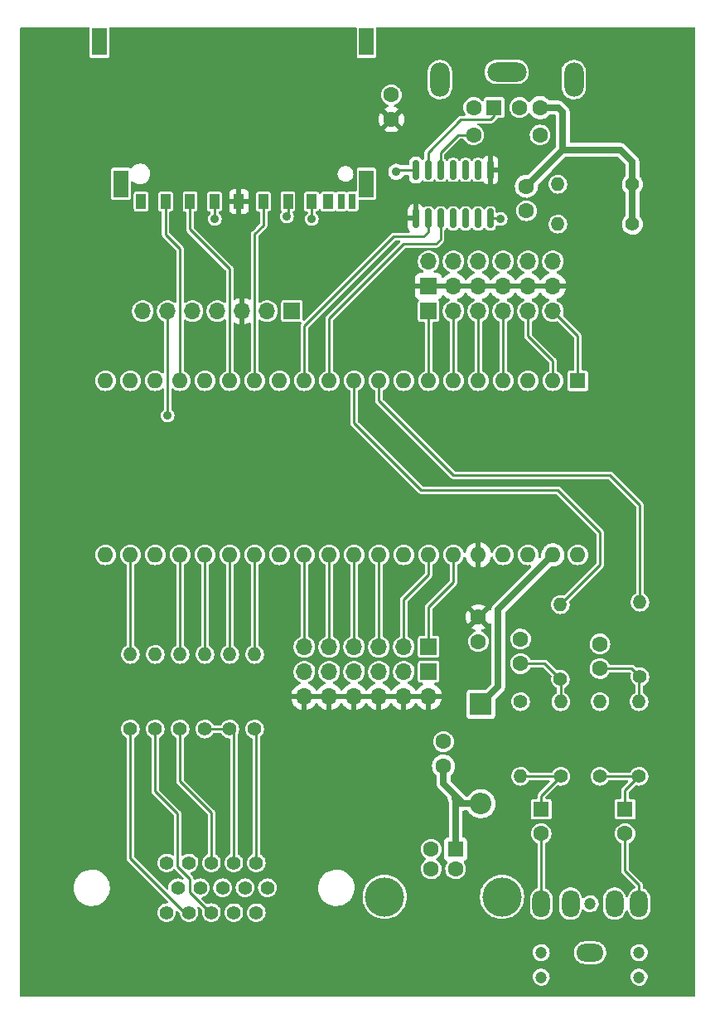
<source format=gtl>
G04 #@! TF.GenerationSoftware,KiCad,Pcbnew,(6.0.1)*
G04 #@! TF.CreationDate,2022-06-18T10:13:01-04:00*
G04 #@! TF.ProjectId,PiPicoMite03,50695069-636f-44d6-9974-6530332e6b69,1*
G04 #@! TF.SameCoordinates,Original*
G04 #@! TF.FileFunction,Copper,L1,Top*
G04 #@! TF.FilePolarity,Positive*
%FSLAX46Y46*%
G04 Gerber Fmt 4.6, Leading zero omitted, Abs format (unit mm)*
G04 Created by KiCad (PCBNEW (6.0.1)) date 2022-06-18 10:13:01*
%MOMM*%
%LPD*%
G01*
G04 APERTURE LIST*
G04 Aperture macros list*
%AMRoundRect*
0 Rectangle with rounded corners*
0 $1 Rounding radius*
0 $2 $3 $4 $5 $6 $7 $8 $9 X,Y pos of 4 corners*
0 Add a 4 corners polygon primitive as box body*
4,1,4,$2,$3,$4,$5,$6,$7,$8,$9,$2,$3,0*
0 Add four circle primitives for the rounded corners*
1,1,$1+$1,$2,$3*
1,1,$1+$1,$4,$5*
1,1,$1+$1,$6,$7*
1,1,$1+$1,$8,$9*
0 Add four rect primitives between the rounded corners*
20,1,$1+$1,$2,$3,$4,$5,0*
20,1,$1+$1,$4,$5,$6,$7,0*
20,1,$1+$1,$6,$7,$8,$9,0*
20,1,$1+$1,$8,$9,$2,$3,0*%
G04 Aperture macros list end*
G04 #@! TA.AperFunction,ComponentPad*
%ADD10C,1.397000*%
G04 #@! TD*
G04 #@! TA.AperFunction,SMDPad,CuDef*
%ADD11R,1.000000X1.500000*%
G04 #@! TD*
G04 #@! TA.AperFunction,SMDPad,CuDef*
%ADD12R,0.700000X1.500000*%
G04 #@! TD*
G04 #@! TA.AperFunction,SMDPad,CuDef*
%ADD13R,1.500000X2.800000*%
G04 #@! TD*
G04 #@! TA.AperFunction,ComponentPad*
%ADD14C,1.400000*%
G04 #@! TD*
G04 #@! TA.AperFunction,ComponentPad*
%ADD15O,1.400000X1.400000*%
G04 #@! TD*
G04 #@! TA.AperFunction,ComponentPad*
%ADD16R,1.600000X1.600000*%
G04 #@! TD*
G04 #@! TA.AperFunction,ComponentPad*
%ADD17O,1.600000X1.600000*%
G04 #@! TD*
G04 #@! TA.AperFunction,ComponentPad*
%ADD18C,1.600000*%
G04 #@! TD*
G04 #@! TA.AperFunction,ComponentPad*
%ADD19C,4.000000*%
G04 #@! TD*
G04 #@! TA.AperFunction,ComponentPad*
%ADD20R,1.700000X1.700000*%
G04 #@! TD*
G04 #@! TA.AperFunction,ComponentPad*
%ADD21O,1.700000X1.700000*%
G04 #@! TD*
G04 #@! TA.AperFunction,ComponentPad*
%ADD22R,2.200000X2.200000*%
G04 #@! TD*
G04 #@! TA.AperFunction,ComponentPad*
%ADD23O,2.200000X2.200000*%
G04 #@! TD*
G04 #@! TA.AperFunction,ComponentPad*
%ADD24C,1.200000*%
G04 #@! TD*
G04 #@! TA.AperFunction,ComponentPad*
%ADD25O,1.800000X2.800000*%
G04 #@! TD*
G04 #@! TA.AperFunction,ComponentPad*
%ADD26O,2.800000X1.800000*%
G04 #@! TD*
G04 #@! TA.AperFunction,SMDPad,CuDef*
%ADD27RoundRect,0.150000X0.150000X-0.825000X0.150000X0.825000X-0.150000X0.825000X-0.150000X-0.825000X0*%
G04 #@! TD*
G04 #@! TA.AperFunction,ComponentPad*
%ADD28O,2.000000X3.500000*%
G04 #@! TD*
G04 #@! TA.AperFunction,ComponentPad*
%ADD29O,4.000000X2.000000*%
G04 #@! TD*
G04 #@! TA.AperFunction,ViaPad*
%ADD30C,0.889000*%
G04 #@! TD*
G04 #@! TA.AperFunction,Conductor*
%ADD31C,0.254000*%
G04 #@! TD*
G04 #@! TA.AperFunction,Conductor*
%ADD32C,0.635000*%
G04 #@! TD*
G04 APERTURE END LIST*
D10*
X126390630Y-127973590D03*
X124099550Y-127973590D03*
X121813550Y-127973590D03*
X119519930Y-127973590D03*
X117231390Y-127973590D03*
X127536170Y-130513590D03*
X125245090Y-130513590D03*
X122954010Y-130513590D03*
X120665470Y-130513590D03*
X118374390Y-130513590D03*
X126390630Y-133053590D03*
X124099550Y-133053590D03*
X121811010Y-133051050D03*
X119519930Y-133053590D03*
X117231390Y-133053590D03*
D11*
X117133000Y-60425500D03*
X119633000Y-60425500D03*
X122133000Y-60425500D03*
X124633000Y-60425500D03*
X127133000Y-60425500D03*
X129633000Y-60425500D03*
X132053000Y-60425500D03*
X133753000Y-60425500D03*
X114633000Y-60425500D03*
D12*
X135093000Y-60425500D03*
X136233000Y-60425500D03*
D13*
X112563000Y-58625500D03*
X137663000Y-58625500D03*
X137663000Y-44125500D03*
X110363000Y-44125500D03*
D14*
X126233000Y-114300000D03*
D15*
X126233000Y-106680000D03*
D14*
X123693000Y-114300000D03*
D15*
X123693000Y-106680000D03*
X157475000Y-101600000D03*
D14*
X157475000Y-109220000D03*
X121153000Y-114300000D03*
D15*
X121153000Y-106680000D03*
D14*
X118613000Y-114300000D03*
D15*
X118613000Y-106680000D03*
D14*
X116073000Y-114300000D03*
D15*
X116073000Y-106680000D03*
D14*
X113533000Y-114300000D03*
D15*
X113533000Y-106680000D03*
D16*
X159253000Y-78735000D03*
D17*
X156713000Y-78735000D03*
X154173000Y-78735000D03*
X151633000Y-78735000D03*
X149093000Y-78735000D03*
X146553000Y-78735000D03*
X144013000Y-78735000D03*
X141473000Y-78735000D03*
X138933000Y-78735000D03*
X136393000Y-78735000D03*
X133853000Y-78735000D03*
X131313000Y-78735000D03*
X128773000Y-78735000D03*
X126233000Y-78735000D03*
X123693000Y-78735000D03*
X121153000Y-78735000D03*
X118613000Y-78735000D03*
X116073000Y-78735000D03*
X113533000Y-78735000D03*
X110993000Y-78735000D03*
X110993000Y-96515000D03*
X113533000Y-96515000D03*
X116073000Y-96515000D03*
X118613000Y-96515000D03*
X121153000Y-96515000D03*
X123693000Y-96515000D03*
X126233000Y-96515000D03*
X128773000Y-96515000D03*
X131313000Y-96515000D03*
X133853000Y-96515000D03*
X136393000Y-96515000D03*
X138933000Y-96515000D03*
X141473000Y-96515000D03*
X144013000Y-96515000D03*
X146553000Y-96515000D03*
X149093000Y-96515000D03*
X151633000Y-96515000D03*
X154173000Y-96515000D03*
X156713000Y-96515000D03*
X159253000Y-96515000D03*
D16*
X146763000Y-126582500D03*
D18*
X144263000Y-126582500D03*
X144263000Y-128582500D03*
X146763000Y-128582500D03*
D19*
X139513000Y-131442500D03*
X151513000Y-131442500D03*
D16*
X155513000Y-122492888D03*
D18*
X155513000Y-124992888D03*
X153411000Y-107620000D03*
X153411000Y-105120000D03*
D14*
X161513000Y-119126000D03*
D15*
X161513000Y-111506000D03*
X157513000Y-111506000D03*
D14*
X157513000Y-119126000D03*
D18*
X154013000Y-58870000D03*
X154013000Y-61370000D03*
D20*
X144013000Y-108458000D03*
D21*
X144013000Y-110998000D03*
X141473000Y-108458000D03*
X141473000Y-110998000D03*
X138933000Y-108458000D03*
X138933000Y-110998000D03*
X136393000Y-108458000D03*
X136393000Y-110998000D03*
X133853000Y-108458000D03*
X133853000Y-110998000D03*
X131313000Y-108458000D03*
X131313000Y-110998000D03*
D20*
X144013000Y-69088000D03*
D21*
X144013000Y-66548000D03*
X146553000Y-69088000D03*
X146553000Y-66548000D03*
X149093000Y-69088000D03*
X149093000Y-66548000D03*
X151633000Y-69088000D03*
X151633000Y-66548000D03*
X154173000Y-69088000D03*
X154173000Y-66548000D03*
X156713000Y-69088000D03*
X156713000Y-66548000D03*
D20*
X144013000Y-105918000D03*
D21*
X141473000Y-105918000D03*
X138933000Y-105918000D03*
X136393000Y-105918000D03*
X133853000Y-105918000D03*
X131313000Y-105918000D03*
D20*
X130043000Y-71628000D03*
D21*
X127503000Y-71628000D03*
X124963000Y-71628000D03*
X122423000Y-71628000D03*
X119883000Y-71628000D03*
X117343000Y-71628000D03*
X114803000Y-71628000D03*
D22*
X149347000Y-111760000D03*
D23*
X149347000Y-121920000D03*
D18*
X161513000Y-108120000D03*
X161513000Y-105620000D03*
X140203000Y-52050000D03*
X140203000Y-49550000D03*
D24*
X155513000Y-137144000D03*
X165513000Y-137144000D03*
X165513000Y-139644000D03*
X155513000Y-139644000D03*
X160513000Y-132144000D03*
D25*
X155513000Y-132144000D03*
X158513000Y-132144000D03*
D26*
X160513000Y-137144000D03*
D25*
X165513000Y-132144000D03*
X163013000Y-132144000D03*
D14*
X153411000Y-111506000D03*
D15*
X153411000Y-119126000D03*
D14*
X164841000Y-62738000D03*
D15*
X157221000Y-62738000D03*
D14*
X164841000Y-58674000D03*
D15*
X157221000Y-58674000D03*
D16*
X164079000Y-122492888D03*
D18*
X164079000Y-124992888D03*
D27*
X142703000Y-62165000D03*
X143973000Y-62165000D03*
X145243000Y-62165000D03*
X146513000Y-62165000D03*
X147783000Y-62165000D03*
X149053000Y-62165000D03*
X150323000Y-62165000D03*
X150323000Y-57215000D03*
X149053000Y-57215000D03*
X147783000Y-57215000D03*
X146513000Y-57215000D03*
X145243000Y-57215000D03*
X143973000Y-57215000D03*
X142703000Y-57215000D03*
D18*
X149093000Y-102870000D03*
X149093000Y-105370000D03*
D16*
X150703106Y-50845001D03*
D18*
X153303106Y-50845001D03*
X148603106Y-50845001D03*
X155403106Y-50845001D03*
X148603106Y-53645001D03*
X155403106Y-53645001D03*
D28*
X158853106Y-47995001D03*
X145153106Y-47995001D03*
D29*
X152003106Y-47195001D03*
D18*
X145537000Y-118090000D03*
X145537000Y-115590000D03*
D14*
X165513000Y-119126000D03*
D15*
X165513000Y-111506000D03*
D14*
X165603000Y-108966000D03*
D15*
X165603000Y-101346000D03*
D20*
X144013000Y-71628000D03*
D21*
X146553000Y-71628000D03*
X149093000Y-71628000D03*
X151633000Y-71628000D03*
X154173000Y-71628000D03*
X156713000Y-71628000D03*
D30*
X129535000Y-61976000D03*
X151379000Y-62230000D03*
X122169000Y-62230000D03*
X132075000Y-62230000D03*
X117343000Y-82296000D03*
X140711000Y-57404000D03*
D31*
X122133000Y-60425500D02*
X122133000Y-62194000D01*
X129633000Y-61878000D02*
X129535000Y-61976000D01*
X129633000Y-60425500D02*
X129633000Y-61878000D01*
X150323000Y-62165000D02*
X151314000Y-62165000D01*
X151314000Y-62165000D02*
X151379000Y-62230000D01*
X122133000Y-62194000D02*
X122169000Y-62230000D01*
D32*
X145537000Y-118090000D02*
X145537000Y-119888000D01*
X145537000Y-119888000D02*
X147569000Y-121920000D01*
X147222900Y-121920000D02*
X149347000Y-121920000D01*
X146672888Y-121369988D02*
X147222900Y-121920000D01*
X146763058Y-126582500D02*
X146763058Y-121460006D01*
D31*
X146763000Y-121460000D02*
X146673000Y-121370000D01*
X164079000Y-120560000D02*
X165513000Y-119126000D01*
X164079000Y-122492888D02*
X164079000Y-120560000D01*
X161513000Y-119126000D02*
X165513000Y-119126000D01*
X164757000Y-108120000D02*
X165603000Y-108966000D01*
X165513000Y-111506000D02*
X165513000Y-109056000D01*
X165513000Y-109056000D02*
X165603000Y-108966000D01*
X161513000Y-108120000D02*
X164757000Y-108120000D01*
X117133000Y-63798000D02*
X117133000Y-60425500D01*
X118613000Y-65278000D02*
X117133000Y-63798000D01*
X118613000Y-78735000D02*
X118613000Y-65278000D01*
X123693000Y-78735000D02*
X123693000Y-67310000D01*
X123693000Y-67310000D02*
X119633000Y-63250000D01*
X119633000Y-63250000D02*
X119633000Y-60425500D01*
X127133000Y-60425500D02*
X127133000Y-62876000D01*
X126233000Y-63776000D02*
X127133000Y-62876000D01*
X126233000Y-78735000D02*
X126233000Y-63776000D01*
X132075000Y-60447500D02*
X132053000Y-60425500D01*
X132075000Y-62230000D02*
X132075000Y-60447500D01*
X159253000Y-74168000D02*
X159253000Y-78735000D01*
X156713000Y-71628000D02*
X159253000Y-74168000D01*
X156713000Y-76708000D02*
X154173000Y-74168000D01*
X154173000Y-74168000D02*
X154173000Y-71628000D01*
X156713000Y-78735000D02*
X156713000Y-76708000D01*
X151633000Y-78735000D02*
X151633000Y-71628000D01*
X149093000Y-78735000D02*
X149093000Y-71628000D01*
X146553000Y-78735000D02*
X146553000Y-71628000D01*
X117343000Y-71628000D02*
X117343000Y-82296000D01*
X144013000Y-78735000D02*
X144013000Y-71628000D01*
X138933000Y-80772000D02*
X146553000Y-88392000D01*
X146553000Y-88392000D02*
X162555000Y-88392000D01*
X138933000Y-78735000D02*
X138933000Y-80772000D01*
X165603000Y-91440000D02*
X165603000Y-101346000D01*
X162555000Y-88392000D02*
X165603000Y-91440000D01*
X157221000Y-89916000D02*
X143251000Y-89916000D01*
X136393000Y-83058000D02*
X136393000Y-78735000D01*
X157475000Y-101600000D02*
X161539000Y-97536000D01*
X161539000Y-94234000D02*
X157221000Y-89916000D01*
X143251000Y-89916000D02*
X136393000Y-83058000D01*
X161539000Y-97536000D02*
X161539000Y-94234000D01*
X133853000Y-78735000D02*
X133853000Y-72390000D01*
X133853000Y-72390000D02*
X141473000Y-64770000D01*
X144775000Y-64770000D02*
X145243000Y-64302000D01*
X145243000Y-64302000D02*
X145243000Y-62165000D01*
X141473000Y-64770000D02*
X144775000Y-64770000D01*
X118613000Y-114300000D02*
X118613000Y-119634000D01*
X121813550Y-127973590D02*
X121813550Y-122834550D01*
X121813550Y-122834550D02*
X118613000Y-119634000D01*
X121153000Y-114300000D02*
X123693000Y-114300000D01*
X124099550Y-127973590D02*
X124099550Y-114706550D01*
X124099550Y-114706550D02*
X123693000Y-114300000D01*
X126390630Y-114457630D02*
X126233000Y-114300000D01*
X126390630Y-127973590D02*
X126390630Y-114457630D01*
X131313000Y-78735000D02*
X131313000Y-73152000D01*
X143505000Y-64008000D02*
X143973000Y-63540000D01*
X131313000Y-73152000D02*
X140457000Y-64008000D01*
X143973000Y-63540000D02*
X143973000Y-62165000D01*
X140457000Y-64008000D02*
X143505000Y-64008000D01*
X141473000Y-105918000D02*
X141473000Y-101092000D01*
X144013000Y-98552000D02*
X144013000Y-96515000D01*
X141473000Y-101092000D02*
X144013000Y-98552000D01*
X138933000Y-96515000D02*
X138933000Y-105918000D01*
X136393000Y-96515000D02*
X136393000Y-105918000D01*
X131313000Y-96515000D02*
X131313000Y-105918000D01*
X126233000Y-106680000D02*
X126233000Y-96515000D01*
X123693000Y-106680000D02*
X123693000Y-96515000D01*
X144013000Y-105918000D02*
X144013000Y-101854000D01*
X144013000Y-101854000D02*
X146553000Y-99314000D01*
X146553000Y-99314000D02*
X146553000Y-96515000D01*
X164079000Y-128778000D02*
X165513000Y-130212000D01*
X164079000Y-124992888D02*
X164079000Y-128778000D01*
X165513000Y-130212000D02*
X165513000Y-132144000D01*
X121153000Y-106680000D02*
X121153000Y-96515000D01*
X118613000Y-106680000D02*
X118613000Y-96515000D01*
X113533000Y-106680000D02*
X113533000Y-96515000D01*
X118359000Y-128338613D02*
X118359000Y-122936000D01*
X121676977Y-133051050D02*
X119586459Y-130960532D01*
X119586459Y-130960532D02*
X119586459Y-129566072D01*
X118359000Y-122936000D02*
X116073000Y-120650000D01*
X121811010Y-133051050D02*
X121676977Y-133051050D01*
X119586459Y-129566072D02*
X118359000Y-128338613D01*
X116073000Y-120650000D02*
X116073000Y-114300000D01*
X113533000Y-127508000D02*
X113533000Y-114300000D01*
X119078590Y-133053590D02*
X113533000Y-127508000D01*
X119519930Y-133053590D02*
X119078590Y-133053590D01*
X133853000Y-96515000D02*
X133853000Y-105918000D01*
X155513000Y-121126000D02*
X157513000Y-119126000D01*
X155513000Y-122492888D02*
X155513000Y-121126000D01*
X153411000Y-119126000D02*
X157513000Y-119126000D01*
X153411000Y-107620000D02*
X155875000Y-107620000D01*
X155875000Y-107620000D02*
X157475000Y-109220000D01*
X157513000Y-109258000D02*
X157475000Y-109220000D01*
X157513000Y-111506000D02*
X157513000Y-109258000D01*
X155513000Y-124992888D02*
X155513000Y-132144000D01*
X143973000Y-55412000D02*
X147315000Y-52070000D01*
X143973000Y-57215000D02*
X143973000Y-55412000D01*
X150363000Y-52070000D02*
X150703106Y-51729894D01*
X147315000Y-52070000D02*
X150363000Y-52070000D01*
X150703106Y-51729894D02*
X150703106Y-50845001D01*
X147009999Y-53645001D02*
X148603106Y-53645001D01*
X145243000Y-57215000D02*
X145243000Y-55412000D01*
X145243000Y-55412000D02*
X147009999Y-53645001D01*
D32*
X164841000Y-62738000D02*
X164841000Y-58674000D01*
X164841000Y-58674000D02*
X164841000Y-56388000D01*
X155403106Y-50845001D02*
X157266001Y-50845001D01*
D31*
X142703000Y-57215000D02*
X140900000Y-57215000D01*
D32*
X151125000Y-102103000D02*
X151125000Y-109982000D01*
X151125000Y-109982000D02*
X149347000Y-111760000D01*
X163607000Y-55154000D02*
X157729000Y-55154000D01*
D31*
X140900000Y-57215000D02*
X140711000Y-57404000D01*
D32*
X157266001Y-50845001D02*
X157729000Y-51308000D01*
X157729000Y-51308000D02*
X157729000Y-55154000D01*
X157729000Y-55154000D02*
X154013000Y-58870000D01*
X156713000Y-96515000D02*
X151125000Y-102103000D01*
X164841000Y-56388000D02*
X163607000Y-55154000D01*
G04 #@! TA.AperFunction,Conductor*
G36*
X109300621Y-42644002D02*
G01*
X109347114Y-42697658D01*
X109358500Y-42750000D01*
X109358501Y-45550566D01*
X109373266Y-45624801D01*
X109429516Y-45708984D01*
X109513699Y-45765234D01*
X109587933Y-45780000D01*
X110362874Y-45780000D01*
X111138066Y-45779999D01*
X111173818Y-45772888D01*
X111200126Y-45767656D01*
X111200128Y-45767655D01*
X111212301Y-45765234D01*
X111222621Y-45758339D01*
X111222622Y-45758338D01*
X111286168Y-45715877D01*
X111296484Y-45708984D01*
X111352734Y-45624801D01*
X111367500Y-45550567D01*
X111367499Y-42750000D01*
X111387501Y-42681879D01*
X111441157Y-42635386D01*
X111493499Y-42624000D01*
X136532500Y-42624000D01*
X136600621Y-42644002D01*
X136647114Y-42697658D01*
X136658500Y-42750000D01*
X136658501Y-45550566D01*
X136673266Y-45624801D01*
X136729516Y-45708984D01*
X136813699Y-45765234D01*
X136887933Y-45780000D01*
X137662874Y-45780000D01*
X138438066Y-45779999D01*
X138473818Y-45772888D01*
X138500126Y-45767656D01*
X138500128Y-45767655D01*
X138512301Y-45765234D01*
X138522621Y-45758339D01*
X138522622Y-45758338D01*
X138586168Y-45715877D01*
X138596484Y-45708984D01*
X138652734Y-45624801D01*
X138667500Y-45550567D01*
X138667499Y-42750000D01*
X138687501Y-42681879D01*
X138741157Y-42635386D01*
X138793499Y-42624000D01*
X171133000Y-42624000D01*
X171201121Y-42644002D01*
X171247614Y-42697658D01*
X171259000Y-42750000D01*
X171259000Y-141490000D01*
X171238998Y-141558121D01*
X171185342Y-141604614D01*
X171133000Y-141616000D01*
X102393000Y-141616000D01*
X102324879Y-141595998D01*
X102278386Y-141542342D01*
X102267000Y-141490000D01*
X102267000Y-139595121D01*
X154638732Y-139595121D01*
X154639089Y-139601937D01*
X154639089Y-139601942D01*
X154647129Y-139755333D01*
X154648631Y-139783997D01*
X154698857Y-139966342D01*
X154787067Y-140133648D01*
X154909146Y-140278109D01*
X154914569Y-140282256D01*
X154914571Y-140282257D01*
X155053977Y-140388841D01*
X155053981Y-140388843D01*
X155059398Y-140392985D01*
X155230814Y-140472917D01*
X155415394Y-140514176D01*
X155421189Y-140514500D01*
X155560249Y-140514500D01*
X155701029Y-140499206D01*
X155788006Y-140469935D01*
X155873821Y-140441056D01*
X155873823Y-140441055D01*
X155880286Y-140438880D01*
X156042407Y-140341468D01*
X156179828Y-140211515D01*
X156286138Y-140055085D01*
X156288673Y-140048748D01*
X156353843Y-139885812D01*
X156353844Y-139885807D01*
X156356377Y-139879475D01*
X156357491Y-139872748D01*
X156357492Y-139872743D01*
X156386153Y-139699616D01*
X156386153Y-139699613D01*
X156387268Y-139692879D01*
X156382145Y-139595121D01*
X164638732Y-139595121D01*
X164639089Y-139601937D01*
X164639089Y-139601942D01*
X164647129Y-139755333D01*
X164648631Y-139783997D01*
X164698857Y-139966342D01*
X164787067Y-140133648D01*
X164909146Y-140278109D01*
X164914569Y-140282256D01*
X164914571Y-140282257D01*
X165053977Y-140388841D01*
X165053981Y-140388843D01*
X165059398Y-140392985D01*
X165230814Y-140472917D01*
X165415394Y-140514176D01*
X165421189Y-140514500D01*
X165560249Y-140514500D01*
X165701029Y-140499206D01*
X165788006Y-140469935D01*
X165873821Y-140441056D01*
X165873823Y-140441055D01*
X165880286Y-140438880D01*
X166042407Y-140341468D01*
X166179828Y-140211515D01*
X166286138Y-140055085D01*
X166288673Y-140048748D01*
X166353843Y-139885812D01*
X166353844Y-139885807D01*
X166356377Y-139879475D01*
X166357491Y-139872748D01*
X166357492Y-139872743D01*
X166386153Y-139699616D01*
X166386153Y-139699613D01*
X166387268Y-139692879D01*
X166382145Y-139595121D01*
X166377726Y-139510816D01*
X166377369Y-139504003D01*
X166327143Y-139321658D01*
X166238933Y-139154352D01*
X166116854Y-139009891D01*
X166033984Y-138946532D01*
X165972023Y-138899159D01*
X165972019Y-138899157D01*
X165966602Y-138895015D01*
X165795186Y-138815083D01*
X165610606Y-138773824D01*
X165604811Y-138773500D01*
X165465751Y-138773500D01*
X165324971Y-138788794D01*
X165251279Y-138813594D01*
X165152179Y-138846944D01*
X165152177Y-138846945D01*
X165145714Y-138849120D01*
X164983593Y-138946532D01*
X164846172Y-139076485D01*
X164739862Y-139232915D01*
X164737329Y-139239249D01*
X164737327Y-139239252D01*
X164672157Y-139402188D01*
X164672156Y-139402193D01*
X164669623Y-139408525D01*
X164668509Y-139415252D01*
X164668508Y-139415257D01*
X164639847Y-139588384D01*
X164638732Y-139595121D01*
X156382145Y-139595121D01*
X156377726Y-139510816D01*
X156377369Y-139504003D01*
X156327143Y-139321658D01*
X156238933Y-139154352D01*
X156116854Y-139009891D01*
X156033984Y-138946532D01*
X155972023Y-138899159D01*
X155972019Y-138899157D01*
X155966602Y-138895015D01*
X155795186Y-138815083D01*
X155610606Y-138773824D01*
X155604811Y-138773500D01*
X155465751Y-138773500D01*
X155324971Y-138788794D01*
X155251279Y-138813594D01*
X155152179Y-138846944D01*
X155152177Y-138846945D01*
X155145714Y-138849120D01*
X154983593Y-138946532D01*
X154846172Y-139076485D01*
X154739862Y-139232915D01*
X154737329Y-139239249D01*
X154737327Y-139239252D01*
X154672157Y-139402188D01*
X154672156Y-139402193D01*
X154669623Y-139408525D01*
X154668509Y-139415252D01*
X154668508Y-139415257D01*
X154639847Y-139588384D01*
X154638732Y-139595121D01*
X102267000Y-139595121D01*
X102267000Y-137095121D01*
X154638732Y-137095121D01*
X154639089Y-137101937D01*
X154639089Y-137101942D01*
X154645758Y-137229187D01*
X154648631Y-137283997D01*
X154698857Y-137466342D01*
X154787067Y-137633648D01*
X154909146Y-137778109D01*
X154914569Y-137782256D01*
X154914571Y-137782257D01*
X155053977Y-137888841D01*
X155053981Y-137888843D01*
X155059398Y-137892985D01*
X155230814Y-137972917D01*
X155415394Y-138014176D01*
X155421189Y-138014500D01*
X155560249Y-138014500D01*
X155701029Y-137999206D01*
X155788006Y-137969935D01*
X155873821Y-137941056D01*
X155873823Y-137941055D01*
X155880286Y-137938880D01*
X156042407Y-137841468D01*
X156054694Y-137829849D01*
X156174870Y-137716204D01*
X156174872Y-137716202D01*
X156179828Y-137711515D01*
X156286138Y-137555085D01*
X156318850Y-137473300D01*
X156353843Y-137385812D01*
X156353844Y-137385807D01*
X156356377Y-137379475D01*
X156357491Y-137372748D01*
X156357492Y-137372743D01*
X156380300Y-137234969D01*
X158857128Y-137234969D01*
X158858107Y-137240666D01*
X158858107Y-137240667D01*
X158892082Y-137438390D01*
X158893061Y-137444087D01*
X158966501Y-137643154D01*
X159074988Y-137825505D01*
X159078794Y-137829845D01*
X159078797Y-137829849D01*
X159176324Y-137941056D01*
X159214890Y-137985032D01*
X159219425Y-137988607D01*
X159219426Y-137988608D01*
X159235653Y-138001400D01*
X159381520Y-138116393D01*
X159569299Y-138215188D01*
X159771938Y-138278109D01*
X159777675Y-138278788D01*
X159940530Y-138298064D01*
X159940535Y-138298064D01*
X159944216Y-138298500D01*
X161066827Y-138298500D01*
X161152635Y-138290615D01*
X161218538Y-138284560D01*
X161218541Y-138284559D01*
X161224292Y-138284031D01*
X161229849Y-138282464D01*
X161229853Y-138282463D01*
X161422949Y-138228004D01*
X161422951Y-138228003D01*
X161428508Y-138226436D01*
X161433684Y-138223884D01*
X161433688Y-138223882D01*
X161613628Y-138135145D01*
X161618809Y-138132590D01*
X161640500Y-138116393D01*
X161784197Y-138009089D01*
X161784198Y-138009088D01*
X161788821Y-138005636D01*
X161796778Y-137997028D01*
X161928931Y-137854066D01*
X161928933Y-137854063D01*
X161932850Y-137849826D01*
X162046074Y-137670377D01*
X162124700Y-137473300D01*
X162125825Y-137467643D01*
X162125827Y-137467637D01*
X162164967Y-137270863D01*
X162164967Y-137270859D01*
X162166094Y-137265195D01*
X162166566Y-137229187D01*
X162167566Y-137152804D01*
X162168321Y-137095121D01*
X164638732Y-137095121D01*
X164639089Y-137101937D01*
X164639089Y-137101942D01*
X164645758Y-137229187D01*
X164648631Y-137283997D01*
X164698857Y-137466342D01*
X164787067Y-137633648D01*
X164909146Y-137778109D01*
X164914569Y-137782256D01*
X164914571Y-137782257D01*
X165053977Y-137888841D01*
X165053981Y-137888843D01*
X165059398Y-137892985D01*
X165230814Y-137972917D01*
X165415394Y-138014176D01*
X165421189Y-138014500D01*
X165560249Y-138014500D01*
X165701029Y-137999206D01*
X165788006Y-137969935D01*
X165873821Y-137941056D01*
X165873823Y-137941055D01*
X165880286Y-137938880D01*
X166042407Y-137841468D01*
X166054694Y-137829849D01*
X166174870Y-137716204D01*
X166174872Y-137716202D01*
X166179828Y-137711515D01*
X166286138Y-137555085D01*
X166318850Y-137473300D01*
X166353843Y-137385812D01*
X166353844Y-137385807D01*
X166356377Y-137379475D01*
X166357491Y-137372748D01*
X166357492Y-137372743D01*
X166386153Y-137199616D01*
X166386153Y-137199613D01*
X166387268Y-137192879D01*
X166382145Y-137095121D01*
X166377726Y-137010816D01*
X166377369Y-137004003D01*
X166327143Y-136821658D01*
X166238933Y-136654352D01*
X166116854Y-136509891D01*
X166111429Y-136505743D01*
X165972023Y-136399159D01*
X165972019Y-136399157D01*
X165966602Y-136395015D01*
X165795186Y-136315083D01*
X165610606Y-136273824D01*
X165604811Y-136273500D01*
X165465751Y-136273500D01*
X165324971Y-136288794D01*
X165251279Y-136313594D01*
X165152179Y-136346944D01*
X165152177Y-136346945D01*
X165145714Y-136349120D01*
X164983593Y-136446532D01*
X164978633Y-136451223D01*
X164978631Y-136451224D01*
X164966713Y-136462495D01*
X164846172Y-136576485D01*
X164739862Y-136732915D01*
X164737329Y-136739249D01*
X164737327Y-136739252D01*
X164672157Y-136902188D01*
X164672156Y-136902193D01*
X164669623Y-136908525D01*
X164668509Y-136915252D01*
X164668508Y-136915257D01*
X164639847Y-137088384D01*
X164638732Y-137095121D01*
X162168321Y-137095121D01*
X162168872Y-137053031D01*
X162160448Y-137004003D01*
X162133918Y-136849610D01*
X162133918Y-136849609D01*
X162132939Y-136843913D01*
X162059499Y-136644846D01*
X161951012Y-136462495D01*
X161947206Y-136458155D01*
X161947203Y-136458151D01*
X161814917Y-136307309D01*
X161811110Y-136302968D01*
X161795893Y-136290972D01*
X161649014Y-136175181D01*
X161649012Y-136175179D01*
X161644480Y-136171607D01*
X161456701Y-136072812D01*
X161254062Y-136009891D01*
X161204029Y-136003969D01*
X161085470Y-135989936D01*
X161085465Y-135989936D01*
X161081784Y-135989500D01*
X159959173Y-135989500D01*
X159873365Y-135997385D01*
X159807462Y-136003440D01*
X159807459Y-136003441D01*
X159801708Y-136003969D01*
X159796151Y-136005536D01*
X159796147Y-136005537D01*
X159603051Y-136059996D01*
X159603049Y-136059997D01*
X159597492Y-136061564D01*
X159592316Y-136064116D01*
X159592312Y-136064118D01*
X159412372Y-136152855D01*
X159407191Y-136155410D01*
X159402565Y-136158864D01*
X159402564Y-136158865D01*
X159380714Y-136175181D01*
X159237179Y-136282364D01*
X159233265Y-136286598D01*
X159233263Y-136286600D01*
X159133046Y-136395015D01*
X159093150Y-136438174D01*
X158979926Y-136617623D01*
X158901300Y-136814700D01*
X158900175Y-136820357D01*
X158900173Y-136820363D01*
X158861033Y-137017137D01*
X158859906Y-137022805D01*
X158859830Y-137028580D01*
X158859830Y-137028584D01*
X158859047Y-137088384D01*
X158857128Y-137234969D01*
X156380300Y-137234969D01*
X156386153Y-137199616D01*
X156386153Y-137199613D01*
X156387268Y-137192879D01*
X156382145Y-137095121D01*
X156377726Y-137010816D01*
X156377369Y-137004003D01*
X156327143Y-136821658D01*
X156238933Y-136654352D01*
X156116854Y-136509891D01*
X156111429Y-136505743D01*
X155972023Y-136399159D01*
X155972019Y-136399157D01*
X155966602Y-136395015D01*
X155795186Y-136315083D01*
X155610606Y-136273824D01*
X155604811Y-136273500D01*
X155465751Y-136273500D01*
X155324971Y-136288794D01*
X155251279Y-136313594D01*
X155152179Y-136346944D01*
X155152177Y-136346945D01*
X155145714Y-136349120D01*
X154983593Y-136446532D01*
X154978633Y-136451223D01*
X154978631Y-136451224D01*
X154966713Y-136462495D01*
X154846172Y-136576485D01*
X154739862Y-136732915D01*
X154737329Y-136739249D01*
X154737327Y-136739252D01*
X154672157Y-136902188D01*
X154672156Y-136902193D01*
X154669623Y-136908525D01*
X154668509Y-136915252D01*
X154668508Y-136915257D01*
X154639847Y-137088384D01*
X154638732Y-137095121D01*
X102267000Y-137095121D01*
X102267000Y-130555776D01*
X107727008Y-130555776D01*
X107752569Y-130823690D01*
X107753654Y-130828124D01*
X107753655Y-130828130D01*
X107812458Y-131068439D01*
X107816537Y-131085108D01*
X107917573Y-131334553D01*
X107985856Y-131451171D01*
X108044889Y-131551992D01*
X108053559Y-131566800D01*
X108098349Y-131622807D01*
X108189994Y-131737403D01*
X108221648Y-131776985D01*
X108418317Y-131960703D01*
X108639447Y-132114106D01*
X108880406Y-132233981D01*
X108884740Y-132235402D01*
X108884743Y-132235403D01*
X109131813Y-132316397D01*
X109131819Y-132316398D01*
X109136146Y-132317817D01*
X109140637Y-132318597D01*
X109140638Y-132318597D01*
X109397528Y-132363201D01*
X109397536Y-132363202D01*
X109401309Y-132363857D01*
X109405146Y-132364048D01*
X109484767Y-132368012D01*
X109484775Y-132368012D01*
X109486338Y-132368090D01*
X109654364Y-132368090D01*
X109656632Y-132367925D01*
X109656644Y-132367925D01*
X109787447Y-132358434D01*
X109854415Y-132353575D01*
X109858870Y-132352591D01*
X109858873Y-132352591D01*
X110112760Y-132296537D01*
X110112762Y-132296536D01*
X110117216Y-132295553D01*
X110368890Y-132200203D01*
X110414360Y-132174947D01*
X110600169Y-132071739D01*
X110600170Y-132071738D01*
X110604162Y-132069521D01*
X110798314Y-131921349D01*
X110814481Y-131909011D01*
X110814485Y-131909007D01*
X110818106Y-131906244D01*
X110839131Y-131884737D01*
X111003053Y-131717052D01*
X111006239Y-131713793D01*
X111049505Y-131654352D01*
X111161932Y-131499894D01*
X111161937Y-131499887D01*
X111164620Y-131496200D01*
X111289931Y-131258023D01*
X111369196Y-131033564D01*
X111378024Y-131008565D01*
X111378024Y-131008564D01*
X111379547Y-131004252D01*
X111411510Y-130842083D01*
X111430710Y-130744673D01*
X111430711Y-130744667D01*
X111431591Y-130740201D01*
X111432390Y-130724150D01*
X111444745Y-130475973D01*
X111444745Y-130475967D01*
X111444972Y-130471404D01*
X111419411Y-130203490D01*
X111417740Y-130196658D01*
X111356529Y-129946510D01*
X111355443Y-129942072D01*
X111254407Y-129692627D01*
X111118421Y-129460380D01*
X110950332Y-129250195D01*
X110753663Y-129066477D01*
X110532533Y-128913074D01*
X110291574Y-128793199D01*
X110287240Y-128791778D01*
X110287237Y-128791777D01*
X110040167Y-128710783D01*
X110040161Y-128710782D01*
X110035834Y-128709363D01*
X110031342Y-128708583D01*
X109774452Y-128663979D01*
X109774444Y-128663978D01*
X109770671Y-128663323D01*
X109760708Y-128662827D01*
X109687213Y-128659168D01*
X109687205Y-128659168D01*
X109685642Y-128659090D01*
X109517616Y-128659090D01*
X109515348Y-128659255D01*
X109515336Y-128659255D01*
X109384533Y-128668746D01*
X109317565Y-128673605D01*
X109313110Y-128674589D01*
X109313107Y-128674589D01*
X109059220Y-128730643D01*
X109059218Y-128730644D01*
X109054764Y-128731627D01*
X108803090Y-128826977D01*
X108799104Y-128829191D01*
X108799102Y-128829192D01*
X108574560Y-128953914D01*
X108567818Y-128957659D01*
X108564186Y-128960431D01*
X108357499Y-129118169D01*
X108357495Y-129118173D01*
X108353874Y-129120936D01*
X108165741Y-129313387D01*
X108149391Y-129335850D01*
X108010048Y-129527286D01*
X108010043Y-129527293D01*
X108007360Y-129530980D01*
X107882049Y-129769157D01*
X107792433Y-130022928D01*
X107779016Y-130091000D01*
X107749287Y-130241836D01*
X107740389Y-130286979D01*
X107740162Y-130291532D01*
X107740162Y-130291535D01*
X107727603Y-130543831D01*
X107727008Y-130555776D01*
X102267000Y-130555776D01*
X102267000Y-114286609D01*
X112573975Y-114286609D01*
X112589639Y-114473139D01*
X112591338Y-114479064D01*
X112629799Y-114613192D01*
X112641235Y-114653075D01*
X112644050Y-114658552D01*
X112644051Y-114658555D01*
X112688613Y-114745263D01*
X112726797Y-114819562D01*
X112730620Y-114824386D01*
X112730623Y-114824390D01*
X112749450Y-114848143D01*
X112843068Y-114966259D01*
X112847762Y-114970254D01*
X112880781Y-114998355D01*
X112985618Y-115087579D01*
X113082548Y-115141751D01*
X113086971Y-115144223D01*
X113136676Y-115194917D01*
X113151500Y-115254211D01*
X113151500Y-127453865D01*
X113148914Y-127478164D01*
X113148846Y-127479602D01*
X113146655Y-127489780D01*
X113148850Y-127508329D01*
X113150627Y-127523342D01*
X113150979Y-127529320D01*
X113151072Y-127529312D01*
X113151500Y-127534490D01*
X113151500Y-127539692D01*
X113152354Y-127544822D01*
X113154686Y-127558832D01*
X113155523Y-127564711D01*
X113159962Y-127602216D01*
X113161582Y-127615907D01*
X113165567Y-127624206D01*
X113167078Y-127633283D01*
X113191558Y-127678651D01*
X113194239Y-127683914D01*
X113213127Y-127723250D01*
X113213130Y-127723254D01*
X113216560Y-127730398D01*
X113220170Y-127734692D01*
X113222102Y-127736624D01*
X113223889Y-127738573D01*
X113223918Y-127738626D01*
X113223788Y-127738745D01*
X113224289Y-127739313D01*
X113227388Y-127745057D01*
X113235033Y-127752124D01*
X113267209Y-127781867D01*
X113270775Y-127785297D01*
X117370215Y-131884737D01*
X117404241Y-131947049D01*
X117399176Y-132017864D01*
X117356629Y-132074700D01*
X117290109Y-132099511D01*
X117267950Y-132099142D01*
X117259037Y-132098205D01*
X117244203Y-132096646D01*
X117244202Y-132096646D01*
X117238075Y-132096002D01*
X117119477Y-132106796D01*
X117058093Y-132112382D01*
X117058092Y-132112382D01*
X117051952Y-132112941D01*
X117046038Y-132114682D01*
X117046036Y-132114682D01*
X116959178Y-132140246D01*
X116872663Y-132165709D01*
X116867198Y-132168566D01*
X116745960Y-132231947D01*
X116707037Y-132252295D01*
X116561385Y-132369403D01*
X116441252Y-132512571D01*
X116438289Y-132517960D01*
X116438286Y-132517965D01*
X116408488Y-132572168D01*
X116351216Y-132676347D01*
X116349355Y-132682214D01*
X116349354Y-132682216D01*
X116338488Y-132716470D01*
X116294705Y-132854491D01*
X116273872Y-133040220D01*
X116274388Y-133046364D01*
X116288995Y-133220317D01*
X116288996Y-133220321D01*
X116289511Y-133226457D01*
X116341026Y-133406110D01*
X116426454Y-133572336D01*
X116430277Y-133577160D01*
X116430280Y-133577164D01*
X116517769Y-133687547D01*
X116542542Y-133718802D01*
X116547236Y-133722797D01*
X116596728Y-133764918D01*
X116684868Y-133839932D01*
X116848011Y-133931109D01*
X117025757Y-133988862D01*
X117211335Y-134010991D01*
X117217470Y-134010519D01*
X117217472Y-134010519D01*
X117273509Y-134006207D01*
X117397677Y-133996653D01*
X117577686Y-133946394D01*
X117583175Y-133943621D01*
X117583181Y-133943619D01*
X117660549Y-133904537D01*
X117744504Y-133862128D01*
X117772914Y-133839932D01*
X117796876Y-133821211D01*
X117891777Y-133747065D01*
X117895803Y-133742401D01*
X117895806Y-133742398D01*
X118009870Y-133610253D01*
X118013897Y-133605588D01*
X118106211Y-133443085D01*
X118112648Y-133423737D01*
X118163257Y-133271599D01*
X118165204Y-133265747D01*
X118171264Y-133217777D01*
X118188186Y-133083831D01*
X118188187Y-133083822D01*
X118188628Y-133080328D01*
X118189001Y-133053590D01*
X118185285Y-133015692D01*
X118198544Y-132945944D01*
X118247407Y-132894437D01*
X118316360Y-132877524D01*
X118383510Y-132900574D01*
X118399779Y-132914301D01*
X118533173Y-133047695D01*
X118567199Y-133110007D01*
X118569636Y-133126246D01*
X118578051Y-133226457D01*
X118629566Y-133406110D01*
X118714994Y-133572336D01*
X118718817Y-133577160D01*
X118718820Y-133577164D01*
X118806309Y-133687547D01*
X118831082Y-133718802D01*
X118835776Y-133722797D01*
X118885268Y-133764918D01*
X118973408Y-133839932D01*
X119136551Y-133931109D01*
X119314297Y-133988862D01*
X119499875Y-134010991D01*
X119506010Y-134010519D01*
X119506012Y-134010519D01*
X119562049Y-134006207D01*
X119686217Y-133996653D01*
X119866226Y-133946394D01*
X119871715Y-133943621D01*
X119871721Y-133943619D01*
X119949089Y-133904537D01*
X120033044Y-133862128D01*
X120061454Y-133839932D01*
X120085416Y-133821211D01*
X120180317Y-133747065D01*
X120184343Y-133742401D01*
X120184346Y-133742398D01*
X120298410Y-133610253D01*
X120302437Y-133605588D01*
X120394751Y-133443085D01*
X120401188Y-133423737D01*
X120451797Y-133271599D01*
X120453744Y-133265747D01*
X120459804Y-133217777D01*
X120476726Y-133083831D01*
X120476727Y-133083822D01*
X120477168Y-133080328D01*
X120477541Y-133053590D01*
X120459303Y-132867589D01*
X120455591Y-132855292D01*
X120421410Y-132742081D01*
X120405285Y-132688673D01*
X120381218Y-132643409D01*
X120366899Y-132573871D01*
X120392447Y-132507631D01*
X120449752Y-132465718D01*
X120520620Y-132461441D01*
X120581565Y-132495161D01*
X120837903Y-132751499D01*
X120871929Y-132813811D01*
X120874023Y-132854639D01*
X120857725Y-132999943D01*
X120853492Y-133037680D01*
X120854008Y-133043824D01*
X120859566Y-133110007D01*
X120869131Y-133223917D01*
X120870829Y-133229838D01*
X120870829Y-133229839D01*
X120872953Y-133237247D01*
X120920646Y-133403570D01*
X121006074Y-133569796D01*
X121009897Y-133574620D01*
X121009900Y-133574624D01*
X121095409Y-133682508D01*
X121122162Y-133716262D01*
X121126856Y-133720257D01*
X121220403Y-133799872D01*
X121264488Y-133837392D01*
X121427631Y-133928569D01*
X121605377Y-133986322D01*
X121790955Y-134008451D01*
X121797090Y-134007979D01*
X121797092Y-134007979D01*
X121853129Y-134003667D01*
X121977297Y-133994113D01*
X122157306Y-133943854D01*
X122162795Y-133941081D01*
X122162801Y-133941079D01*
X122240169Y-133901997D01*
X122324124Y-133859588D01*
X122349283Y-133839932D01*
X122376496Y-133818671D01*
X122471397Y-133744525D01*
X122475423Y-133739861D01*
X122475426Y-133739858D01*
X122589490Y-133607713D01*
X122593517Y-133603048D01*
X122685831Y-133440545D01*
X122691423Y-133423737D01*
X122742877Y-133269059D01*
X122744824Y-133263207D01*
X122750563Y-133217777D01*
X122767806Y-133081291D01*
X122767807Y-133081282D01*
X122768248Y-133077788D01*
X122768621Y-133051050D01*
X122767559Y-133040220D01*
X123142032Y-133040220D01*
X123142548Y-133046364D01*
X123157155Y-133220317D01*
X123157156Y-133220321D01*
X123157671Y-133226457D01*
X123209186Y-133406110D01*
X123294614Y-133572336D01*
X123298437Y-133577160D01*
X123298440Y-133577164D01*
X123385929Y-133687547D01*
X123410702Y-133718802D01*
X123415396Y-133722797D01*
X123464888Y-133764918D01*
X123553028Y-133839932D01*
X123716171Y-133931109D01*
X123893917Y-133988862D01*
X124079495Y-134010991D01*
X124085630Y-134010519D01*
X124085632Y-134010519D01*
X124141669Y-134006207D01*
X124265837Y-133996653D01*
X124445846Y-133946394D01*
X124451335Y-133943621D01*
X124451341Y-133943619D01*
X124528709Y-133904537D01*
X124612664Y-133862128D01*
X124641074Y-133839932D01*
X124665036Y-133821211D01*
X124759937Y-133747065D01*
X124763963Y-133742401D01*
X124763966Y-133742398D01*
X124878030Y-133610253D01*
X124882057Y-133605588D01*
X124974371Y-133443085D01*
X124980808Y-133423737D01*
X125031417Y-133271599D01*
X125033364Y-133265747D01*
X125039424Y-133217777D01*
X125056346Y-133083831D01*
X125056347Y-133083822D01*
X125056788Y-133080328D01*
X125057161Y-133053590D01*
X125055850Y-133040220D01*
X125433112Y-133040220D01*
X125433628Y-133046364D01*
X125448235Y-133220317D01*
X125448236Y-133220321D01*
X125448751Y-133226457D01*
X125500266Y-133406110D01*
X125585694Y-133572336D01*
X125589517Y-133577160D01*
X125589520Y-133577164D01*
X125677009Y-133687547D01*
X125701782Y-133718802D01*
X125706476Y-133722797D01*
X125755968Y-133764918D01*
X125844108Y-133839932D01*
X126007251Y-133931109D01*
X126184997Y-133988862D01*
X126370575Y-134010991D01*
X126376710Y-134010519D01*
X126376712Y-134010519D01*
X126432749Y-134006207D01*
X126556917Y-133996653D01*
X126736926Y-133946394D01*
X126742415Y-133943621D01*
X126742421Y-133943619D01*
X126819789Y-133904537D01*
X126903744Y-133862128D01*
X126932154Y-133839932D01*
X126956116Y-133821211D01*
X127051017Y-133747065D01*
X127055043Y-133742401D01*
X127055046Y-133742398D01*
X127169110Y-133610253D01*
X127173137Y-133605588D01*
X127265451Y-133443085D01*
X127271888Y-133423737D01*
X127322497Y-133271599D01*
X127324444Y-133265747D01*
X127330504Y-133217777D01*
X127347426Y-133083831D01*
X127347427Y-133083822D01*
X127347868Y-133080328D01*
X127348241Y-133053590D01*
X127330003Y-132867589D01*
X127326291Y-132855292D01*
X127292110Y-132742081D01*
X127275985Y-132688673D01*
X127188245Y-132523656D01*
X127175357Y-132507854D01*
X127074018Y-132383600D01*
X127074015Y-132383597D01*
X127070123Y-132378825D01*
X127065374Y-132374896D01*
X126930869Y-132263624D01*
X126930866Y-132263622D01*
X126926119Y-132259695D01*
X126761719Y-132170804D01*
X126672451Y-132143171D01*
X126589071Y-132117360D01*
X126589068Y-132117359D01*
X126583184Y-132115538D01*
X126577059Y-132114894D01*
X126577058Y-132114894D01*
X126403443Y-132096646D01*
X126403442Y-132096646D01*
X126397315Y-132096002D01*
X126278717Y-132106796D01*
X126217333Y-132112382D01*
X126217332Y-132112382D01*
X126211192Y-132112941D01*
X126205278Y-132114682D01*
X126205276Y-132114682D01*
X126118418Y-132140246D01*
X126031903Y-132165709D01*
X126026438Y-132168566D01*
X125905200Y-132231947D01*
X125866277Y-132252295D01*
X125720625Y-132369403D01*
X125600492Y-132512571D01*
X125597529Y-132517960D01*
X125597526Y-132517965D01*
X125567728Y-132572168D01*
X125510456Y-132676347D01*
X125508595Y-132682214D01*
X125508594Y-132682216D01*
X125497728Y-132716470D01*
X125453945Y-132854491D01*
X125433112Y-133040220D01*
X125055850Y-133040220D01*
X125038923Y-132867589D01*
X125035211Y-132855292D01*
X125001030Y-132742081D01*
X124984905Y-132688673D01*
X124897165Y-132523656D01*
X124884277Y-132507854D01*
X124782938Y-132383600D01*
X124782935Y-132383597D01*
X124779043Y-132378825D01*
X124774294Y-132374896D01*
X124639789Y-132263624D01*
X124639786Y-132263622D01*
X124635039Y-132259695D01*
X124470639Y-132170804D01*
X124381371Y-132143171D01*
X124297991Y-132117360D01*
X124297988Y-132117359D01*
X124292104Y-132115538D01*
X124285979Y-132114894D01*
X124285978Y-132114894D01*
X124112363Y-132096646D01*
X124112362Y-132096646D01*
X124106235Y-132096002D01*
X123987637Y-132106796D01*
X123926253Y-132112382D01*
X123926252Y-132112382D01*
X123920112Y-132112941D01*
X123914198Y-132114682D01*
X123914196Y-132114682D01*
X123827338Y-132140246D01*
X123740823Y-132165709D01*
X123735358Y-132168566D01*
X123614120Y-132231947D01*
X123575197Y-132252295D01*
X123429545Y-132369403D01*
X123309412Y-132512571D01*
X123306449Y-132517960D01*
X123306446Y-132517965D01*
X123276648Y-132572168D01*
X123219376Y-132676347D01*
X123217515Y-132682214D01*
X123217514Y-132682216D01*
X123206648Y-132716470D01*
X123162865Y-132854491D01*
X123142032Y-133040220D01*
X122767559Y-133040220D01*
X122750383Y-132865049D01*
X122747196Y-132854491D01*
X122700768Y-132700718D01*
X122696365Y-132686133D01*
X122608625Y-132521116D01*
X122597627Y-132507631D01*
X122494398Y-132381060D01*
X122494395Y-132381057D01*
X122490503Y-132376285D01*
X122480503Y-132368012D01*
X122351249Y-132261084D01*
X122351246Y-132261082D01*
X122346499Y-132257155D01*
X122182099Y-132168264D01*
X122091588Y-132140246D01*
X122009451Y-132114820D01*
X122009448Y-132114819D01*
X122003564Y-132112998D01*
X121997439Y-132112354D01*
X121997438Y-132112354D01*
X121823823Y-132094106D01*
X121823822Y-132094106D01*
X121817695Y-132093462D01*
X121699097Y-132104256D01*
X121637713Y-132109842D01*
X121637712Y-132109842D01*
X121631572Y-132110401D01*
X121625658Y-132112142D01*
X121625656Y-132112142D01*
X121530168Y-132140246D01*
X121452283Y-132163169D01*
X121446823Y-132166023D01*
X121441987Y-132167977D01*
X121371333Y-132174947D01*
X121305696Y-132140246D01*
X121039221Y-131873772D01*
X120820331Y-131654881D01*
X120786307Y-131592570D01*
X120791371Y-131521755D01*
X120833918Y-131464919D01*
X120875543Y-131444428D01*
X121005838Y-131408049D01*
X121005837Y-131408049D01*
X121011766Y-131406394D01*
X121017255Y-131403621D01*
X121017261Y-131403619D01*
X121118194Y-131352633D01*
X121178584Y-131322128D01*
X121187602Y-131315083D01*
X121286482Y-131237828D01*
X121325857Y-131207065D01*
X121329883Y-131202401D01*
X121329886Y-131202398D01*
X121406139Y-131114058D01*
X121447977Y-131065588D01*
X121540291Y-130903085D01*
X121553206Y-130864263D01*
X121597337Y-130731599D01*
X121599284Y-130725747D01*
X121613770Y-130611081D01*
X121622266Y-130543831D01*
X121622267Y-130543822D01*
X121622708Y-130540328D01*
X121623081Y-130513590D01*
X121621770Y-130500220D01*
X121996492Y-130500220D01*
X121997008Y-130506362D01*
X121997008Y-130506364D01*
X122008328Y-130641165D01*
X122012131Y-130686457D01*
X122063646Y-130866110D01*
X122085402Y-130908442D01*
X122141516Y-131017629D01*
X122149074Y-131032336D01*
X122152897Y-131037160D01*
X122152900Y-131037164D01*
X122191461Y-131085815D01*
X122265162Y-131178802D01*
X122269856Y-131182797D01*
X122376518Y-131273574D01*
X122407488Y-131299932D01*
X122570631Y-131391109D01*
X122748377Y-131448862D01*
X122933955Y-131470991D01*
X122940090Y-131470519D01*
X122940092Y-131470519D01*
X122996129Y-131466207D01*
X123120297Y-131456653D01*
X123300306Y-131406394D01*
X123305795Y-131403621D01*
X123305801Y-131403619D01*
X123406734Y-131352633D01*
X123467124Y-131322128D01*
X123476142Y-131315083D01*
X123575022Y-131237828D01*
X123614397Y-131207065D01*
X123618423Y-131202401D01*
X123618426Y-131202398D01*
X123694679Y-131114058D01*
X123736517Y-131065588D01*
X123828831Y-130903085D01*
X123841746Y-130864263D01*
X123885877Y-130731599D01*
X123887824Y-130725747D01*
X123902310Y-130611081D01*
X123910806Y-130543831D01*
X123910807Y-130543822D01*
X123911248Y-130540328D01*
X123911621Y-130513590D01*
X123910310Y-130500220D01*
X124287572Y-130500220D01*
X124288088Y-130506362D01*
X124288088Y-130506364D01*
X124299408Y-130641165D01*
X124303211Y-130686457D01*
X124354726Y-130866110D01*
X124376482Y-130908442D01*
X124432596Y-131017629D01*
X124440154Y-131032336D01*
X124443977Y-131037160D01*
X124443980Y-131037164D01*
X124482541Y-131085815D01*
X124556242Y-131178802D01*
X124560936Y-131182797D01*
X124667598Y-131273574D01*
X124698568Y-131299932D01*
X124861711Y-131391109D01*
X125039457Y-131448862D01*
X125225035Y-131470991D01*
X125231170Y-131470519D01*
X125231172Y-131470519D01*
X125287209Y-131466207D01*
X125411377Y-131456653D01*
X125591386Y-131406394D01*
X125596875Y-131403621D01*
X125596881Y-131403619D01*
X125697814Y-131352633D01*
X125758204Y-131322128D01*
X125767222Y-131315083D01*
X125866102Y-131237828D01*
X125905477Y-131207065D01*
X125909503Y-131202401D01*
X125909506Y-131202398D01*
X125985759Y-131114058D01*
X126027597Y-131065588D01*
X126119911Y-130903085D01*
X126132826Y-130864263D01*
X126176957Y-130731599D01*
X126178904Y-130725747D01*
X126193390Y-130611081D01*
X126201886Y-130543831D01*
X126201887Y-130543822D01*
X126202328Y-130540328D01*
X126202701Y-130513590D01*
X126201390Y-130500220D01*
X126578652Y-130500220D01*
X126579168Y-130506362D01*
X126579168Y-130506364D01*
X126590488Y-130641165D01*
X126594291Y-130686457D01*
X126645806Y-130866110D01*
X126667562Y-130908442D01*
X126723676Y-131017629D01*
X126731234Y-131032336D01*
X126735057Y-131037160D01*
X126735060Y-131037164D01*
X126773621Y-131085815D01*
X126847322Y-131178802D01*
X126852016Y-131182797D01*
X126958678Y-131273574D01*
X126989648Y-131299932D01*
X127152791Y-131391109D01*
X127330537Y-131448862D01*
X127516115Y-131470991D01*
X127522250Y-131470519D01*
X127522252Y-131470519D01*
X127578289Y-131466207D01*
X127702457Y-131456653D01*
X127882466Y-131406394D01*
X127887955Y-131403621D01*
X127887961Y-131403619D01*
X127988894Y-131352633D01*
X128049284Y-131322128D01*
X128058302Y-131315083D01*
X128157182Y-131237828D01*
X128196557Y-131207065D01*
X128200583Y-131202401D01*
X128200586Y-131202398D01*
X128276839Y-131114058D01*
X128318677Y-131065588D01*
X128410991Y-130903085D01*
X128423906Y-130864263D01*
X128468037Y-130731599D01*
X128469984Y-130725747D01*
X128484470Y-130611081D01*
X128491457Y-130555776D01*
X132715528Y-130555776D01*
X132741089Y-130823690D01*
X132742174Y-130828124D01*
X132742175Y-130828130D01*
X132800978Y-131068439D01*
X132805057Y-131085108D01*
X132906093Y-131334553D01*
X132974376Y-131451171D01*
X133033409Y-131551992D01*
X133042079Y-131566800D01*
X133086869Y-131622807D01*
X133178514Y-131737403D01*
X133210168Y-131776985D01*
X133406837Y-131960703D01*
X133627967Y-132114106D01*
X133868926Y-132233981D01*
X133873260Y-132235402D01*
X133873263Y-132235403D01*
X134120333Y-132316397D01*
X134120339Y-132316398D01*
X134124666Y-132317817D01*
X134129157Y-132318597D01*
X134129158Y-132318597D01*
X134386048Y-132363201D01*
X134386056Y-132363202D01*
X134389829Y-132363857D01*
X134393666Y-132364048D01*
X134473287Y-132368012D01*
X134473295Y-132368012D01*
X134474858Y-132368090D01*
X134642884Y-132368090D01*
X134645152Y-132367925D01*
X134645164Y-132367925D01*
X134775967Y-132358434D01*
X134842935Y-132353575D01*
X134847390Y-132352591D01*
X134847393Y-132352591D01*
X135101280Y-132296537D01*
X135101282Y-132296536D01*
X135105736Y-132295553D01*
X135357410Y-132200203D01*
X135402880Y-132174947D01*
X135588689Y-132071739D01*
X135588690Y-132071738D01*
X135592682Y-132069521D01*
X135786834Y-131921349D01*
X135803001Y-131909011D01*
X135803005Y-131909007D01*
X135806626Y-131906244D01*
X135827651Y-131884737D01*
X135991573Y-131717052D01*
X135994759Y-131713793D01*
X136038025Y-131654352D01*
X136150452Y-131499894D01*
X136150457Y-131499887D01*
X136153140Y-131496200D01*
X136181393Y-131442500D01*
X137253663Y-131442500D01*
X137253933Y-131446619D01*
X137271445Y-131713793D01*
X137272992Y-131737403D01*
X137273796Y-131741443D01*
X137273796Y-131741446D01*
X137324714Y-131997426D01*
X137330648Y-132027259D01*
X137331973Y-132031163D01*
X137331974Y-132031166D01*
X137422056Y-132296537D01*
X137425645Y-132307111D01*
X137458011Y-132372743D01*
X137553359Y-132566088D01*
X137556357Y-132572168D01*
X137720547Y-132817897D01*
X137915407Y-133040093D01*
X138137603Y-133234953D01*
X138383331Y-133399143D01*
X138387030Y-133400967D01*
X138387035Y-133400970D01*
X138523009Y-133468025D01*
X138648389Y-133529855D01*
X138652294Y-133531180D01*
X138652295Y-133531181D01*
X138924334Y-133623526D01*
X138924337Y-133623527D01*
X138928241Y-133624852D01*
X138932280Y-133625655D01*
X138932286Y-133625657D01*
X139214054Y-133681704D01*
X139214057Y-133681704D01*
X139218097Y-133682508D01*
X139222208Y-133682777D01*
X139222212Y-133682778D01*
X139508881Y-133701567D01*
X139513000Y-133701837D01*
X139517119Y-133701567D01*
X139803788Y-133682778D01*
X139803792Y-133682777D01*
X139807903Y-133682508D01*
X139811943Y-133681704D01*
X139811946Y-133681704D01*
X140093714Y-133625657D01*
X140093720Y-133625655D01*
X140097759Y-133624852D01*
X140101663Y-133623527D01*
X140101666Y-133623526D01*
X140373705Y-133531181D01*
X140373706Y-133531180D01*
X140377611Y-133529855D01*
X140502991Y-133468025D01*
X140638965Y-133400970D01*
X140638970Y-133400967D01*
X140642669Y-133399143D01*
X140888397Y-133234953D01*
X141110593Y-133040093D01*
X141305453Y-132817897D01*
X141469643Y-132572168D01*
X141472642Y-132566088D01*
X141567989Y-132372743D01*
X141600355Y-132307111D01*
X141603944Y-132296537D01*
X141694026Y-132031166D01*
X141694027Y-132031163D01*
X141695352Y-132027259D01*
X141701287Y-131997426D01*
X141752204Y-131741446D01*
X141752204Y-131741443D01*
X141753008Y-131737403D01*
X141754556Y-131713793D01*
X141772067Y-131446619D01*
X141772337Y-131442500D01*
X149253663Y-131442500D01*
X149253933Y-131446619D01*
X149271445Y-131713793D01*
X149272992Y-131737403D01*
X149273796Y-131741443D01*
X149273796Y-131741446D01*
X149324714Y-131997426D01*
X149330648Y-132027259D01*
X149331973Y-132031163D01*
X149331974Y-132031166D01*
X149422056Y-132296537D01*
X149425645Y-132307111D01*
X149458011Y-132372743D01*
X149553359Y-132566088D01*
X149556357Y-132572168D01*
X149720547Y-132817897D01*
X149915407Y-133040093D01*
X150137603Y-133234953D01*
X150383331Y-133399143D01*
X150387030Y-133400967D01*
X150387035Y-133400970D01*
X150523009Y-133468025D01*
X150648389Y-133529855D01*
X150652294Y-133531180D01*
X150652295Y-133531181D01*
X150924334Y-133623526D01*
X150924337Y-133623527D01*
X150928241Y-133624852D01*
X150932280Y-133625655D01*
X150932286Y-133625657D01*
X151214054Y-133681704D01*
X151214057Y-133681704D01*
X151218097Y-133682508D01*
X151222208Y-133682777D01*
X151222212Y-133682778D01*
X151508881Y-133701567D01*
X151513000Y-133701837D01*
X151517119Y-133701567D01*
X151803788Y-133682778D01*
X151803792Y-133682777D01*
X151807903Y-133682508D01*
X151811943Y-133681704D01*
X151811946Y-133681704D01*
X152093714Y-133625657D01*
X152093720Y-133625655D01*
X152097759Y-133624852D01*
X152101663Y-133623527D01*
X152101666Y-133623526D01*
X152373705Y-133531181D01*
X152373706Y-133531180D01*
X152377611Y-133529855D01*
X152502991Y-133468025D01*
X152638965Y-133400970D01*
X152638970Y-133400967D01*
X152642669Y-133399143D01*
X152888397Y-133234953D01*
X153110593Y-133040093D01*
X153305453Y-132817897D01*
X153385681Y-132697827D01*
X154358500Y-132697827D01*
X154363432Y-132751499D01*
X154371268Y-132836776D01*
X154372969Y-132855292D01*
X154374536Y-132860849D01*
X154374537Y-132860853D01*
X154428996Y-133053949D01*
X154430564Y-133059508D01*
X154433116Y-133064684D01*
X154433118Y-133064688D01*
X154515813Y-133232377D01*
X154524410Y-133249809D01*
X154527864Y-133254435D01*
X154527865Y-133254436D01*
X154643319Y-133409047D01*
X154651364Y-133419821D01*
X154655598Y-133423735D01*
X154655600Y-133423737D01*
X154771833Y-133531181D01*
X154807174Y-133563850D01*
X154986623Y-133677074D01*
X155183700Y-133755700D01*
X155189357Y-133756825D01*
X155189363Y-133756827D01*
X155386137Y-133795967D01*
X155386141Y-133795967D01*
X155391805Y-133797094D01*
X155397580Y-133797170D01*
X155397584Y-133797170D01*
X155504196Y-133798566D01*
X155603969Y-133799872D01*
X155609666Y-133798893D01*
X155609667Y-133798893D01*
X155807390Y-133764918D01*
X155807391Y-133764918D01*
X155813087Y-133763939D01*
X156012154Y-133690499D01*
X156026937Y-133681704D01*
X156189537Y-133584968D01*
X156189540Y-133584966D01*
X156194505Y-133582012D01*
X156198845Y-133578206D01*
X156198849Y-133578203D01*
X156349691Y-133445917D01*
X156354032Y-133442110D01*
X156375249Y-133415197D01*
X156481819Y-133280014D01*
X156481821Y-133280012D01*
X156485393Y-133275480D01*
X156584188Y-133087701D01*
X156647109Y-132885062D01*
X156662918Y-132751499D01*
X156667064Y-132716470D01*
X156667064Y-132716465D01*
X156667500Y-132712784D01*
X156667500Y-132697827D01*
X157358500Y-132697827D01*
X157363432Y-132751499D01*
X157371268Y-132836776D01*
X157372969Y-132855292D01*
X157374536Y-132860849D01*
X157374537Y-132860853D01*
X157428996Y-133053949D01*
X157430564Y-133059508D01*
X157433116Y-133064684D01*
X157433118Y-133064688D01*
X157515813Y-133232377D01*
X157524410Y-133249809D01*
X157527864Y-133254435D01*
X157527865Y-133254436D01*
X157643319Y-133409047D01*
X157651364Y-133419821D01*
X157655598Y-133423735D01*
X157655600Y-133423737D01*
X157771833Y-133531181D01*
X157807174Y-133563850D01*
X157986623Y-133677074D01*
X158183700Y-133755700D01*
X158189357Y-133756825D01*
X158189363Y-133756827D01*
X158386137Y-133795967D01*
X158386141Y-133795967D01*
X158391805Y-133797094D01*
X158397580Y-133797170D01*
X158397584Y-133797170D01*
X158504196Y-133798566D01*
X158603969Y-133799872D01*
X158609666Y-133798893D01*
X158609667Y-133798893D01*
X158807390Y-133764918D01*
X158807391Y-133764918D01*
X158813087Y-133763939D01*
X159012154Y-133690499D01*
X159026937Y-133681704D01*
X159189537Y-133584968D01*
X159189540Y-133584966D01*
X159194505Y-133582012D01*
X159198845Y-133578206D01*
X159198849Y-133578203D01*
X159349691Y-133445917D01*
X159354032Y-133442110D01*
X159375249Y-133415197D01*
X159481819Y-133280014D01*
X159481821Y-133280012D01*
X159485393Y-133275480D01*
X159584188Y-133087701D01*
X159647109Y-132885062D01*
X159649876Y-132861686D01*
X159656304Y-132807378D01*
X159684175Y-132742081D01*
X159742924Y-132702217D01*
X159813898Y-132700444D01*
X159877669Y-132740861D01*
X159909146Y-132778109D01*
X159914569Y-132782256D01*
X159914571Y-132782257D01*
X160053977Y-132888841D01*
X160053981Y-132888843D01*
X160059398Y-132892985D01*
X160230814Y-132972917D01*
X160415394Y-133014176D01*
X160421189Y-133014500D01*
X160560249Y-133014500D01*
X160701029Y-132999206D01*
X160859296Y-132945944D01*
X160873821Y-132941056D01*
X160873823Y-132941055D01*
X160880286Y-132938880D01*
X160921193Y-132914301D01*
X160982400Y-132877524D01*
X161042407Y-132841468D01*
X161070964Y-132814463D01*
X161174870Y-132716204D01*
X161174872Y-132716202D01*
X161179828Y-132711515D01*
X161189130Y-132697827D01*
X161858500Y-132697827D01*
X161863432Y-132751499D01*
X161871268Y-132836776D01*
X161872969Y-132855292D01*
X161874536Y-132860849D01*
X161874537Y-132860853D01*
X161928996Y-133053949D01*
X161930564Y-133059508D01*
X161933116Y-133064684D01*
X161933118Y-133064688D01*
X162015813Y-133232377D01*
X162024410Y-133249809D01*
X162027864Y-133254435D01*
X162027865Y-133254436D01*
X162143319Y-133409047D01*
X162151364Y-133419821D01*
X162155598Y-133423735D01*
X162155600Y-133423737D01*
X162271833Y-133531181D01*
X162307174Y-133563850D01*
X162486623Y-133677074D01*
X162683700Y-133755700D01*
X162689357Y-133756825D01*
X162689363Y-133756827D01*
X162886137Y-133795967D01*
X162886141Y-133795967D01*
X162891805Y-133797094D01*
X162897580Y-133797170D01*
X162897584Y-133797170D01*
X163004196Y-133798566D01*
X163103969Y-133799872D01*
X163109666Y-133798893D01*
X163109667Y-133798893D01*
X163307390Y-133764918D01*
X163307391Y-133764918D01*
X163313087Y-133763939D01*
X163512154Y-133690499D01*
X163526937Y-133681704D01*
X163689537Y-133584968D01*
X163689540Y-133584966D01*
X163694505Y-133582012D01*
X163698845Y-133578206D01*
X163698849Y-133578203D01*
X163849691Y-133445917D01*
X163854032Y-133442110D01*
X163875249Y-133415197D01*
X163981819Y-133280014D01*
X163981821Y-133280012D01*
X163985393Y-133275480D01*
X164084188Y-133087701D01*
X164143727Y-132895954D01*
X164183030Y-132836829D01*
X164248060Y-132808338D01*
X164318169Y-132819528D01*
X164371099Y-132866845D01*
X164385329Y-132899117D01*
X164428995Y-133053947D01*
X164428996Y-133053949D01*
X164430564Y-133059508D01*
X164433116Y-133064684D01*
X164433118Y-133064688D01*
X164515813Y-133232377D01*
X164524410Y-133249809D01*
X164527864Y-133254435D01*
X164527865Y-133254436D01*
X164643319Y-133409047D01*
X164651364Y-133419821D01*
X164655598Y-133423735D01*
X164655600Y-133423737D01*
X164771833Y-133531181D01*
X164807174Y-133563850D01*
X164986623Y-133677074D01*
X165183700Y-133755700D01*
X165189357Y-133756825D01*
X165189363Y-133756827D01*
X165386137Y-133795967D01*
X165386141Y-133795967D01*
X165391805Y-133797094D01*
X165397580Y-133797170D01*
X165397584Y-133797170D01*
X165504196Y-133798566D01*
X165603969Y-133799872D01*
X165609666Y-133798893D01*
X165609667Y-133798893D01*
X165807390Y-133764918D01*
X165807391Y-133764918D01*
X165813087Y-133763939D01*
X166012154Y-133690499D01*
X166026937Y-133681704D01*
X166189537Y-133584968D01*
X166189540Y-133584966D01*
X166194505Y-133582012D01*
X166198845Y-133578206D01*
X166198849Y-133578203D01*
X166349691Y-133445917D01*
X166354032Y-133442110D01*
X166375249Y-133415197D01*
X166481819Y-133280014D01*
X166481821Y-133280012D01*
X166485393Y-133275480D01*
X166584188Y-133087701D01*
X166647109Y-132885062D01*
X166662918Y-132751499D01*
X166667064Y-132716470D01*
X166667064Y-132716465D01*
X166667500Y-132712784D01*
X166667500Y-131590173D01*
X166658493Y-131492155D01*
X166653560Y-131438462D01*
X166653559Y-131438459D01*
X166653031Y-131432708D01*
X166646077Y-131408049D01*
X166597004Y-131234051D01*
X166597003Y-131234049D01*
X166595436Y-131228492D01*
X166586741Y-131210859D01*
X166504145Y-131043372D01*
X166501590Y-131038191D01*
X166374636Y-130868179D01*
X166365994Y-130860190D01*
X166223066Y-130728069D01*
X166223063Y-130728067D01*
X166218826Y-130724150D01*
X166039377Y-130610926D01*
X165973809Y-130584767D01*
X165917950Y-130540946D01*
X165894500Y-130467737D01*
X165894500Y-130266135D01*
X165897086Y-130241836D01*
X165897154Y-130240398D01*
X165899345Y-130230220D01*
X165895373Y-130196658D01*
X165895021Y-130190680D01*
X165894928Y-130190688D01*
X165894500Y-130185510D01*
X165894500Y-130180308D01*
X165891312Y-130161154D01*
X165890477Y-130155289D01*
X165885642Y-130114433D01*
X165885642Y-130114432D01*
X165884418Y-130104093D01*
X165880433Y-130095794D01*
X165878922Y-130086717D01*
X165854442Y-130041349D01*
X165851761Y-130036086D01*
X165832873Y-129996750D01*
X165832870Y-129996746D01*
X165829440Y-129989602D01*
X165825830Y-129985308D01*
X165823898Y-129983376D01*
X165822111Y-129981427D01*
X165822082Y-129981374D01*
X165822212Y-129981255D01*
X165821711Y-129980687D01*
X165818612Y-129974943D01*
X165778791Y-129938133D01*
X165775226Y-129934704D01*
X164497405Y-128656882D01*
X164463379Y-128594570D01*
X164460500Y-128567787D01*
X164460500Y-126059143D01*
X164480502Y-125991022D01*
X164529689Y-125946678D01*
X164600242Y-125911039D01*
X164641262Y-125890319D01*
X164641264Y-125890318D01*
X164646763Y-125887540D01*
X164809722Y-125760222D01*
X164813748Y-125755558D01*
X164813751Y-125755555D01*
X164940819Y-125608345D01*
X164940820Y-125608343D01*
X164944848Y-125603677D01*
X165017960Y-125474978D01*
X165043950Y-125429228D01*
X165043952Y-125429224D01*
X165046995Y-125423867D01*
X165112270Y-125227641D01*
X165138189Y-125022474D01*
X165138602Y-124992888D01*
X165118422Y-124787077D01*
X165058651Y-124589105D01*
X164961565Y-124406513D01*
X164957674Y-124401743D01*
X164957672Y-124401739D01*
X164834758Y-124251031D01*
X164834755Y-124251028D01*
X164830863Y-124246256D01*
X164823966Y-124240550D01*
X164676271Y-124118366D01*
X164676266Y-124118363D01*
X164671522Y-124114438D01*
X164666103Y-124111508D01*
X164666100Y-124111506D01*
X164495032Y-124019010D01*
X164495027Y-124019008D01*
X164489612Y-124016080D01*
X164292063Y-123954928D01*
X164285938Y-123954284D01*
X164285937Y-123954284D01*
X164092526Y-123933956D01*
X164092524Y-123933956D01*
X164086397Y-123933312D01*
X163960229Y-123944794D01*
X163886591Y-123951495D01*
X163886590Y-123951495D01*
X163880450Y-123952054D01*
X163682066Y-124010442D01*
X163676601Y-124013299D01*
X163504261Y-124103396D01*
X163504257Y-124103399D01*
X163498801Y-124106251D01*
X163337635Y-124235831D01*
X163204708Y-124394248D01*
X163105082Y-124575466D01*
X163042553Y-124772584D01*
X163019501Y-124978094D01*
X163036806Y-125184166D01*
X163093807Y-125382954D01*
X163096625Y-125388436D01*
X163096626Y-125388440D01*
X163185514Y-125561397D01*
X163185517Y-125561401D01*
X163188334Y-125566883D01*
X163316786Y-125728949D01*
X163321479Y-125732943D01*
X163321480Y-125732944D01*
X163442416Y-125835868D01*
X163474271Y-125862979D01*
X163518218Y-125887540D01*
X163632971Y-125951674D01*
X163682676Y-126002368D01*
X163697500Y-126061662D01*
X163697500Y-128723865D01*
X163694914Y-128748164D01*
X163694846Y-128749602D01*
X163692655Y-128759780D01*
X163693879Y-128770120D01*
X163696627Y-128793342D01*
X163696979Y-128799320D01*
X163697072Y-128799312D01*
X163697500Y-128804490D01*
X163697500Y-128809692D01*
X163698759Y-128817253D01*
X163700686Y-128828832D01*
X163701523Y-128834711D01*
X163705273Y-128866394D01*
X163707582Y-128885907D01*
X163711567Y-128894206D01*
X163713078Y-128903283D01*
X163737558Y-128948651D01*
X163740239Y-128953914D01*
X163759127Y-128993250D01*
X163759130Y-128993254D01*
X163762560Y-129000398D01*
X163766170Y-129004692D01*
X163768102Y-129006624D01*
X163769889Y-129008573D01*
X163769918Y-129008626D01*
X163769788Y-129008745D01*
X163770289Y-129009313D01*
X163773388Y-129015057D01*
X163781033Y-129022124D01*
X163813208Y-129051866D01*
X163816774Y-129055296D01*
X165094595Y-130333118D01*
X165128621Y-130395430D01*
X165131500Y-130422213D01*
X165131500Y-130466279D01*
X165111498Y-130534400D01*
X165057842Y-130580893D01*
X165049111Y-130584491D01*
X165013846Y-130597501D01*
X165008885Y-130600453D01*
X165008884Y-130600453D01*
X164836463Y-130703032D01*
X164836460Y-130703034D01*
X164831495Y-130705988D01*
X164827155Y-130709794D01*
X164827151Y-130709797D01*
X164787383Y-130744673D01*
X164671968Y-130845890D01*
X164668393Y-130850425D01*
X164668392Y-130850426D01*
X164563682Y-130983250D01*
X164540607Y-131012520D01*
X164441812Y-131200299D01*
X164414334Y-131288794D01*
X164382273Y-131392046D01*
X164342970Y-131451171D01*
X164277940Y-131479662D01*
X164207831Y-131468472D01*
X164154901Y-131421155D01*
X164140671Y-131388883D01*
X164097005Y-131234053D01*
X164097003Y-131234047D01*
X164095436Y-131228492D01*
X164086741Y-131210859D01*
X164004145Y-131043372D01*
X164001590Y-131038191D01*
X163874636Y-130868179D01*
X163865994Y-130860190D01*
X163723066Y-130728069D01*
X163723063Y-130728067D01*
X163718826Y-130724150D01*
X163539377Y-130610926D01*
X163342300Y-130532300D01*
X163336643Y-130531175D01*
X163336637Y-130531173D01*
X163139863Y-130492033D01*
X163139859Y-130492033D01*
X163134195Y-130490906D01*
X163128420Y-130490830D01*
X163128416Y-130490830D01*
X163021804Y-130489434D01*
X162922031Y-130488128D01*
X162916334Y-130489107D01*
X162916333Y-130489107D01*
X162718610Y-130523082D01*
X162712913Y-130524061D01*
X162513846Y-130597501D01*
X162508885Y-130600453D01*
X162508884Y-130600453D01*
X162336463Y-130703032D01*
X162336460Y-130703034D01*
X162331495Y-130705988D01*
X162327155Y-130709794D01*
X162327151Y-130709797D01*
X162287383Y-130744673D01*
X162171968Y-130845890D01*
X162168393Y-130850425D01*
X162168392Y-130850426D01*
X162063682Y-130983250D01*
X162040607Y-131012520D01*
X161941812Y-131200299D01*
X161878891Y-131402938D01*
X161858500Y-131575216D01*
X161858500Y-132697827D01*
X161189130Y-132697827D01*
X161286138Y-132555085D01*
X161288673Y-132548748D01*
X161353843Y-132385812D01*
X161353844Y-132385807D01*
X161356377Y-132379475D01*
X161357491Y-132372748D01*
X161357492Y-132372743D01*
X161386153Y-132199616D01*
X161386153Y-132199613D01*
X161387268Y-132192879D01*
X161386329Y-132174947D01*
X161377726Y-132010816D01*
X161377369Y-132004003D01*
X161327143Y-131821658D01*
X161238933Y-131654352D01*
X161212276Y-131622807D01*
X161121260Y-131515105D01*
X161116854Y-131509891D01*
X161111429Y-131505743D01*
X160972023Y-131399159D01*
X160972019Y-131399157D01*
X160966602Y-131395015D01*
X160795186Y-131315083D01*
X160610606Y-131273824D01*
X160604811Y-131273500D01*
X160465751Y-131273500D01*
X160324971Y-131288794D01*
X160291875Y-131299932D01*
X160152179Y-131346944D01*
X160152177Y-131346945D01*
X160145714Y-131349120D01*
X159983593Y-131446532D01*
X159978633Y-131451223D01*
X159978631Y-131451224D01*
X159868954Y-131554941D01*
X159805716Y-131587213D01*
X159735070Y-131580173D01*
X159679444Y-131536056D01*
X159656910Y-131474922D01*
X159653560Y-131438462D01*
X159653559Y-131438459D01*
X159653031Y-131432708D01*
X159646077Y-131408049D01*
X159597004Y-131234051D01*
X159597003Y-131234049D01*
X159595436Y-131228492D01*
X159586741Y-131210859D01*
X159504145Y-131043372D01*
X159501590Y-131038191D01*
X159374636Y-130868179D01*
X159365994Y-130860190D01*
X159223066Y-130728069D01*
X159223063Y-130728067D01*
X159218826Y-130724150D01*
X159039377Y-130610926D01*
X158842300Y-130532300D01*
X158836643Y-130531175D01*
X158836637Y-130531173D01*
X158639863Y-130492033D01*
X158639859Y-130492033D01*
X158634195Y-130490906D01*
X158628420Y-130490830D01*
X158628416Y-130490830D01*
X158521804Y-130489434D01*
X158422031Y-130488128D01*
X158416334Y-130489107D01*
X158416333Y-130489107D01*
X158218610Y-130523082D01*
X158212913Y-130524061D01*
X158013846Y-130597501D01*
X158008885Y-130600453D01*
X158008884Y-130600453D01*
X157836463Y-130703032D01*
X157836460Y-130703034D01*
X157831495Y-130705988D01*
X157827155Y-130709794D01*
X157827151Y-130709797D01*
X157787383Y-130744673D01*
X157671968Y-130845890D01*
X157668393Y-130850425D01*
X157668392Y-130850426D01*
X157563682Y-130983250D01*
X157540607Y-131012520D01*
X157441812Y-131200299D01*
X157378891Y-131402938D01*
X157358500Y-131575216D01*
X157358500Y-132697827D01*
X156667500Y-132697827D01*
X156667500Y-131590173D01*
X156658493Y-131492155D01*
X156653560Y-131438462D01*
X156653559Y-131438459D01*
X156653031Y-131432708D01*
X156646077Y-131408049D01*
X156597004Y-131234051D01*
X156597003Y-131234049D01*
X156595436Y-131228492D01*
X156586741Y-131210859D01*
X156504145Y-131043372D01*
X156501590Y-131038191D01*
X156374636Y-130868179D01*
X156365994Y-130860190D01*
X156223066Y-130728069D01*
X156223063Y-130728067D01*
X156218826Y-130724150D01*
X156039377Y-130610926D01*
X155973809Y-130584767D01*
X155917950Y-130540946D01*
X155894500Y-130467737D01*
X155894500Y-126059143D01*
X155914502Y-125991022D01*
X155963689Y-125946678D01*
X156034242Y-125911039D01*
X156075262Y-125890319D01*
X156075264Y-125890318D01*
X156080763Y-125887540D01*
X156243722Y-125760222D01*
X156247748Y-125755558D01*
X156247751Y-125755555D01*
X156374819Y-125608345D01*
X156374820Y-125608343D01*
X156378848Y-125603677D01*
X156451960Y-125474978D01*
X156477950Y-125429228D01*
X156477952Y-125429224D01*
X156480995Y-125423867D01*
X156546270Y-125227641D01*
X156572189Y-125022474D01*
X156572602Y-124992888D01*
X156552422Y-124787077D01*
X156492651Y-124589105D01*
X156395565Y-124406513D01*
X156391674Y-124401743D01*
X156391672Y-124401739D01*
X156268758Y-124251031D01*
X156268755Y-124251028D01*
X156264863Y-124246256D01*
X156257966Y-124240550D01*
X156110271Y-124118366D01*
X156110266Y-124118363D01*
X156105522Y-124114438D01*
X156100103Y-124111508D01*
X156100100Y-124111506D01*
X155929032Y-124019010D01*
X155929027Y-124019008D01*
X155923612Y-124016080D01*
X155726063Y-123954928D01*
X155719938Y-123954284D01*
X155719937Y-123954284D01*
X155526526Y-123933956D01*
X155526524Y-123933956D01*
X155520397Y-123933312D01*
X155394229Y-123944794D01*
X155320591Y-123951495D01*
X155320590Y-123951495D01*
X155314450Y-123952054D01*
X155116066Y-124010442D01*
X155110601Y-124013299D01*
X154938261Y-124103396D01*
X154938257Y-124103399D01*
X154932801Y-124106251D01*
X154771635Y-124235831D01*
X154638708Y-124394248D01*
X154539082Y-124575466D01*
X154476553Y-124772584D01*
X154453501Y-124978094D01*
X154470806Y-125184166D01*
X154527807Y-125382954D01*
X154530625Y-125388436D01*
X154530626Y-125388440D01*
X154619514Y-125561397D01*
X154619517Y-125561401D01*
X154622334Y-125566883D01*
X154750786Y-125728949D01*
X154755479Y-125732943D01*
X154755480Y-125732944D01*
X154876416Y-125835868D01*
X154908271Y-125862979D01*
X154952218Y-125887540D01*
X155066971Y-125951674D01*
X155116676Y-126002368D01*
X155131500Y-126061662D01*
X155131500Y-130466279D01*
X155111498Y-130534400D01*
X155057842Y-130580893D01*
X155049111Y-130584491D01*
X155013846Y-130597501D01*
X155008885Y-130600453D01*
X155008884Y-130600453D01*
X154836463Y-130703032D01*
X154836460Y-130703034D01*
X154831495Y-130705988D01*
X154827155Y-130709794D01*
X154827151Y-130709797D01*
X154787383Y-130744673D01*
X154671968Y-130845890D01*
X154668393Y-130850425D01*
X154668392Y-130850426D01*
X154563682Y-130983250D01*
X154540607Y-131012520D01*
X154441812Y-131200299D01*
X154378891Y-131402938D01*
X154358500Y-131575216D01*
X154358500Y-132697827D01*
X153385681Y-132697827D01*
X153469643Y-132572168D01*
X153472642Y-132566088D01*
X153567989Y-132372743D01*
X153600355Y-132307111D01*
X153603944Y-132296537D01*
X153694026Y-132031166D01*
X153694027Y-132031163D01*
X153695352Y-132027259D01*
X153701287Y-131997426D01*
X153752204Y-131741446D01*
X153752204Y-131741443D01*
X153753008Y-131737403D01*
X153754556Y-131713793D01*
X153772067Y-131446619D01*
X153772337Y-131442500D01*
X153761284Y-131273869D01*
X153753278Y-131151712D01*
X153753277Y-131151708D01*
X153753008Y-131147597D01*
X153750259Y-131133778D01*
X153696157Y-130861786D01*
X153696155Y-130861780D01*
X153695352Y-130857741D01*
X153685301Y-130828130D01*
X153601681Y-130581795D01*
X153601680Y-130581794D01*
X153600355Y-130577889D01*
X153497847Y-130370023D01*
X153471470Y-130316536D01*
X153471467Y-130316531D01*
X153469643Y-130312832D01*
X153305453Y-130067103D01*
X153110593Y-129844907D01*
X152888397Y-129650047D01*
X152642669Y-129485857D01*
X152638970Y-129484033D01*
X152638965Y-129484030D01*
X152502991Y-129416975D01*
X152377611Y-129355145D01*
X152364876Y-129350822D01*
X152101666Y-129261474D01*
X152101663Y-129261473D01*
X152097759Y-129260148D01*
X152093720Y-129259345D01*
X152093714Y-129259343D01*
X151811946Y-129203296D01*
X151811943Y-129203296D01*
X151807903Y-129202492D01*
X151803792Y-129202223D01*
X151803788Y-129202222D01*
X151517119Y-129183433D01*
X151513000Y-129183163D01*
X151508881Y-129183433D01*
X151222212Y-129202222D01*
X151222208Y-129202223D01*
X151218097Y-129202492D01*
X151214057Y-129203296D01*
X151214054Y-129203296D01*
X150932286Y-129259343D01*
X150932280Y-129259345D01*
X150928241Y-129260148D01*
X150924337Y-129261473D01*
X150924334Y-129261474D01*
X150661124Y-129350822D01*
X150648389Y-129355145D01*
X150577390Y-129390158D01*
X150387036Y-129484030D01*
X150387031Y-129484033D01*
X150383332Y-129485857D01*
X150137603Y-129650047D01*
X149915407Y-129844907D01*
X149720547Y-130067103D01*
X149556357Y-130312832D01*
X149554533Y-130316531D01*
X149554530Y-130316536D01*
X149528153Y-130370023D01*
X149425645Y-130577889D01*
X149424320Y-130581794D01*
X149424319Y-130581795D01*
X149340700Y-130828130D01*
X149330648Y-130857741D01*
X149329845Y-130861780D01*
X149329843Y-130861786D01*
X149275741Y-131133778D01*
X149272992Y-131147597D01*
X149272723Y-131151708D01*
X149272722Y-131151712D01*
X149264716Y-131273869D01*
X149253663Y-131442500D01*
X141772337Y-131442500D01*
X141761284Y-131273869D01*
X141753278Y-131151712D01*
X141753277Y-131151708D01*
X141753008Y-131147597D01*
X141750259Y-131133778D01*
X141696157Y-130861786D01*
X141696155Y-130861780D01*
X141695352Y-130857741D01*
X141685301Y-130828130D01*
X141601681Y-130581795D01*
X141601680Y-130581794D01*
X141600355Y-130577889D01*
X141497847Y-130370023D01*
X141471470Y-130316536D01*
X141471467Y-130316531D01*
X141469643Y-130312832D01*
X141305453Y-130067103D01*
X141110593Y-129844907D01*
X140888397Y-129650047D01*
X140642669Y-129485857D01*
X140638970Y-129484033D01*
X140638965Y-129484030D01*
X140502991Y-129416975D01*
X140377611Y-129355145D01*
X140364876Y-129350822D01*
X140101666Y-129261474D01*
X140101663Y-129261473D01*
X140097759Y-129260148D01*
X140093720Y-129259345D01*
X140093714Y-129259343D01*
X139811946Y-129203296D01*
X139811943Y-129203296D01*
X139807903Y-129202492D01*
X139803792Y-129202223D01*
X139803788Y-129202222D01*
X139517119Y-129183433D01*
X139513000Y-129183163D01*
X139508881Y-129183433D01*
X139222212Y-129202222D01*
X139222208Y-129202223D01*
X139218097Y-129202492D01*
X139214057Y-129203296D01*
X139214054Y-129203296D01*
X138932286Y-129259343D01*
X138932280Y-129259345D01*
X138928241Y-129260148D01*
X138924337Y-129261473D01*
X138924334Y-129261474D01*
X138661124Y-129350822D01*
X138648389Y-129355145D01*
X138577390Y-129390158D01*
X138387036Y-129484030D01*
X138387031Y-129484033D01*
X138383332Y-129485857D01*
X138137603Y-129650047D01*
X137915407Y-129844907D01*
X137720547Y-130067103D01*
X137556357Y-130312832D01*
X137554533Y-130316531D01*
X137554530Y-130316536D01*
X137528153Y-130370023D01*
X137425645Y-130577889D01*
X137424320Y-130581794D01*
X137424319Y-130581795D01*
X137340700Y-130828130D01*
X137330648Y-130857741D01*
X137329845Y-130861780D01*
X137329843Y-130861786D01*
X137275741Y-131133778D01*
X137272992Y-131147597D01*
X137272723Y-131151708D01*
X137272722Y-131151712D01*
X137264716Y-131273869D01*
X137253663Y-131442500D01*
X136181393Y-131442500D01*
X136278451Y-131258023D01*
X136357716Y-131033564D01*
X136366544Y-131008565D01*
X136366544Y-131008564D01*
X136368067Y-131004252D01*
X136400030Y-130842083D01*
X136419230Y-130744673D01*
X136419231Y-130744667D01*
X136420111Y-130740201D01*
X136420910Y-130724150D01*
X136433265Y-130475973D01*
X136433265Y-130475967D01*
X136433492Y-130471404D01*
X136407931Y-130203490D01*
X136406260Y-130196658D01*
X136345049Y-129946510D01*
X136343963Y-129942072D01*
X136242927Y-129692627D01*
X136106941Y-129460380D01*
X135938852Y-129250195D01*
X135742183Y-129066477D01*
X135521053Y-128913074D01*
X135280094Y-128793199D01*
X135275760Y-128791778D01*
X135275757Y-128791777D01*
X135028687Y-128710783D01*
X135028681Y-128710782D01*
X135024354Y-128709363D01*
X135019862Y-128708583D01*
X134762972Y-128663979D01*
X134762964Y-128663978D01*
X134759191Y-128663323D01*
X134749228Y-128662827D01*
X134675733Y-128659168D01*
X134675725Y-128659168D01*
X134674162Y-128659090D01*
X134506136Y-128659090D01*
X134503868Y-128659255D01*
X134503856Y-128659255D01*
X134373053Y-128668746D01*
X134306085Y-128673605D01*
X134301630Y-128674589D01*
X134301627Y-128674589D01*
X134047740Y-128730643D01*
X134047738Y-128730644D01*
X134043284Y-128731627D01*
X133791610Y-128826977D01*
X133787624Y-128829191D01*
X133787622Y-128829192D01*
X133563080Y-128953914D01*
X133556338Y-128957659D01*
X133552706Y-128960431D01*
X133346019Y-129118169D01*
X133346015Y-129118173D01*
X133342394Y-129120936D01*
X133154261Y-129313387D01*
X133137911Y-129335850D01*
X132998568Y-129527286D01*
X132998563Y-129527293D01*
X132995880Y-129530980D01*
X132870569Y-129769157D01*
X132780953Y-130022928D01*
X132767536Y-130091000D01*
X132737807Y-130241836D01*
X132728909Y-130286979D01*
X132728682Y-130291532D01*
X132728682Y-130291535D01*
X132716123Y-130543831D01*
X132715528Y-130555776D01*
X128491457Y-130555776D01*
X128492966Y-130543831D01*
X128492967Y-130543822D01*
X128493408Y-130540328D01*
X128493781Y-130513590D01*
X128475543Y-130327589D01*
X128471589Y-130314491D01*
X128449653Y-130241836D01*
X128421525Y-130148673D01*
X128333785Y-129983656D01*
X128320897Y-129967854D01*
X128219558Y-129843600D01*
X128219555Y-129843597D01*
X128215663Y-129838825D01*
X128210914Y-129834896D01*
X128076409Y-129723624D01*
X128076406Y-129723622D01*
X128071659Y-129719695D01*
X127907259Y-129630804D01*
X127817991Y-129603171D01*
X127734611Y-129577360D01*
X127734608Y-129577359D01*
X127728724Y-129575538D01*
X127722599Y-129574894D01*
X127722598Y-129574894D01*
X127548983Y-129556646D01*
X127548982Y-129556646D01*
X127542855Y-129556002D01*
X127424257Y-129566796D01*
X127362873Y-129572382D01*
X127362872Y-129572382D01*
X127356732Y-129572941D01*
X127350818Y-129574682D01*
X127350816Y-129574682D01*
X127241700Y-129606797D01*
X127177443Y-129625709D01*
X127171978Y-129628566D01*
X127041348Y-129696857D01*
X127011817Y-129712295D01*
X126866165Y-129829403D01*
X126746032Y-129972571D01*
X126743069Y-129977960D01*
X126743066Y-129977965D01*
X126679820Y-130093011D01*
X126655996Y-130136347D01*
X126599485Y-130314491D01*
X126578652Y-130500220D01*
X126201390Y-130500220D01*
X126184463Y-130327589D01*
X126180509Y-130314491D01*
X126158573Y-130241836D01*
X126130445Y-130148673D01*
X126042705Y-129983656D01*
X126029817Y-129967854D01*
X125928478Y-129843600D01*
X125928475Y-129843597D01*
X125924583Y-129838825D01*
X125919834Y-129834896D01*
X125785329Y-129723624D01*
X125785326Y-129723622D01*
X125780579Y-129719695D01*
X125616179Y-129630804D01*
X125526911Y-129603171D01*
X125443531Y-129577360D01*
X125443528Y-129577359D01*
X125437644Y-129575538D01*
X125431519Y-129574894D01*
X125431518Y-129574894D01*
X125257903Y-129556646D01*
X125257902Y-129556646D01*
X125251775Y-129556002D01*
X125133177Y-129566796D01*
X125071793Y-129572382D01*
X125071792Y-129572382D01*
X125065652Y-129572941D01*
X125059738Y-129574682D01*
X125059736Y-129574682D01*
X124950620Y-129606797D01*
X124886363Y-129625709D01*
X124880898Y-129628566D01*
X124750268Y-129696857D01*
X124720737Y-129712295D01*
X124575085Y-129829403D01*
X124454952Y-129972571D01*
X124451989Y-129977960D01*
X124451986Y-129977965D01*
X124388740Y-130093011D01*
X124364916Y-130136347D01*
X124308405Y-130314491D01*
X124287572Y-130500220D01*
X123910310Y-130500220D01*
X123893383Y-130327589D01*
X123889429Y-130314491D01*
X123867493Y-130241836D01*
X123839365Y-130148673D01*
X123751625Y-129983656D01*
X123738737Y-129967854D01*
X123637398Y-129843600D01*
X123637395Y-129843597D01*
X123633503Y-129838825D01*
X123628754Y-129834896D01*
X123494249Y-129723624D01*
X123494246Y-129723622D01*
X123489499Y-129719695D01*
X123325099Y-129630804D01*
X123235831Y-129603171D01*
X123152451Y-129577360D01*
X123152448Y-129577359D01*
X123146564Y-129575538D01*
X123140439Y-129574894D01*
X123140438Y-129574894D01*
X122966823Y-129556646D01*
X122966822Y-129556646D01*
X122960695Y-129556002D01*
X122842097Y-129566796D01*
X122780713Y-129572382D01*
X122780712Y-129572382D01*
X122774572Y-129572941D01*
X122768658Y-129574682D01*
X122768656Y-129574682D01*
X122659540Y-129606797D01*
X122595283Y-129625709D01*
X122589818Y-129628566D01*
X122459188Y-129696857D01*
X122429657Y-129712295D01*
X122284005Y-129829403D01*
X122163872Y-129972571D01*
X122160909Y-129977960D01*
X122160906Y-129977965D01*
X122097660Y-130093011D01*
X122073836Y-130136347D01*
X122017325Y-130314491D01*
X121996492Y-130500220D01*
X121621770Y-130500220D01*
X121604843Y-130327589D01*
X121600889Y-130314491D01*
X121578953Y-130241836D01*
X121550825Y-130148673D01*
X121463085Y-129983656D01*
X121450197Y-129967854D01*
X121348858Y-129843600D01*
X121348855Y-129843597D01*
X121344963Y-129838825D01*
X121340214Y-129834896D01*
X121205709Y-129723624D01*
X121205706Y-129723622D01*
X121200959Y-129719695D01*
X121036559Y-129630804D01*
X120947291Y-129603171D01*
X120863911Y-129577360D01*
X120863908Y-129577359D01*
X120858024Y-129575538D01*
X120851899Y-129574894D01*
X120851898Y-129574894D01*
X120678283Y-129556646D01*
X120678282Y-129556646D01*
X120672155Y-129556002D01*
X120553557Y-129566796D01*
X120492173Y-129572382D01*
X120492172Y-129572382D01*
X120486032Y-129572941D01*
X120480118Y-129574682D01*
X120480116Y-129574682D01*
X120371000Y-129606797D01*
X120306743Y-129625709D01*
X120301278Y-129628566D01*
X120155184Y-129704941D01*
X120085548Y-129718775D01*
X120019487Y-129692765D01*
X119977976Y-129635168D01*
X119971435Y-129590652D01*
X119972804Y-129584292D01*
X119968832Y-129550730D01*
X119968480Y-129544752D01*
X119968387Y-129544760D01*
X119967959Y-129539582D01*
X119967959Y-129534380D01*
X119964771Y-129515226D01*
X119963936Y-129509361D01*
X119959101Y-129468505D01*
X119959101Y-129468504D01*
X119957877Y-129458165D01*
X119953892Y-129449866D01*
X119952381Y-129440789D01*
X119927901Y-129395421D01*
X119925220Y-129390158D01*
X119906332Y-129350822D01*
X119906329Y-129350818D01*
X119902899Y-129343674D01*
X119899289Y-129339380D01*
X119897357Y-129337448D01*
X119895570Y-129335499D01*
X119895541Y-129335446D01*
X119895671Y-129335327D01*
X119895170Y-129334759D01*
X119892071Y-129329015D01*
X119852250Y-129292205D01*
X119848685Y-129288776D01*
X119674791Y-129114882D01*
X119640765Y-129052570D01*
X119645830Y-128981755D01*
X119688377Y-128924919D01*
X119730002Y-128904428D01*
X119756646Y-128896989D01*
X119866226Y-128866394D01*
X119871715Y-128863621D01*
X119871721Y-128863619D01*
X119968321Y-128814822D01*
X120033044Y-128782128D01*
X120043732Y-128773778D01*
X120107617Y-128723865D01*
X120180317Y-128667065D01*
X120184343Y-128662401D01*
X120184346Y-128662398D01*
X120298410Y-128530253D01*
X120302437Y-128525588D01*
X120394751Y-128363085D01*
X120397001Y-128356323D01*
X120451797Y-128191599D01*
X120453744Y-128185747D01*
X120459483Y-128140317D01*
X120476726Y-128003831D01*
X120476727Y-128003822D01*
X120477168Y-128000328D01*
X120477541Y-127973590D01*
X120459303Y-127787589D01*
X120455349Y-127774491D01*
X120416030Y-127644263D01*
X120405285Y-127608673D01*
X120317545Y-127443656D01*
X120300872Y-127423213D01*
X120203318Y-127303600D01*
X120203315Y-127303597D01*
X120199423Y-127298825D01*
X120194674Y-127294896D01*
X120060169Y-127183624D01*
X120060166Y-127183622D01*
X120055419Y-127179695D01*
X119891019Y-127090804D01*
X119801752Y-127063171D01*
X119718371Y-127037360D01*
X119718368Y-127037359D01*
X119712484Y-127035538D01*
X119706359Y-127034894D01*
X119706358Y-127034894D01*
X119532743Y-127016646D01*
X119532742Y-127016646D01*
X119526615Y-127016002D01*
X119408017Y-127026796D01*
X119346633Y-127032382D01*
X119346632Y-127032382D01*
X119340492Y-127032941D01*
X119334578Y-127034682D01*
X119334576Y-127034682D01*
X119212396Y-127070642D01*
X119161203Y-127085709D01*
X119155738Y-127088566D01*
X119070806Y-127132967D01*
X118995577Y-127172295D01*
X118945450Y-127212598D01*
X118879830Y-127239694D01*
X118809976Y-127227011D01*
X118758067Y-127178575D01*
X118740500Y-127114401D01*
X118740500Y-122990135D01*
X118743086Y-122965836D01*
X118743154Y-122964398D01*
X118745345Y-122954220D01*
X118741373Y-122920658D01*
X118741021Y-122914680D01*
X118740928Y-122914688D01*
X118740500Y-122909510D01*
X118740500Y-122904308D01*
X118737312Y-122885154D01*
X118736477Y-122879289D01*
X118731642Y-122838433D01*
X118731642Y-122838432D01*
X118730418Y-122828093D01*
X118726433Y-122819794D01*
X118724922Y-122810717D01*
X118700442Y-122765349D01*
X118697761Y-122760086D01*
X118678873Y-122720750D01*
X118678870Y-122720746D01*
X118675440Y-122713602D01*
X118671830Y-122709308D01*
X118669898Y-122707376D01*
X118668111Y-122705427D01*
X118668082Y-122705374D01*
X118668212Y-122705255D01*
X118667711Y-122704687D01*
X118664612Y-122698943D01*
X118624791Y-122662133D01*
X118621226Y-122658704D01*
X116491405Y-120528882D01*
X116457379Y-120466570D01*
X116454500Y-120439787D01*
X116454500Y-115254217D01*
X116474502Y-115186096D01*
X116523689Y-115141751D01*
X116533829Y-115136629D01*
X116586921Y-115109810D01*
X116615376Y-115087579D01*
X116729571Y-114998360D01*
X116729572Y-114998360D01*
X116734427Y-114994566D01*
X116822844Y-114892134D01*
X116852709Y-114857535D01*
X116852710Y-114857533D01*
X116856738Y-114852867D01*
X116859784Y-114847506D01*
X116915228Y-114749906D01*
X116949198Y-114690108D01*
X117008283Y-114512491D01*
X117031744Y-114326780D01*
X117032118Y-114300000D01*
X117030805Y-114286609D01*
X117653975Y-114286609D01*
X117669639Y-114473139D01*
X117671338Y-114479064D01*
X117709799Y-114613192D01*
X117721235Y-114653075D01*
X117724050Y-114658552D01*
X117724051Y-114658555D01*
X117768613Y-114745263D01*
X117806797Y-114819562D01*
X117810620Y-114824386D01*
X117810623Y-114824390D01*
X117829450Y-114848143D01*
X117923068Y-114966259D01*
X117927762Y-114970254D01*
X117960781Y-114998355D01*
X118065618Y-115087579D01*
X118162548Y-115141751D01*
X118166971Y-115144223D01*
X118216676Y-115194917D01*
X118231500Y-115254211D01*
X118231500Y-119579865D01*
X118228914Y-119604164D01*
X118228846Y-119605602D01*
X118226655Y-119615780D01*
X118230170Y-119645484D01*
X118230627Y-119649342D01*
X118230979Y-119655320D01*
X118231072Y-119655312D01*
X118231500Y-119660490D01*
X118231500Y-119665692D01*
X118232354Y-119670822D01*
X118234686Y-119684832D01*
X118235522Y-119690704D01*
X118241582Y-119741907D01*
X118245567Y-119750206D01*
X118247078Y-119759283D01*
X118271558Y-119804651D01*
X118274239Y-119809914D01*
X118293127Y-119849250D01*
X118293130Y-119849254D01*
X118296560Y-119856398D01*
X118300170Y-119860692D01*
X118302102Y-119862624D01*
X118303889Y-119864573D01*
X118303918Y-119864626D01*
X118303788Y-119864745D01*
X118304289Y-119865313D01*
X118307388Y-119871057D01*
X118315033Y-119878124D01*
X118347208Y-119907866D01*
X118350774Y-119911296D01*
X121395145Y-122955668D01*
X121429171Y-123017980D01*
X121432050Y-123044763D01*
X121432050Y-127021305D01*
X121412048Y-127089426D01*
X121364425Y-127132967D01*
X121289197Y-127172295D01*
X121143545Y-127289403D01*
X121023412Y-127432571D01*
X121020449Y-127437960D01*
X121020446Y-127437965D01*
X120964522Y-127539692D01*
X120933376Y-127596347D01*
X120931515Y-127602214D01*
X120931514Y-127602216D01*
X120923656Y-127626989D01*
X120876865Y-127774491D01*
X120856032Y-127960220D01*
X120871671Y-128146457D01*
X120873369Y-128152378D01*
X120873369Y-128152379D01*
X120878695Y-128170951D01*
X120923186Y-128326110D01*
X121008614Y-128492336D01*
X121012437Y-128497160D01*
X121012440Y-128497164D01*
X121089644Y-128594570D01*
X121124702Y-128638802D01*
X121129396Y-128642797D01*
X121209279Y-128710783D01*
X121267028Y-128759932D01*
X121430171Y-128851109D01*
X121607917Y-128908862D01*
X121793495Y-128930991D01*
X121799630Y-128930519D01*
X121799632Y-128930519D01*
X121855669Y-128926207D01*
X121979837Y-128916653D01*
X122159846Y-128866394D01*
X122165335Y-128863621D01*
X122165341Y-128863619D01*
X122261941Y-128814822D01*
X122326664Y-128782128D01*
X122337352Y-128773778D01*
X122401237Y-128723865D01*
X122473937Y-128667065D01*
X122477963Y-128662401D01*
X122477966Y-128662398D01*
X122592030Y-128530253D01*
X122596057Y-128525588D01*
X122688371Y-128363085D01*
X122690621Y-128356323D01*
X122745417Y-128191599D01*
X122747364Y-128185747D01*
X122753103Y-128140317D01*
X122770346Y-128003831D01*
X122770347Y-128003822D01*
X122770788Y-128000328D01*
X122771161Y-127973590D01*
X122752923Y-127787589D01*
X122748969Y-127774491D01*
X122709650Y-127644263D01*
X122698905Y-127608673D01*
X122611165Y-127443656D01*
X122594492Y-127423213D01*
X122496938Y-127303600D01*
X122496935Y-127303597D01*
X122493043Y-127298825D01*
X122488294Y-127294896D01*
X122353789Y-127183624D01*
X122353786Y-127183622D01*
X122349039Y-127179695D01*
X122261120Y-127132157D01*
X122210713Y-127082163D01*
X122195050Y-127021322D01*
X122195050Y-122888685D01*
X122197636Y-122864386D01*
X122197704Y-122862948D01*
X122199895Y-122852770D01*
X122195923Y-122819208D01*
X122195571Y-122813230D01*
X122195478Y-122813238D01*
X122195050Y-122808060D01*
X122195050Y-122802858D01*
X122191862Y-122783704D01*
X122191027Y-122777839D01*
X122186192Y-122736983D01*
X122186192Y-122736982D01*
X122184968Y-122726643D01*
X122180983Y-122718344D01*
X122179472Y-122709267D01*
X122154992Y-122663899D01*
X122152311Y-122658636D01*
X122133423Y-122619300D01*
X122133420Y-122619296D01*
X122129990Y-122612152D01*
X122126380Y-122607858D01*
X122124448Y-122605926D01*
X122122661Y-122603977D01*
X122122632Y-122603924D01*
X122122762Y-122603805D01*
X122122261Y-122603237D01*
X122119162Y-122597493D01*
X122079341Y-122560683D01*
X122075776Y-122557254D01*
X119031405Y-119512882D01*
X118997379Y-119450570D01*
X118994500Y-119423787D01*
X118994500Y-115254217D01*
X119014502Y-115186096D01*
X119063689Y-115141751D01*
X119073829Y-115136629D01*
X119126921Y-115109810D01*
X119155376Y-115087579D01*
X119269571Y-114998360D01*
X119269572Y-114998360D01*
X119274427Y-114994566D01*
X119362844Y-114892134D01*
X119392709Y-114857535D01*
X119392710Y-114857533D01*
X119396738Y-114852867D01*
X119399784Y-114847506D01*
X119455228Y-114749906D01*
X119489198Y-114690108D01*
X119548283Y-114512491D01*
X119571744Y-114326780D01*
X119572118Y-114300000D01*
X119570805Y-114286609D01*
X120193975Y-114286609D01*
X120209639Y-114473139D01*
X120211338Y-114479064D01*
X120249799Y-114613192D01*
X120261235Y-114653075D01*
X120264050Y-114658552D01*
X120264051Y-114658555D01*
X120308613Y-114745263D01*
X120346797Y-114819562D01*
X120350620Y-114824386D01*
X120350623Y-114824390D01*
X120369450Y-114848143D01*
X120463068Y-114966259D01*
X120467762Y-114970254D01*
X120500781Y-114998355D01*
X120605618Y-115087579D01*
X120610996Y-115090585D01*
X120610998Y-115090586D01*
X120645396Y-115109810D01*
X120769018Y-115178900D01*
X120947043Y-115236744D01*
X121132914Y-115258908D01*
X121139049Y-115258436D01*
X121139051Y-115258436D01*
X121313408Y-115245020D01*
X121313413Y-115245019D01*
X121319549Y-115244547D01*
X121325479Y-115242891D01*
X121325481Y-115242891D01*
X121493913Y-115195864D01*
X121493912Y-115195864D01*
X121499841Y-115194209D01*
X121515663Y-115186217D01*
X121584253Y-115151569D01*
X121666921Y-115109810D01*
X121695376Y-115087579D01*
X121809571Y-114998360D01*
X121809572Y-114998360D01*
X121814427Y-114994566D01*
X121902844Y-114892134D01*
X121932709Y-114857535D01*
X121932710Y-114857533D01*
X121936738Y-114852867D01*
X121997866Y-114745263D01*
X122048905Y-114695912D01*
X122107422Y-114681500D01*
X122738932Y-114681500D01*
X122807053Y-114701502D01*
X122850999Y-114749905D01*
X122886797Y-114819562D01*
X122890620Y-114824386D01*
X122890623Y-114824390D01*
X122909450Y-114848143D01*
X123003068Y-114966259D01*
X123007762Y-114970254D01*
X123040781Y-114998355D01*
X123145618Y-115087579D01*
X123150996Y-115090585D01*
X123150998Y-115090586D01*
X123185396Y-115109810D01*
X123309018Y-115178900D01*
X123487043Y-115236744D01*
X123606970Y-115251045D01*
X123672242Y-115278971D01*
X123712055Y-115337754D01*
X123718050Y-115376158D01*
X123718050Y-127021305D01*
X123698048Y-127089426D01*
X123650425Y-127132967D01*
X123575197Y-127172295D01*
X123429545Y-127289403D01*
X123309412Y-127432571D01*
X123306449Y-127437960D01*
X123306446Y-127437965D01*
X123250522Y-127539692D01*
X123219376Y-127596347D01*
X123217515Y-127602214D01*
X123217514Y-127602216D01*
X123209656Y-127626989D01*
X123162865Y-127774491D01*
X123142032Y-127960220D01*
X123157671Y-128146457D01*
X123159369Y-128152378D01*
X123159369Y-128152379D01*
X123164695Y-128170951D01*
X123209186Y-128326110D01*
X123294614Y-128492336D01*
X123298437Y-128497160D01*
X123298440Y-128497164D01*
X123375644Y-128594570D01*
X123410702Y-128638802D01*
X123415396Y-128642797D01*
X123495279Y-128710783D01*
X123553028Y-128759932D01*
X123716171Y-128851109D01*
X123893917Y-128908862D01*
X124079495Y-128930991D01*
X124085630Y-128930519D01*
X124085632Y-128930519D01*
X124141669Y-128926207D01*
X124265837Y-128916653D01*
X124445846Y-128866394D01*
X124451335Y-128863621D01*
X124451341Y-128863619D01*
X124547941Y-128814822D01*
X124612664Y-128782128D01*
X124623352Y-128773778D01*
X124687237Y-128723865D01*
X124759937Y-128667065D01*
X124763963Y-128662401D01*
X124763966Y-128662398D01*
X124878030Y-128530253D01*
X124882057Y-128525588D01*
X124974371Y-128363085D01*
X124976621Y-128356323D01*
X125031417Y-128191599D01*
X125033364Y-128185747D01*
X125039103Y-128140317D01*
X125056346Y-128003831D01*
X125056347Y-128003822D01*
X125056788Y-128000328D01*
X125057161Y-127973590D01*
X125038923Y-127787589D01*
X125034969Y-127774491D01*
X124995650Y-127644263D01*
X124984905Y-127608673D01*
X124897165Y-127443656D01*
X124880492Y-127423213D01*
X124782938Y-127303600D01*
X124782935Y-127303597D01*
X124779043Y-127298825D01*
X124774294Y-127294896D01*
X124639789Y-127183624D01*
X124639786Y-127183622D01*
X124635039Y-127179695D01*
X124547120Y-127132157D01*
X124496713Y-127082163D01*
X124481050Y-127021322D01*
X124481050Y-114878567D01*
X124497494Y-114816330D01*
X124535228Y-114749906D01*
X124569198Y-114690108D01*
X124628283Y-114512491D01*
X124651744Y-114326780D01*
X124652118Y-114300000D01*
X124650805Y-114286609D01*
X125273975Y-114286609D01*
X125289639Y-114473139D01*
X125291338Y-114479064D01*
X125329799Y-114613192D01*
X125341235Y-114653075D01*
X125344050Y-114658552D01*
X125344051Y-114658555D01*
X125388613Y-114745263D01*
X125426797Y-114819562D01*
X125430620Y-114824386D01*
X125430623Y-114824390D01*
X125449450Y-114848143D01*
X125543068Y-114966259D01*
X125547762Y-114970254D01*
X125580781Y-114998355D01*
X125685618Y-115087579D01*
X125690996Y-115090585D01*
X125690998Y-115090586D01*
X125725396Y-115109810D01*
X125849018Y-115178900D01*
X125922068Y-115202636D01*
X125980672Y-115242709D01*
X126008309Y-115308105D01*
X126009130Y-115322468D01*
X126009130Y-127021305D01*
X125989128Y-127089426D01*
X125941505Y-127132967D01*
X125866277Y-127172295D01*
X125720625Y-127289403D01*
X125600492Y-127432571D01*
X125597529Y-127437960D01*
X125597526Y-127437965D01*
X125541602Y-127539692D01*
X125510456Y-127596347D01*
X125508595Y-127602214D01*
X125508594Y-127602216D01*
X125500736Y-127626989D01*
X125453945Y-127774491D01*
X125433112Y-127960220D01*
X125448751Y-128146457D01*
X125450449Y-128152378D01*
X125450449Y-128152379D01*
X125455775Y-128170951D01*
X125500266Y-128326110D01*
X125585694Y-128492336D01*
X125589517Y-128497160D01*
X125589520Y-128497164D01*
X125666724Y-128594570D01*
X125701782Y-128638802D01*
X125706476Y-128642797D01*
X125786359Y-128710783D01*
X125844108Y-128759932D01*
X126007251Y-128851109D01*
X126184997Y-128908862D01*
X126370575Y-128930991D01*
X126376710Y-128930519D01*
X126376712Y-128930519D01*
X126432749Y-128926207D01*
X126556917Y-128916653D01*
X126736926Y-128866394D01*
X126742415Y-128863621D01*
X126742421Y-128863619D01*
X126839021Y-128814822D01*
X126903744Y-128782128D01*
X126914432Y-128773778D01*
X126978317Y-128723865D01*
X127051017Y-128667065D01*
X127055043Y-128662401D01*
X127055046Y-128662398D01*
X127136782Y-128567706D01*
X143203501Y-128567706D01*
X143208351Y-128625461D01*
X143219896Y-128762938D01*
X143220806Y-128773778D01*
X143277807Y-128972566D01*
X143280625Y-128978048D01*
X143280626Y-128978052D01*
X143369514Y-129151009D01*
X143369517Y-129151013D01*
X143372334Y-129156495D01*
X143500786Y-129318561D01*
X143505479Y-129322555D01*
X143505480Y-129322556D01*
X143644404Y-129440789D01*
X143658271Y-129452591D01*
X143838789Y-129553480D01*
X144035466Y-129617384D01*
X144240809Y-129641870D01*
X144246944Y-129641398D01*
X144246946Y-129641398D01*
X144440856Y-129626477D01*
X144440860Y-129626476D01*
X144446998Y-129626004D01*
X144646178Y-129570392D01*
X144651682Y-129567612D01*
X144651684Y-129567611D01*
X144825262Y-129479931D01*
X144825264Y-129479930D01*
X144830763Y-129477152D01*
X144993722Y-129349834D01*
X144997748Y-129345170D01*
X144997751Y-129345167D01*
X145124819Y-129197957D01*
X145124820Y-129197955D01*
X145128848Y-129193289D01*
X145200888Y-129066477D01*
X145227950Y-129018840D01*
X145227952Y-129018836D01*
X145230995Y-129013479D01*
X145280846Y-128863619D01*
X145294325Y-128823101D01*
X145294326Y-128823098D01*
X145296270Y-128817253D01*
X145322189Y-128612086D01*
X145322602Y-128582500D01*
X145302422Y-128376689D01*
X145242651Y-128178717D01*
X145194108Y-128087421D01*
X145148459Y-128001567D01*
X145148457Y-128001564D01*
X145145565Y-127996125D01*
X145141674Y-127991355D01*
X145141672Y-127991351D01*
X145018758Y-127840643D01*
X145018755Y-127840640D01*
X145014863Y-127835868D01*
X145007966Y-127830162D01*
X144860271Y-127707978D01*
X144860266Y-127707975D01*
X144855522Y-127704050D01*
X144837410Y-127694257D01*
X144787001Y-127644263D01*
X144771623Y-127574951D01*
X144796159Y-127508329D01*
X144828433Y-127478329D01*
X144830763Y-127477152D01*
X144993722Y-127349834D01*
X144997748Y-127345170D01*
X144997751Y-127345167D01*
X145124819Y-127197957D01*
X145124820Y-127197955D01*
X145128848Y-127193289D01*
X145226540Y-127021322D01*
X145227950Y-127018840D01*
X145227952Y-127018836D01*
X145230995Y-127013479D01*
X145296270Y-126817253D01*
X145322189Y-126612086D01*
X145322602Y-126582500D01*
X145302422Y-126376689D01*
X145242651Y-126178717D01*
X145179072Y-126059143D01*
X145148459Y-126001567D01*
X145148457Y-126001564D01*
X145145565Y-125996125D01*
X145141674Y-125991355D01*
X145141672Y-125991351D01*
X145018758Y-125840643D01*
X145018755Y-125840640D01*
X145014863Y-125835868D01*
X145007966Y-125830162D01*
X144860271Y-125707978D01*
X144860266Y-125707975D01*
X144855522Y-125704050D01*
X144850103Y-125701120D01*
X144850100Y-125701118D01*
X144679032Y-125608622D01*
X144679027Y-125608620D01*
X144673612Y-125605692D01*
X144476063Y-125544540D01*
X144469938Y-125543896D01*
X144469937Y-125543896D01*
X144276526Y-125523568D01*
X144276524Y-125523568D01*
X144270397Y-125522924D01*
X144144229Y-125534406D01*
X144070591Y-125541107D01*
X144070590Y-125541107D01*
X144064450Y-125541666D01*
X143866066Y-125600054D01*
X143860601Y-125602911D01*
X143688261Y-125693008D01*
X143688257Y-125693011D01*
X143682801Y-125695863D01*
X143521635Y-125825443D01*
X143388708Y-125983860D01*
X143289082Y-126165078D01*
X143226553Y-126362196D01*
X143203501Y-126567706D01*
X143220806Y-126773778D01*
X143277807Y-126972566D01*
X143280625Y-126978048D01*
X143280626Y-126978052D01*
X143369514Y-127151009D01*
X143369517Y-127151013D01*
X143372334Y-127156495D01*
X143500786Y-127318561D01*
X143505479Y-127322555D01*
X143505480Y-127322556D01*
X143642161Y-127438880D01*
X143658271Y-127452591D01*
X143663647Y-127455595D01*
X143663649Y-127455597D01*
X143691612Y-127471225D01*
X143741318Y-127521919D01*
X143755725Y-127591439D01*
X143730261Y-127657711D01*
X143693043Y-127689062D01*
X143693418Y-127689634D01*
X143688695Y-127692725D01*
X143688520Y-127692872D01*
X143688270Y-127693003D01*
X143688263Y-127693007D01*
X143682801Y-127695863D01*
X143521635Y-127825443D01*
X143388708Y-127983860D01*
X143289082Y-128165078D01*
X143226553Y-128362196D01*
X143225867Y-128368313D01*
X143225866Y-128368317D01*
X143211955Y-128492336D01*
X143203501Y-128567706D01*
X127136782Y-128567706D01*
X127169110Y-128530253D01*
X127173137Y-128525588D01*
X127265451Y-128363085D01*
X127267701Y-128356323D01*
X127322497Y-128191599D01*
X127324444Y-128185747D01*
X127330183Y-128140317D01*
X127347426Y-128003831D01*
X127347427Y-128003822D01*
X127347868Y-128000328D01*
X127348241Y-127973590D01*
X127330003Y-127787589D01*
X127326049Y-127774491D01*
X127286730Y-127644263D01*
X127275985Y-127608673D01*
X127188245Y-127443656D01*
X127171572Y-127423213D01*
X127074018Y-127303600D01*
X127074015Y-127303597D01*
X127070123Y-127298825D01*
X127065374Y-127294896D01*
X126930869Y-127183624D01*
X126930866Y-127183622D01*
X126926119Y-127179695D01*
X126838200Y-127132157D01*
X126787793Y-127082163D01*
X126772130Y-127021322D01*
X126772130Y-118058939D01*
X144350845Y-118058939D01*
X144365047Y-118275619D01*
X144418497Y-118486083D01*
X144509407Y-118683281D01*
X144634731Y-118860610D01*
X144790272Y-119012132D01*
X144791979Y-119013273D01*
X144831645Y-119070691D01*
X144838000Y-119110200D01*
X144838000Y-119859401D01*
X144837708Y-119867971D01*
X144834394Y-119916586D01*
X144833830Y-119924852D01*
X144835135Y-119932328D01*
X144835135Y-119932332D01*
X144844663Y-119986924D01*
X144845626Y-119993449D01*
X144848865Y-120020209D01*
X144853191Y-120055960D01*
X144855875Y-120063062D01*
X144856719Y-120066500D01*
X144860583Y-120080623D01*
X144861613Y-120084034D01*
X144862919Y-120091517D01*
X144865972Y-120098472D01*
X144888239Y-120149198D01*
X144890730Y-120155304D01*
X144912994Y-120214222D01*
X144917293Y-120220477D01*
X144918935Y-120223618D01*
X144926033Y-120236372D01*
X144927870Y-120239478D01*
X144930923Y-120246433D01*
X144935548Y-120252460D01*
X144935550Y-120252464D01*
X144969265Y-120296402D01*
X144973129Y-120301720D01*
X145008821Y-120353652D01*
X145014491Y-120358704D01*
X145014492Y-120358705D01*
X145054688Y-120394518D01*
X145059964Y-120399499D01*
X145935437Y-121274972D01*
X145969463Y-121337284D01*
X145972050Y-121372638D01*
X145969718Y-121406840D01*
X145998807Y-121573505D01*
X146001858Y-121580455D01*
X146001859Y-121580459D01*
X146053431Y-121697941D01*
X146064058Y-121748587D01*
X146064058Y-125275000D01*
X146044056Y-125343121D01*
X145990400Y-125389614D01*
X145938058Y-125401000D01*
X145926842Y-125401000D01*
X145922294Y-125401670D01*
X145922287Y-125401670D01*
X145861541Y-125410612D01*
X145861539Y-125410613D01*
X145851856Y-125412038D01*
X145843068Y-125416353D01*
X145843067Y-125416353D01*
X145747197Y-125463423D01*
X145747196Y-125463424D01*
X145737849Y-125468013D01*
X145730492Y-125475383D01*
X145662099Y-125543896D01*
X145648120Y-125557899D01*
X145643547Y-125567255D01*
X145643546Y-125567256D01*
X145628366Y-125598312D01*
X145592345Y-125672003D01*
X145590933Y-125681683D01*
X145582165Y-125741787D01*
X145581500Y-125746342D01*
X145581500Y-127418658D01*
X145582170Y-127423206D01*
X145582170Y-127423213D01*
X145591112Y-127483959D01*
X145592538Y-127493644D01*
X145596853Y-127502432D01*
X145596853Y-127502433D01*
X145635983Y-127582130D01*
X145648513Y-127607651D01*
X145738399Y-127697380D01*
X145747755Y-127701953D01*
X145747756Y-127701954D01*
X145843718Y-127748861D01*
X145852503Y-127753155D01*
X145857093Y-127753825D01*
X145913924Y-127791493D01*
X145942501Y-127856485D01*
X145931404Y-127926609D01*
X145914063Y-127953642D01*
X145892672Y-127979135D01*
X145892669Y-127979140D01*
X145888708Y-127983860D01*
X145789082Y-128165078D01*
X145726553Y-128362196D01*
X145725867Y-128368313D01*
X145725866Y-128368317D01*
X145711955Y-128492336D01*
X145703501Y-128567706D01*
X145708351Y-128625461D01*
X145719896Y-128762938D01*
X145720806Y-128773778D01*
X145777807Y-128972566D01*
X145780625Y-128978048D01*
X145780626Y-128978052D01*
X145869514Y-129151009D01*
X145869517Y-129151013D01*
X145872334Y-129156495D01*
X146000786Y-129318561D01*
X146005479Y-129322555D01*
X146005480Y-129322556D01*
X146144404Y-129440789D01*
X146158271Y-129452591D01*
X146338789Y-129553480D01*
X146535466Y-129617384D01*
X146740809Y-129641870D01*
X146746944Y-129641398D01*
X146746946Y-129641398D01*
X146940856Y-129626477D01*
X146940860Y-129626476D01*
X146946998Y-129626004D01*
X147146178Y-129570392D01*
X147151682Y-129567612D01*
X147151684Y-129567611D01*
X147325262Y-129479931D01*
X147325264Y-129479930D01*
X147330763Y-129477152D01*
X147493722Y-129349834D01*
X147497748Y-129345170D01*
X147497751Y-129345167D01*
X147624819Y-129197957D01*
X147624820Y-129197955D01*
X147628848Y-129193289D01*
X147700888Y-129066477D01*
X147727950Y-129018840D01*
X147727952Y-129018836D01*
X147730995Y-129013479D01*
X147780846Y-128863619D01*
X147794325Y-128823101D01*
X147794326Y-128823098D01*
X147796270Y-128817253D01*
X147822189Y-128612086D01*
X147822602Y-128582500D01*
X147802422Y-128376689D01*
X147742651Y-128178717D01*
X147694108Y-128087421D01*
X147648459Y-128001567D01*
X147648457Y-128001564D01*
X147645565Y-127996125D01*
X147641671Y-127991350D01*
X147641668Y-127991346D01*
X147610019Y-127952540D01*
X147582465Y-127887109D01*
X147594661Y-127817167D01*
X147642733Y-127764922D01*
X147667112Y-127753997D01*
X147674144Y-127752962D01*
X147734660Y-127723250D01*
X147778803Y-127701577D01*
X147778804Y-127701576D01*
X147788151Y-127696987D01*
X147865656Y-127619346D01*
X147870522Y-127614472D01*
X147877880Y-127607101D01*
X147889610Y-127583105D01*
X147904090Y-127553480D01*
X147933655Y-127492997D01*
X147941550Y-127438880D01*
X147943840Y-127423184D01*
X147943840Y-127423180D01*
X147944500Y-127418658D01*
X147944500Y-125746342D01*
X147937070Y-125695863D01*
X147934888Y-125681041D01*
X147934887Y-125681039D01*
X147933462Y-125671356D01*
X147902525Y-125608345D01*
X147882077Y-125566697D01*
X147882076Y-125566696D01*
X147877487Y-125557349D01*
X147787601Y-125467620D01*
X147673497Y-125411845D01*
X147640716Y-125407063D01*
X147603684Y-125401660D01*
X147603680Y-125401660D01*
X147599158Y-125401000D01*
X147588058Y-125401000D01*
X147519937Y-125380998D01*
X147473444Y-125327342D01*
X147462058Y-125275000D01*
X147462058Y-122745306D01*
X147482060Y-122677185D01*
X147535716Y-122630692D01*
X147580805Y-122619515D01*
X147586112Y-122619209D01*
X147593365Y-122619000D01*
X147967147Y-122619000D01*
X148035268Y-122639002D01*
X148074579Y-122679165D01*
X148144689Y-122793573D01*
X148144694Y-122793579D01*
X148147391Y-122797981D01*
X148306897Y-122982119D01*
X148310872Y-122985419D01*
X148310875Y-122985422D01*
X148373087Y-123037071D01*
X148494334Y-123137733D01*
X148704671Y-123260643D01*
X148932258Y-123347551D01*
X148937324Y-123348582D01*
X148937325Y-123348582D01*
X148994482Y-123360211D01*
X149170983Y-123396120D01*
X149308350Y-123401157D01*
X149409272Y-123404858D01*
X149409276Y-123404858D01*
X149414436Y-123405047D01*
X149419556Y-123404391D01*
X149419558Y-123404391D01*
X149650949Y-123374749D01*
X149650950Y-123374749D01*
X149656077Y-123374092D01*
X149741106Y-123348582D01*
X149884464Y-123305572D01*
X149889417Y-123304086D01*
X149894056Y-123301813D01*
X149894062Y-123301811D01*
X150103556Y-123199181D01*
X150103559Y-123199179D01*
X150108191Y-123196910D01*
X150179266Y-123146213D01*
X150302315Y-123058444D01*
X150302319Y-123058441D01*
X150306523Y-123055442D01*
X150310187Y-123051791D01*
X150475424Y-122887129D01*
X150475428Y-122887124D01*
X150479085Y-122883480D01*
X150492806Y-122864386D01*
X150596019Y-122720750D01*
X150621245Y-122685644D01*
X150729184Y-122467245D01*
X150745580Y-122413280D01*
X150798500Y-122239103D01*
X150798501Y-122239097D01*
X150800004Y-122234151D01*
X150831802Y-121992619D01*
X150833577Y-121920000D01*
X150819484Y-121748587D01*
X150814039Y-121682354D01*
X150814038Y-121682348D01*
X150813615Y-121677203D01*
X150754267Y-121440927D01*
X150657125Y-121217517D01*
X150524800Y-121012972D01*
X150498863Y-120984467D01*
X150364321Y-120836608D01*
X150364319Y-120836607D01*
X150360843Y-120832786D01*
X150356792Y-120829587D01*
X150356788Y-120829583D01*
X150173714Y-120685000D01*
X150173710Y-120684998D01*
X150169659Y-120681798D01*
X149956382Y-120564063D01*
X149726740Y-120482743D01*
X149696374Y-120477334D01*
X149491987Y-120440926D01*
X149491983Y-120440926D01*
X149486899Y-120440020D01*
X149407150Y-120439046D01*
X149248472Y-120437107D01*
X149248470Y-120437107D01*
X149243302Y-120437044D01*
X149002489Y-120473894D01*
X148908748Y-120504533D01*
X148775846Y-120547971D01*
X148775840Y-120547974D01*
X148770928Y-120549579D01*
X148766342Y-120551966D01*
X148766338Y-120551968D01*
X148635336Y-120620164D01*
X148554838Y-120662069D01*
X148550695Y-120665179D01*
X148550696Y-120665179D01*
X148412435Y-120768989D01*
X148360023Y-120808341D01*
X148343230Y-120825914D01*
X148226221Y-120948357D01*
X148191713Y-120984467D01*
X148067876Y-121166005D01*
X148012965Y-121211007D01*
X147963788Y-121221000D01*
X147910725Y-121221000D01*
X147842604Y-121200998D01*
X147821630Y-121184095D01*
X146272905Y-119635370D01*
X146238879Y-119573058D01*
X146236000Y-119546275D01*
X146236000Y-119112609D01*
X152451975Y-119112609D01*
X152467639Y-119299139D01*
X152519235Y-119479075D01*
X152522050Y-119484552D01*
X152522051Y-119484555D01*
X152583521Y-119604164D01*
X152604797Y-119645562D01*
X152608620Y-119650386D01*
X152608623Y-119650390D01*
X152660635Y-119716012D01*
X152721068Y-119792259D01*
X152725762Y-119796254D01*
X152821959Y-119878124D01*
X152863618Y-119913579D01*
X152868996Y-119916585D01*
X152868998Y-119916586D01*
X152903396Y-119935810D01*
X153027018Y-120004900D01*
X153205043Y-120062744D01*
X153390914Y-120084908D01*
X153397049Y-120084436D01*
X153397051Y-120084436D01*
X153571408Y-120071020D01*
X153571413Y-120071019D01*
X153577549Y-120070547D01*
X153583479Y-120068891D01*
X153583481Y-120068891D01*
X153751913Y-120021864D01*
X153751912Y-120021864D01*
X153757841Y-120020209D01*
X153766493Y-120015839D01*
X153836774Y-119980337D01*
X153924921Y-119935810D01*
X153948643Y-119917277D01*
X154067571Y-119824360D01*
X154067572Y-119824360D01*
X154072427Y-119820566D01*
X154184515Y-119690711D01*
X154190709Y-119683535D01*
X154190710Y-119683533D01*
X154194738Y-119678867D01*
X154243361Y-119593275D01*
X154255866Y-119571263D01*
X154306905Y-119521912D01*
X154365422Y-119507500D01*
X156287788Y-119507500D01*
X156355909Y-119527502D01*
X156402402Y-119581158D01*
X156412506Y-119651432D01*
X156383012Y-119716012D01*
X156376885Y-119722593D01*
X155825548Y-120273929D01*
X155281521Y-120817956D01*
X155262505Y-120833315D01*
X155261444Y-120834281D01*
X155252696Y-120839929D01*
X155246250Y-120848106D01*
X155231771Y-120866472D01*
X155227794Y-120870947D01*
X155227865Y-120871008D01*
X155224512Y-120874965D01*
X155220829Y-120878648D01*
X155217803Y-120882883D01*
X155217801Y-120882885D01*
X155209547Y-120894436D01*
X155205984Y-120899182D01*
X155174066Y-120939670D01*
X155171015Y-120948357D01*
X155165666Y-120955843D01*
X155162683Y-120965819D01*
X155162682Y-120965820D01*
X155150902Y-121005211D01*
X155149072Y-121010843D01*
X155131984Y-121059502D01*
X155131500Y-121065091D01*
X155131500Y-121067802D01*
X155131385Y-121070469D01*
X155131366Y-121070532D01*
X155131192Y-121070525D01*
X155131145Y-121071271D01*
X155129275Y-121077524D01*
X155129684Y-121087928D01*
X155131403Y-121131678D01*
X155131500Y-121136625D01*
X155131500Y-121312389D01*
X155111498Y-121380510D01*
X155057842Y-121427003D01*
X155005500Y-121438389D01*
X154687934Y-121438389D01*
X154652182Y-121445500D01*
X154625874Y-121450732D01*
X154625872Y-121450733D01*
X154613699Y-121453154D01*
X154603379Y-121460049D01*
X154603378Y-121460050D01*
X154542985Y-121500404D01*
X154529516Y-121509404D01*
X154473266Y-121593587D01*
X154458500Y-121667821D01*
X154458501Y-123317954D01*
X154464021Y-123345706D01*
X154469667Y-123374092D01*
X154473266Y-123392189D01*
X154480161Y-123402508D01*
X154480162Y-123402510D01*
X154520516Y-123462903D01*
X154529516Y-123476372D01*
X154613699Y-123532622D01*
X154687933Y-123547388D01*
X155512866Y-123547388D01*
X156338066Y-123547387D01*
X156373818Y-123540276D01*
X156400126Y-123535044D01*
X156400128Y-123535043D01*
X156412301Y-123532622D01*
X156422621Y-123525727D01*
X156422622Y-123525726D01*
X156486168Y-123483265D01*
X156496484Y-123476372D01*
X156552734Y-123392189D01*
X156567500Y-123317955D01*
X156567499Y-121667822D01*
X156552734Y-121593587D01*
X156539316Y-121573505D01*
X156503377Y-121519720D01*
X156496484Y-121509404D01*
X156412301Y-121453154D01*
X156338067Y-121438388D01*
X156044324Y-121438388D01*
X155976203Y-121418386D01*
X155929710Y-121364730D01*
X155919606Y-121294456D01*
X155949100Y-121229876D01*
X155955229Y-121223293D01*
X157108086Y-120070437D01*
X157170398Y-120036411D01*
X157236117Y-120039699D01*
X157262952Y-120048418D01*
X157307043Y-120062744D01*
X157492914Y-120084908D01*
X157499049Y-120084436D01*
X157499051Y-120084436D01*
X157673408Y-120071020D01*
X157673413Y-120071019D01*
X157679549Y-120070547D01*
X157685479Y-120068891D01*
X157685481Y-120068891D01*
X157853913Y-120021864D01*
X157853912Y-120021864D01*
X157859841Y-120020209D01*
X157868493Y-120015839D01*
X157938774Y-119980337D01*
X158026921Y-119935810D01*
X158050643Y-119917277D01*
X158169571Y-119824360D01*
X158169572Y-119824360D01*
X158174427Y-119820566D01*
X158286515Y-119690711D01*
X158292709Y-119683535D01*
X158292710Y-119683533D01*
X158296738Y-119678867D01*
X158299784Y-119673506D01*
X158356846Y-119573058D01*
X158389198Y-119516108D01*
X158448283Y-119338491D01*
X158471744Y-119152780D01*
X158472118Y-119126000D01*
X158470805Y-119112609D01*
X160553975Y-119112609D01*
X160569639Y-119299139D01*
X160621235Y-119479075D01*
X160624050Y-119484552D01*
X160624051Y-119484555D01*
X160685521Y-119604164D01*
X160706797Y-119645562D01*
X160710620Y-119650386D01*
X160710623Y-119650390D01*
X160762635Y-119716012D01*
X160823068Y-119792259D01*
X160827762Y-119796254D01*
X160923959Y-119878124D01*
X160965618Y-119913579D01*
X160970996Y-119916585D01*
X160970998Y-119916586D01*
X161005396Y-119935810D01*
X161129018Y-120004900D01*
X161307043Y-120062744D01*
X161492914Y-120084908D01*
X161499049Y-120084436D01*
X161499051Y-120084436D01*
X161673408Y-120071020D01*
X161673413Y-120071019D01*
X161679549Y-120070547D01*
X161685479Y-120068891D01*
X161685481Y-120068891D01*
X161853913Y-120021864D01*
X161853912Y-120021864D01*
X161859841Y-120020209D01*
X161868493Y-120015839D01*
X161938774Y-119980337D01*
X162026921Y-119935810D01*
X162050643Y-119917277D01*
X162169571Y-119824360D01*
X162169572Y-119824360D01*
X162174427Y-119820566D01*
X162286515Y-119690711D01*
X162292709Y-119683535D01*
X162292710Y-119683533D01*
X162296738Y-119678867D01*
X162345361Y-119593275D01*
X162357866Y-119571263D01*
X162408905Y-119521912D01*
X162467422Y-119507500D01*
X164287788Y-119507500D01*
X164355909Y-119527502D01*
X164402402Y-119581158D01*
X164412506Y-119651432D01*
X164383012Y-119716012D01*
X164376883Y-119722595D01*
X163847520Y-120251958D01*
X163828511Y-120267311D01*
X163827448Y-120268278D01*
X163818696Y-120273929D01*
X163800980Y-120296402D01*
X163797771Y-120300472D01*
X163793794Y-120304947D01*
X163793865Y-120305008D01*
X163790512Y-120308965D01*
X163786829Y-120312648D01*
X163783803Y-120316883D01*
X163783801Y-120316885D01*
X163775547Y-120328436D01*
X163771984Y-120333182D01*
X163740066Y-120373670D01*
X163737015Y-120382357D01*
X163731666Y-120389843D01*
X163728683Y-120399819D01*
X163728682Y-120399820D01*
X163716902Y-120439211D01*
X163715072Y-120444843D01*
X163697984Y-120493502D01*
X163697500Y-120499091D01*
X163697500Y-120501802D01*
X163697385Y-120504469D01*
X163697366Y-120504532D01*
X163697192Y-120504525D01*
X163697145Y-120505271D01*
X163695275Y-120511524D01*
X163695684Y-120521928D01*
X163697403Y-120565678D01*
X163697500Y-120570625D01*
X163697500Y-121312389D01*
X163677498Y-121380510D01*
X163623842Y-121427003D01*
X163571500Y-121438389D01*
X163253934Y-121438389D01*
X163218182Y-121445500D01*
X163191874Y-121450732D01*
X163191872Y-121450733D01*
X163179699Y-121453154D01*
X163169379Y-121460049D01*
X163169378Y-121460050D01*
X163108985Y-121500404D01*
X163095516Y-121509404D01*
X163039266Y-121593587D01*
X163024500Y-121667821D01*
X163024501Y-123317954D01*
X163030021Y-123345706D01*
X163035667Y-123374092D01*
X163039266Y-123392189D01*
X163046161Y-123402508D01*
X163046162Y-123402510D01*
X163086516Y-123462903D01*
X163095516Y-123476372D01*
X163179699Y-123532622D01*
X163253933Y-123547388D01*
X164078866Y-123547388D01*
X164904066Y-123547387D01*
X164939818Y-123540276D01*
X164966126Y-123535044D01*
X164966128Y-123535043D01*
X164978301Y-123532622D01*
X164988621Y-123525727D01*
X164988622Y-123525726D01*
X165052168Y-123483265D01*
X165062484Y-123476372D01*
X165118734Y-123392189D01*
X165133500Y-123317955D01*
X165133499Y-121667822D01*
X165118734Y-121593587D01*
X165105316Y-121573505D01*
X165069377Y-121519720D01*
X165062484Y-121509404D01*
X164978301Y-121453154D01*
X164904067Y-121438388D01*
X164586500Y-121438388D01*
X164518379Y-121418386D01*
X164471886Y-121364730D01*
X164460500Y-121312388D01*
X164460500Y-120770213D01*
X164480502Y-120702092D01*
X164497405Y-120681117D01*
X165108087Y-120070436D01*
X165170399Y-120036411D01*
X165236118Y-120039699D01*
X165307043Y-120062744D01*
X165492914Y-120084908D01*
X165499049Y-120084436D01*
X165499051Y-120084436D01*
X165673408Y-120071020D01*
X165673413Y-120071019D01*
X165679549Y-120070547D01*
X165685479Y-120068891D01*
X165685481Y-120068891D01*
X165853913Y-120021864D01*
X165853912Y-120021864D01*
X165859841Y-120020209D01*
X165868493Y-120015839D01*
X165938774Y-119980337D01*
X166026921Y-119935810D01*
X166050643Y-119917277D01*
X166169571Y-119824360D01*
X166169572Y-119824360D01*
X166174427Y-119820566D01*
X166286515Y-119690711D01*
X166292709Y-119683535D01*
X166292710Y-119683533D01*
X166296738Y-119678867D01*
X166299784Y-119673506D01*
X166356846Y-119573058D01*
X166389198Y-119516108D01*
X166448283Y-119338491D01*
X166471744Y-119152780D01*
X166472118Y-119126000D01*
X166453852Y-118939706D01*
X166399749Y-118760509D01*
X166361194Y-118687997D01*
X166314764Y-118600674D01*
X166314762Y-118600671D01*
X166311870Y-118595232D01*
X166307980Y-118590462D01*
X166307977Y-118590458D01*
X166197457Y-118454948D01*
X166197454Y-118454945D01*
X166193562Y-118450173D01*
X166049332Y-118330855D01*
X165884673Y-118241824D01*
X165795265Y-118214148D01*
X165711744Y-118188294D01*
X165711741Y-118188293D01*
X165705857Y-118186472D01*
X165699732Y-118185828D01*
X165699731Y-118185828D01*
X165525824Y-118167549D01*
X165525823Y-118167549D01*
X165519696Y-118166905D01*
X165443143Y-118173872D01*
X165339418Y-118183312D01*
X165339415Y-118183313D01*
X165333279Y-118183871D01*
X165327373Y-118185609D01*
X165327369Y-118185610D01*
X165192075Y-118225429D01*
X165153708Y-118236721D01*
X164987822Y-118323444D01*
X164983022Y-118327304D01*
X164983021Y-118327304D01*
X164973718Y-118334784D01*
X164841940Y-118440736D01*
X164721619Y-118584130D01*
X164718655Y-118589522D01*
X164718652Y-118589526D01*
X164669353Y-118679201D01*
X164619007Y-118729260D01*
X164558938Y-118744500D01*
X162466945Y-118744500D01*
X162398824Y-118724498D01*
X162355694Y-118677653D01*
X162314764Y-118600674D01*
X162314762Y-118600671D01*
X162311870Y-118595232D01*
X162307980Y-118590462D01*
X162307977Y-118590458D01*
X162197457Y-118454948D01*
X162197454Y-118454945D01*
X162193562Y-118450173D01*
X162049332Y-118330855D01*
X161884673Y-118241824D01*
X161795265Y-118214148D01*
X161711744Y-118188294D01*
X161711741Y-118188293D01*
X161705857Y-118186472D01*
X161699732Y-118185828D01*
X161699731Y-118185828D01*
X161525824Y-118167549D01*
X161525823Y-118167549D01*
X161519696Y-118166905D01*
X161443143Y-118173872D01*
X161339418Y-118183312D01*
X161339415Y-118183313D01*
X161333279Y-118183871D01*
X161327373Y-118185609D01*
X161327369Y-118185610D01*
X161192075Y-118225429D01*
X161153708Y-118236721D01*
X160987822Y-118323444D01*
X160983022Y-118327304D01*
X160983021Y-118327304D01*
X160973718Y-118334784D01*
X160841940Y-118440736D01*
X160721619Y-118584130D01*
X160718655Y-118589522D01*
X160718652Y-118589526D01*
X160644455Y-118724491D01*
X160631441Y-118748163D01*
X160629580Y-118754030D01*
X160629579Y-118754032D01*
X160594493Y-118864637D01*
X160574841Y-118926588D01*
X160553975Y-119112609D01*
X158470805Y-119112609D01*
X158453852Y-118939706D01*
X158399749Y-118760509D01*
X158361194Y-118687997D01*
X158314764Y-118600674D01*
X158314762Y-118600671D01*
X158311870Y-118595232D01*
X158307980Y-118590462D01*
X158307977Y-118590458D01*
X158197457Y-118454948D01*
X158197454Y-118454945D01*
X158193562Y-118450173D01*
X158049332Y-118330855D01*
X157884673Y-118241824D01*
X157795265Y-118214148D01*
X157711744Y-118188294D01*
X157711741Y-118188293D01*
X157705857Y-118186472D01*
X157699732Y-118185828D01*
X157699731Y-118185828D01*
X157525824Y-118167549D01*
X157525823Y-118167549D01*
X157519696Y-118166905D01*
X157443143Y-118173872D01*
X157339418Y-118183312D01*
X157339415Y-118183313D01*
X157333279Y-118183871D01*
X157327373Y-118185609D01*
X157327369Y-118185610D01*
X157192075Y-118225429D01*
X157153708Y-118236721D01*
X156987822Y-118323444D01*
X156983022Y-118327304D01*
X156983021Y-118327304D01*
X156973718Y-118334784D01*
X156841940Y-118440736D01*
X156721619Y-118584130D01*
X156718655Y-118589522D01*
X156718652Y-118589526D01*
X156669353Y-118679201D01*
X156619007Y-118729260D01*
X156558938Y-118744500D01*
X154364945Y-118744500D01*
X154296824Y-118724498D01*
X154253694Y-118677653D01*
X154212764Y-118600674D01*
X154212762Y-118600671D01*
X154209870Y-118595232D01*
X154205980Y-118590462D01*
X154205977Y-118590458D01*
X154095457Y-118454948D01*
X154095454Y-118454945D01*
X154091562Y-118450173D01*
X153947332Y-118330855D01*
X153782673Y-118241824D01*
X153693265Y-118214148D01*
X153609744Y-118188294D01*
X153609741Y-118188293D01*
X153603857Y-118186472D01*
X153597732Y-118185828D01*
X153597731Y-118185828D01*
X153423824Y-118167549D01*
X153423823Y-118167549D01*
X153417696Y-118166905D01*
X153341143Y-118173872D01*
X153237418Y-118183312D01*
X153237415Y-118183313D01*
X153231279Y-118183871D01*
X153225373Y-118185609D01*
X153225369Y-118185610D01*
X153090075Y-118225429D01*
X153051708Y-118236721D01*
X152885822Y-118323444D01*
X152881022Y-118327304D01*
X152881021Y-118327304D01*
X152871718Y-118334784D01*
X152739940Y-118440736D01*
X152619619Y-118584130D01*
X152616655Y-118589522D01*
X152616652Y-118589526D01*
X152542455Y-118724491D01*
X152529441Y-118748163D01*
X152527580Y-118754030D01*
X152527579Y-118754032D01*
X152492493Y-118864637D01*
X152472841Y-118926588D01*
X152451975Y-119112609D01*
X146236000Y-119112609D01*
X146236000Y-119104575D01*
X146256002Y-119036454D01*
X146281430Y-119007701D01*
X146371586Y-118932719D01*
X146371588Y-118932717D01*
X146376026Y-118929026D01*
X146514877Y-118762076D01*
X146620978Y-118572618D01*
X146690777Y-118366997D01*
X146696018Y-118330855D01*
X146716952Y-118186472D01*
X146721936Y-118152100D01*
X146723562Y-118090000D01*
X146703693Y-117873766D01*
X146696720Y-117849039D01*
X146646319Y-117670334D01*
X146644751Y-117664774D01*
X146548710Y-117470023D01*
X146418787Y-117296035D01*
X146259333Y-117148637D01*
X146075688Y-117032766D01*
X145874002Y-116952301D01*
X145661030Y-116909938D01*
X145655255Y-116909862D01*
X145655251Y-116909862D01*
X145546504Y-116908439D01*
X145443903Y-116907096D01*
X145438206Y-116908075D01*
X145438205Y-116908075D01*
X145235592Y-116942890D01*
X145229895Y-116943869D01*
X145026172Y-117019027D01*
X144839556Y-117130051D01*
X144835216Y-117133857D01*
X144835212Y-117133860D01*
X144680639Y-117269418D01*
X144676298Y-117273225D01*
X144541865Y-117443752D01*
X144539177Y-117448861D01*
X144443449Y-117630810D01*
X144443447Y-117630815D01*
X144440760Y-117635922D01*
X144376367Y-117843300D01*
X144350845Y-118058939D01*
X126772130Y-118058939D01*
X126772130Y-115575206D01*
X144477501Y-115575206D01*
X144494806Y-115781278D01*
X144551807Y-115980066D01*
X144554625Y-115985548D01*
X144554626Y-115985552D01*
X144643514Y-116158509D01*
X144643517Y-116158513D01*
X144646334Y-116163995D01*
X144774786Y-116326061D01*
X144932271Y-116460091D01*
X145112789Y-116560980D01*
X145309466Y-116624884D01*
X145514809Y-116649370D01*
X145520944Y-116648898D01*
X145520946Y-116648898D01*
X145714856Y-116633977D01*
X145714860Y-116633976D01*
X145720998Y-116633504D01*
X145920178Y-116577892D01*
X145925682Y-116575112D01*
X145925684Y-116575111D01*
X146099262Y-116487431D01*
X146099264Y-116487430D01*
X146104763Y-116484652D01*
X146267722Y-116357334D01*
X146271748Y-116352670D01*
X146271751Y-116352667D01*
X146398819Y-116205457D01*
X146398820Y-116205455D01*
X146402848Y-116200789D01*
X146504995Y-116020979D01*
X146570270Y-115824753D01*
X146596189Y-115619586D01*
X146596602Y-115590000D01*
X146576422Y-115384189D01*
X146516651Y-115186217D01*
X146462008Y-115083448D01*
X146422459Y-115009067D01*
X146422457Y-115009064D01*
X146419565Y-115003625D01*
X146415674Y-114998855D01*
X146415672Y-114998851D01*
X146292758Y-114848143D01*
X146292755Y-114848140D01*
X146288863Y-114843368D01*
X146281966Y-114837662D01*
X146134271Y-114715478D01*
X146134266Y-114715475D01*
X146129522Y-114711550D01*
X146124103Y-114708620D01*
X146124100Y-114708618D01*
X145953032Y-114616122D01*
X145953027Y-114616120D01*
X145947612Y-114613192D01*
X145750063Y-114552040D01*
X145743938Y-114551396D01*
X145743937Y-114551396D01*
X145550526Y-114531068D01*
X145550524Y-114531068D01*
X145544397Y-114530424D01*
X145418229Y-114541906D01*
X145344591Y-114548607D01*
X145344590Y-114548607D01*
X145338450Y-114549166D01*
X145140066Y-114607554D01*
X145134601Y-114610411D01*
X144962261Y-114700508D01*
X144962257Y-114700511D01*
X144956801Y-114703363D01*
X144795635Y-114832943D01*
X144662708Y-114991360D01*
X144563082Y-115172578D01*
X144500553Y-115369696D01*
X144477501Y-115575206D01*
X126772130Y-115575206D01*
X126772130Y-115151569D01*
X126792132Y-115083448D01*
X126820555Y-115052281D01*
X126894427Y-114994566D01*
X126982844Y-114892134D01*
X127012709Y-114857535D01*
X127012710Y-114857533D01*
X127016738Y-114852867D01*
X127019784Y-114847506D01*
X127075228Y-114749906D01*
X127109198Y-114690108D01*
X127168283Y-114512491D01*
X127191744Y-114326780D01*
X127192118Y-114300000D01*
X127173852Y-114113706D01*
X127119749Y-113934509D01*
X127031870Y-113769232D01*
X127027980Y-113764462D01*
X127027977Y-113764458D01*
X126917457Y-113628948D01*
X126917454Y-113628945D01*
X126913562Y-113624173D01*
X126769332Y-113504855D01*
X126604673Y-113415824D01*
X126515265Y-113388148D01*
X126431744Y-113362294D01*
X126431741Y-113362293D01*
X126425857Y-113360472D01*
X126419732Y-113359828D01*
X126419731Y-113359828D01*
X126245824Y-113341549D01*
X126245823Y-113341549D01*
X126239696Y-113340905D01*
X126163143Y-113347872D01*
X126059418Y-113357312D01*
X126059415Y-113357313D01*
X126053279Y-113357871D01*
X126047373Y-113359609D01*
X126047369Y-113359610D01*
X125912075Y-113399429D01*
X125873708Y-113410721D01*
X125707822Y-113497444D01*
X125703022Y-113501304D01*
X125703021Y-113501304D01*
X125693718Y-113508784D01*
X125561940Y-113614736D01*
X125441619Y-113758130D01*
X125438655Y-113763522D01*
X125438652Y-113763526D01*
X125390204Y-113851653D01*
X125351441Y-113922163D01*
X125349580Y-113928030D01*
X125349579Y-113928032D01*
X125345653Y-113940409D01*
X125294841Y-114100588D01*
X125273975Y-114286609D01*
X124650805Y-114286609D01*
X124633852Y-114113706D01*
X124579749Y-113934509D01*
X124491870Y-113769232D01*
X124487980Y-113764462D01*
X124487977Y-113764458D01*
X124377457Y-113628948D01*
X124377454Y-113628945D01*
X124373562Y-113624173D01*
X124229332Y-113504855D01*
X124064673Y-113415824D01*
X123975265Y-113388148D01*
X123891744Y-113362294D01*
X123891741Y-113362293D01*
X123885857Y-113360472D01*
X123879732Y-113359828D01*
X123879731Y-113359828D01*
X123705824Y-113341549D01*
X123705823Y-113341549D01*
X123699696Y-113340905D01*
X123623143Y-113347872D01*
X123519418Y-113357312D01*
X123519415Y-113357313D01*
X123513279Y-113357871D01*
X123507373Y-113359609D01*
X123507369Y-113359610D01*
X123372075Y-113399429D01*
X123333708Y-113410721D01*
X123167822Y-113497444D01*
X123163022Y-113501304D01*
X123163021Y-113501304D01*
X123153718Y-113508784D01*
X123021940Y-113614736D01*
X122901619Y-113758130D01*
X122898655Y-113763522D01*
X122898652Y-113763526D01*
X122849353Y-113853201D01*
X122799007Y-113903260D01*
X122738938Y-113918500D01*
X122106945Y-113918500D01*
X122038824Y-113898498D01*
X121995694Y-113851653D01*
X121954764Y-113774674D01*
X121954762Y-113774671D01*
X121951870Y-113769232D01*
X121947980Y-113764462D01*
X121947977Y-113764458D01*
X121837457Y-113628948D01*
X121837454Y-113628945D01*
X121833562Y-113624173D01*
X121689332Y-113504855D01*
X121524673Y-113415824D01*
X121435265Y-113388148D01*
X121351744Y-113362294D01*
X121351741Y-113362293D01*
X121345857Y-113360472D01*
X121339732Y-113359828D01*
X121339731Y-113359828D01*
X121165824Y-113341549D01*
X121165823Y-113341549D01*
X121159696Y-113340905D01*
X121083143Y-113347872D01*
X120979418Y-113357312D01*
X120979415Y-113357313D01*
X120973279Y-113357871D01*
X120967373Y-113359609D01*
X120967369Y-113359610D01*
X120832075Y-113399429D01*
X120793708Y-113410721D01*
X120627822Y-113497444D01*
X120623022Y-113501304D01*
X120623021Y-113501304D01*
X120613718Y-113508784D01*
X120481940Y-113614736D01*
X120361619Y-113758130D01*
X120358655Y-113763522D01*
X120358652Y-113763526D01*
X120310204Y-113851653D01*
X120271441Y-113922163D01*
X120269580Y-113928030D01*
X120269579Y-113928032D01*
X120265653Y-113940409D01*
X120214841Y-114100588D01*
X120193975Y-114286609D01*
X119570805Y-114286609D01*
X119553852Y-114113706D01*
X119499749Y-113934509D01*
X119411870Y-113769232D01*
X119407980Y-113764462D01*
X119407977Y-113764458D01*
X119297457Y-113628948D01*
X119297454Y-113628945D01*
X119293562Y-113624173D01*
X119149332Y-113504855D01*
X118984673Y-113415824D01*
X118895265Y-113388148D01*
X118811744Y-113362294D01*
X118811741Y-113362293D01*
X118805857Y-113360472D01*
X118799732Y-113359828D01*
X118799731Y-113359828D01*
X118625824Y-113341549D01*
X118625823Y-113341549D01*
X118619696Y-113340905D01*
X118543143Y-113347872D01*
X118439418Y-113357312D01*
X118439415Y-113357313D01*
X118433279Y-113357871D01*
X118427373Y-113359609D01*
X118427369Y-113359610D01*
X118292075Y-113399429D01*
X118253708Y-113410721D01*
X118087822Y-113497444D01*
X118083022Y-113501304D01*
X118083021Y-113501304D01*
X118073718Y-113508784D01*
X117941940Y-113614736D01*
X117821619Y-113758130D01*
X117818655Y-113763522D01*
X117818652Y-113763526D01*
X117770204Y-113851653D01*
X117731441Y-113922163D01*
X117729580Y-113928030D01*
X117729579Y-113928032D01*
X117725653Y-113940409D01*
X117674841Y-114100588D01*
X117653975Y-114286609D01*
X117030805Y-114286609D01*
X117013852Y-114113706D01*
X116959749Y-113934509D01*
X116871870Y-113769232D01*
X116867980Y-113764462D01*
X116867977Y-113764458D01*
X116757457Y-113628948D01*
X116757454Y-113628945D01*
X116753562Y-113624173D01*
X116609332Y-113504855D01*
X116444673Y-113415824D01*
X116355265Y-113388148D01*
X116271744Y-113362294D01*
X116271741Y-113362293D01*
X116265857Y-113360472D01*
X116259732Y-113359828D01*
X116259731Y-113359828D01*
X116085824Y-113341549D01*
X116085823Y-113341549D01*
X116079696Y-113340905D01*
X116003143Y-113347872D01*
X115899418Y-113357312D01*
X115899415Y-113357313D01*
X115893279Y-113357871D01*
X115887373Y-113359609D01*
X115887369Y-113359610D01*
X115752075Y-113399429D01*
X115713708Y-113410721D01*
X115547822Y-113497444D01*
X115543022Y-113501304D01*
X115543021Y-113501304D01*
X115533718Y-113508784D01*
X115401940Y-113614736D01*
X115281619Y-113758130D01*
X115278655Y-113763522D01*
X115278652Y-113763526D01*
X115230204Y-113851653D01*
X115191441Y-113922163D01*
X115189580Y-113928030D01*
X115189579Y-113928032D01*
X115185653Y-113940409D01*
X115134841Y-114100588D01*
X115113975Y-114286609D01*
X115129639Y-114473139D01*
X115131338Y-114479064D01*
X115169799Y-114613192D01*
X115181235Y-114653075D01*
X115184050Y-114658552D01*
X115184051Y-114658555D01*
X115228613Y-114745263D01*
X115266797Y-114819562D01*
X115270620Y-114824386D01*
X115270623Y-114824390D01*
X115289450Y-114848143D01*
X115383068Y-114966259D01*
X115387762Y-114970254D01*
X115420781Y-114998355D01*
X115525618Y-115087579D01*
X115622548Y-115141751D01*
X115626971Y-115144223D01*
X115676676Y-115194917D01*
X115691500Y-115254211D01*
X115691500Y-120595865D01*
X115688914Y-120620164D01*
X115688846Y-120621602D01*
X115686655Y-120631780D01*
X115687879Y-120642120D01*
X115690627Y-120665342D01*
X115690979Y-120671320D01*
X115691072Y-120671312D01*
X115691500Y-120676490D01*
X115691500Y-120681692D01*
X115692354Y-120686822D01*
X115694686Y-120700832D01*
X115695522Y-120706704D01*
X115701582Y-120757907D01*
X115705567Y-120766206D01*
X115707078Y-120775283D01*
X115731558Y-120820651D01*
X115734239Y-120825914D01*
X115753127Y-120865250D01*
X115753130Y-120865254D01*
X115756560Y-120872398D01*
X115760170Y-120876692D01*
X115762102Y-120878624D01*
X115763889Y-120880573D01*
X115763918Y-120880626D01*
X115763788Y-120880745D01*
X115764289Y-120881313D01*
X115767388Y-120887057D01*
X115775033Y-120894124D01*
X115807208Y-120923866D01*
X115810774Y-120927296D01*
X117940595Y-123057118D01*
X117974621Y-123119430D01*
X117977500Y-123146213D01*
X117977500Y-127086172D01*
X117957498Y-127154293D01*
X117903842Y-127200786D01*
X117833568Y-127210890D01*
X117777436Y-127186027D01*
X117776734Y-127187068D01*
X117771628Y-127183624D01*
X117766879Y-127179695D01*
X117602479Y-127090804D01*
X117513212Y-127063171D01*
X117429831Y-127037360D01*
X117429828Y-127037359D01*
X117423944Y-127035538D01*
X117417819Y-127034894D01*
X117417818Y-127034894D01*
X117244203Y-127016646D01*
X117244202Y-127016646D01*
X117238075Y-127016002D01*
X117119477Y-127026796D01*
X117058093Y-127032382D01*
X117058092Y-127032382D01*
X117051952Y-127032941D01*
X117046038Y-127034682D01*
X117046036Y-127034682D01*
X116923856Y-127070642D01*
X116872663Y-127085709D01*
X116867198Y-127088566D01*
X116782266Y-127132967D01*
X116707037Y-127172295D01*
X116561385Y-127289403D01*
X116441252Y-127432571D01*
X116438289Y-127437960D01*
X116438286Y-127437965D01*
X116382362Y-127539692D01*
X116351216Y-127596347D01*
X116349355Y-127602214D01*
X116349354Y-127602216D01*
X116341496Y-127626989D01*
X116294705Y-127774491D01*
X116273872Y-127960220D01*
X116289511Y-128146457D01*
X116291209Y-128152378D01*
X116291209Y-128152379D01*
X116296535Y-128170951D01*
X116341026Y-128326110D01*
X116426454Y-128492336D01*
X116430277Y-128497160D01*
X116430280Y-128497164D01*
X116507484Y-128594570D01*
X116542542Y-128638802D01*
X116547236Y-128642797D01*
X116627119Y-128710783D01*
X116684868Y-128759932D01*
X116848011Y-128851109D01*
X117025757Y-128908862D01*
X117211335Y-128930991D01*
X117217470Y-128930519D01*
X117217472Y-128930519D01*
X117273509Y-128926207D01*
X117397677Y-128916653D01*
X117577686Y-128866394D01*
X117583175Y-128863621D01*
X117583181Y-128863619D01*
X117679781Y-128814822D01*
X117744504Y-128782128D01*
X117755192Y-128773778D01*
X117819077Y-128723865D01*
X117891777Y-128667065D01*
X117921850Y-128632225D01*
X117981502Y-128593728D01*
X118052499Y-128593592D01*
X118106325Y-128625460D01*
X118932028Y-129451164D01*
X118966052Y-129513474D01*
X118960987Y-129584290D01*
X118918440Y-129641125D01*
X118851920Y-129665936D01*
X118783001Y-129651092D01*
X118750901Y-129633735D01*
X118750895Y-129633733D01*
X118745479Y-129630804D01*
X118656211Y-129603171D01*
X118572831Y-129577360D01*
X118572828Y-129577359D01*
X118566944Y-129575538D01*
X118560819Y-129574894D01*
X118560818Y-129574894D01*
X118387203Y-129556646D01*
X118387202Y-129556646D01*
X118381075Y-129556002D01*
X118262477Y-129566796D01*
X118201093Y-129572382D01*
X118201092Y-129572382D01*
X118194952Y-129572941D01*
X118189038Y-129574682D01*
X118189036Y-129574682D01*
X118079920Y-129606797D01*
X118015663Y-129625709D01*
X118010198Y-129628566D01*
X117879568Y-129696857D01*
X117850037Y-129712295D01*
X117704385Y-129829403D01*
X117584252Y-129972571D01*
X117581289Y-129977960D01*
X117581286Y-129977965D01*
X117518040Y-130093011D01*
X117494216Y-130136347D01*
X117437705Y-130314491D01*
X117416872Y-130500220D01*
X117419945Y-130536804D01*
X117420341Y-130541525D01*
X117406110Y-130611081D01*
X117356533Y-130661901D01*
X117287352Y-130677851D01*
X117220529Y-130653866D01*
X117205688Y-130641165D01*
X113951405Y-127386882D01*
X113917379Y-127324570D01*
X113914500Y-127297787D01*
X113914500Y-115254217D01*
X113934502Y-115186096D01*
X113983689Y-115141751D01*
X113993829Y-115136629D01*
X114046921Y-115109810D01*
X114075376Y-115087579D01*
X114189571Y-114998360D01*
X114189572Y-114998360D01*
X114194427Y-114994566D01*
X114282844Y-114892134D01*
X114312709Y-114857535D01*
X114312710Y-114857533D01*
X114316738Y-114852867D01*
X114319784Y-114847506D01*
X114375228Y-114749906D01*
X114409198Y-114690108D01*
X114468283Y-114512491D01*
X114491744Y-114326780D01*
X114492118Y-114300000D01*
X114473852Y-114113706D01*
X114419749Y-113934509D01*
X114331870Y-113769232D01*
X114327980Y-113764462D01*
X114327977Y-113764458D01*
X114217457Y-113628948D01*
X114217454Y-113628945D01*
X114213562Y-113624173D01*
X114069332Y-113504855D01*
X113904673Y-113415824D01*
X113815265Y-113388148D01*
X113731744Y-113362294D01*
X113731741Y-113362293D01*
X113725857Y-113360472D01*
X113719732Y-113359828D01*
X113719731Y-113359828D01*
X113545824Y-113341549D01*
X113545823Y-113341549D01*
X113539696Y-113340905D01*
X113463143Y-113347872D01*
X113359418Y-113357312D01*
X113359415Y-113357313D01*
X113353279Y-113357871D01*
X113347373Y-113359609D01*
X113347369Y-113359610D01*
X113212075Y-113399429D01*
X113173708Y-113410721D01*
X113007822Y-113497444D01*
X113003022Y-113501304D01*
X113003021Y-113501304D01*
X112993718Y-113508784D01*
X112861940Y-113614736D01*
X112741619Y-113758130D01*
X112738655Y-113763522D01*
X112738652Y-113763526D01*
X112690204Y-113851653D01*
X112651441Y-113922163D01*
X112649580Y-113928030D01*
X112649579Y-113928032D01*
X112645653Y-113940409D01*
X112594841Y-114100588D01*
X112573975Y-114286609D01*
X102267000Y-114286609D01*
X102267000Y-112896158D01*
X147865500Y-112896158D01*
X147866170Y-112900706D01*
X147866170Y-112900713D01*
X147875112Y-112961459D01*
X147876538Y-112971144D01*
X147932513Y-113085151D01*
X148022399Y-113174880D01*
X148136503Y-113230655D01*
X148169284Y-113235437D01*
X148206316Y-113240840D01*
X148206320Y-113240840D01*
X148210842Y-113241500D01*
X150483158Y-113241500D01*
X150487706Y-113240830D01*
X150487713Y-113240830D01*
X150548459Y-113231888D01*
X150548461Y-113231887D01*
X150558144Y-113230462D01*
X150566933Y-113226147D01*
X150662803Y-113179077D01*
X150662804Y-113179076D01*
X150672151Y-113174487D01*
X150761880Y-113084601D01*
X150817655Y-112970497D01*
X150822437Y-112937716D01*
X150827840Y-112900684D01*
X150827840Y-112900680D01*
X150828500Y-112896158D01*
X150828500Y-111492609D01*
X152451975Y-111492609D01*
X152452491Y-111498752D01*
X152462404Y-111616794D01*
X152467639Y-111679139D01*
X152519235Y-111859075D01*
X152522050Y-111864552D01*
X152522051Y-111864555D01*
X152601982Y-112020085D01*
X152604797Y-112025562D01*
X152608620Y-112030386D01*
X152608623Y-112030390D01*
X152631194Y-112058867D01*
X152721068Y-112172259D01*
X152725762Y-112176254D01*
X152829372Y-112264433D01*
X152863618Y-112293579D01*
X152868996Y-112296585D01*
X152868998Y-112296586D01*
X152927698Y-112329392D01*
X153027018Y-112384900D01*
X153205043Y-112442744D01*
X153390914Y-112464908D01*
X153397049Y-112464436D01*
X153397051Y-112464436D01*
X153571408Y-112451020D01*
X153571413Y-112451019D01*
X153577549Y-112450547D01*
X153583479Y-112448891D01*
X153583481Y-112448891D01*
X153751913Y-112401864D01*
X153751912Y-112401864D01*
X153757841Y-112400209D01*
X153788148Y-112384900D01*
X153836774Y-112360337D01*
X153924921Y-112315810D01*
X153935457Y-112307579D01*
X154067571Y-112204360D01*
X154067572Y-112204360D01*
X154072427Y-112200566D01*
X154194738Y-112058867D01*
X154287198Y-111896108D01*
X154346283Y-111718491D01*
X154369744Y-111532780D01*
X154370118Y-111506000D01*
X154351852Y-111319706D01*
X154297749Y-111140509D01*
X154209870Y-110975232D01*
X154205980Y-110970462D01*
X154205977Y-110970458D01*
X154095457Y-110834948D01*
X154095454Y-110834945D01*
X154091562Y-110830173D01*
X153947332Y-110710855D01*
X153782673Y-110621824D01*
X153693265Y-110594148D01*
X153609744Y-110568294D01*
X153609741Y-110568293D01*
X153603857Y-110566472D01*
X153597732Y-110565828D01*
X153597731Y-110565828D01*
X153423824Y-110547549D01*
X153423823Y-110547549D01*
X153417696Y-110546905D01*
X153341143Y-110553872D01*
X153237418Y-110563312D01*
X153237415Y-110563313D01*
X153231279Y-110563871D01*
X153225373Y-110565609D01*
X153225369Y-110565610D01*
X153090075Y-110605429D01*
X153051708Y-110616721D01*
X152885822Y-110703444D01*
X152881022Y-110707304D01*
X152881021Y-110707304D01*
X152871718Y-110714784D01*
X152739940Y-110820736D01*
X152619619Y-110964130D01*
X152616655Y-110969522D01*
X152616652Y-110969526D01*
X152542455Y-111104491D01*
X152529441Y-111128163D01*
X152527580Y-111134030D01*
X152527579Y-111134032D01*
X152484411Y-111270115D01*
X152472841Y-111306588D01*
X152451975Y-111492609D01*
X150828500Y-111492609D01*
X150828500Y-111319226D01*
X150848502Y-111251105D01*
X150865405Y-111230131D01*
X151599046Y-110496490D01*
X151605312Y-110490636D01*
X151642547Y-110458154D01*
X151648274Y-110453158D01*
X151684498Y-110401617D01*
X151688423Y-110396332D01*
X151722607Y-110352735D01*
X151727292Y-110346760D01*
X151730416Y-110339842D01*
X151732245Y-110336821D01*
X151739500Y-110324102D01*
X151741188Y-110320954D01*
X151745556Y-110314739D01*
X151768438Y-110256050D01*
X151770978Y-110250005D01*
X151796913Y-110192565D01*
X151798298Y-110185092D01*
X151799369Y-110181674D01*
X151803354Y-110167685D01*
X151804251Y-110164193D01*
X151807012Y-110157111D01*
X151808004Y-110149577D01*
X151815233Y-110094670D01*
X151816265Y-110088157D01*
X151826361Y-110033682D01*
X151826361Y-110033680D01*
X151827745Y-110026213D01*
X151824209Y-109964887D01*
X151824000Y-109957635D01*
X151824000Y-107605206D01*
X152351501Y-107605206D01*
X152352017Y-107611349D01*
X152366215Y-107780419D01*
X152368806Y-107811278D01*
X152425807Y-108010066D01*
X152428625Y-108015548D01*
X152428626Y-108015552D01*
X152517514Y-108188509D01*
X152517517Y-108188513D01*
X152520334Y-108193995D01*
X152648786Y-108356061D01*
X152653479Y-108360055D01*
X152653480Y-108360056D01*
X152764223Y-108454305D01*
X152806271Y-108490091D01*
X152986789Y-108590980D01*
X153183466Y-108654884D01*
X153388809Y-108679370D01*
X153394944Y-108678898D01*
X153394946Y-108678898D01*
X153588856Y-108663977D01*
X153588860Y-108663976D01*
X153594998Y-108663504D01*
X153794178Y-108607892D01*
X153799682Y-108605112D01*
X153799684Y-108605111D01*
X153973262Y-108517431D01*
X153973264Y-108517430D01*
X153978763Y-108514652D01*
X154141722Y-108387334D01*
X154145748Y-108382670D01*
X154145751Y-108382667D01*
X154272819Y-108235457D01*
X154272820Y-108235455D01*
X154276848Y-108230789D01*
X154359808Y-108084754D01*
X154370881Y-108065263D01*
X154421921Y-108015912D01*
X154480437Y-108001500D01*
X155664788Y-108001500D01*
X155732909Y-108021502D01*
X155753883Y-108038405D01*
X156530648Y-108815170D01*
X156564674Y-108877482D01*
X156561655Y-108942363D01*
X156539370Y-109012616D01*
X156536841Y-109020588D01*
X156536155Y-109026705D01*
X156536154Y-109026709D01*
X156521777Y-109154884D01*
X156515975Y-109206609D01*
X156519348Y-109246780D01*
X156528980Y-109361471D01*
X156531639Y-109393139D01*
X156533338Y-109399064D01*
X156581124Y-109565712D01*
X156583235Y-109573075D01*
X156586050Y-109578552D01*
X156586051Y-109578555D01*
X156663559Y-109729370D01*
X156668797Y-109739562D01*
X156672620Y-109744386D01*
X156672623Y-109744390D01*
X156754773Y-109848036D01*
X156785068Y-109886259D01*
X156927618Y-110007579D01*
X156932996Y-110010585D01*
X156932998Y-110010586D01*
X157066970Y-110085460D01*
X157116676Y-110136153D01*
X157131500Y-110195448D01*
X157131500Y-110552022D01*
X157111498Y-110620143D01*
X157063876Y-110663683D01*
X156993286Y-110700587D01*
X156993282Y-110700589D01*
X156987822Y-110703444D01*
X156983022Y-110707304D01*
X156983021Y-110707304D01*
X156973718Y-110714784D01*
X156841940Y-110820736D01*
X156721619Y-110964130D01*
X156718655Y-110969522D01*
X156718652Y-110969526D01*
X156644455Y-111104491D01*
X156631441Y-111128163D01*
X156629580Y-111134030D01*
X156629579Y-111134032D01*
X156586411Y-111270115D01*
X156574841Y-111306588D01*
X156553975Y-111492609D01*
X156554491Y-111498752D01*
X156564404Y-111616794D01*
X156569639Y-111679139D01*
X156621235Y-111859075D01*
X156624050Y-111864552D01*
X156624051Y-111864555D01*
X156703982Y-112020085D01*
X156706797Y-112025562D01*
X156710620Y-112030386D01*
X156710623Y-112030390D01*
X156733194Y-112058867D01*
X156823068Y-112172259D01*
X156827762Y-112176254D01*
X156931372Y-112264433D01*
X156965618Y-112293579D01*
X156970996Y-112296585D01*
X156970998Y-112296586D01*
X157029698Y-112329392D01*
X157129018Y-112384900D01*
X157307043Y-112442744D01*
X157492914Y-112464908D01*
X157499049Y-112464436D01*
X157499051Y-112464436D01*
X157673408Y-112451020D01*
X157673413Y-112451019D01*
X157679549Y-112450547D01*
X157685479Y-112448891D01*
X157685481Y-112448891D01*
X157853913Y-112401864D01*
X157853912Y-112401864D01*
X157859841Y-112400209D01*
X157890148Y-112384900D01*
X157938774Y-112360337D01*
X158026921Y-112315810D01*
X158037457Y-112307579D01*
X158169571Y-112204360D01*
X158169572Y-112204360D01*
X158174427Y-112200566D01*
X158296738Y-112058867D01*
X158389198Y-111896108D01*
X158448283Y-111718491D01*
X158471744Y-111532780D01*
X158472118Y-111506000D01*
X158470805Y-111492609D01*
X160553975Y-111492609D01*
X160554491Y-111498752D01*
X160564404Y-111616794D01*
X160569639Y-111679139D01*
X160621235Y-111859075D01*
X160624050Y-111864552D01*
X160624051Y-111864555D01*
X160703982Y-112020085D01*
X160706797Y-112025562D01*
X160710620Y-112030386D01*
X160710623Y-112030390D01*
X160733194Y-112058867D01*
X160823068Y-112172259D01*
X160827762Y-112176254D01*
X160931372Y-112264433D01*
X160965618Y-112293579D01*
X160970996Y-112296585D01*
X160970998Y-112296586D01*
X161029698Y-112329392D01*
X161129018Y-112384900D01*
X161307043Y-112442744D01*
X161492914Y-112464908D01*
X161499049Y-112464436D01*
X161499051Y-112464436D01*
X161673408Y-112451020D01*
X161673413Y-112451019D01*
X161679549Y-112450547D01*
X161685479Y-112448891D01*
X161685481Y-112448891D01*
X161853913Y-112401864D01*
X161853912Y-112401864D01*
X161859841Y-112400209D01*
X161890148Y-112384900D01*
X161938774Y-112360337D01*
X162026921Y-112315810D01*
X162037457Y-112307579D01*
X162169571Y-112204360D01*
X162169572Y-112204360D01*
X162174427Y-112200566D01*
X162296738Y-112058867D01*
X162389198Y-111896108D01*
X162448283Y-111718491D01*
X162471744Y-111532780D01*
X162472118Y-111506000D01*
X162453852Y-111319706D01*
X162399749Y-111140509D01*
X162311870Y-110975232D01*
X162307980Y-110970462D01*
X162307977Y-110970458D01*
X162197457Y-110834948D01*
X162197454Y-110834945D01*
X162193562Y-110830173D01*
X162049332Y-110710855D01*
X161884673Y-110621824D01*
X161795265Y-110594148D01*
X161711744Y-110568294D01*
X161711741Y-110568293D01*
X161705857Y-110566472D01*
X161699732Y-110565828D01*
X161699731Y-110565828D01*
X161525824Y-110547549D01*
X161525823Y-110547549D01*
X161519696Y-110546905D01*
X161443143Y-110553872D01*
X161339418Y-110563312D01*
X161339415Y-110563313D01*
X161333279Y-110563871D01*
X161327373Y-110565609D01*
X161327369Y-110565610D01*
X161192075Y-110605429D01*
X161153708Y-110616721D01*
X160987822Y-110703444D01*
X160983022Y-110707304D01*
X160983021Y-110707304D01*
X160973718Y-110714784D01*
X160841940Y-110820736D01*
X160721619Y-110964130D01*
X160718655Y-110969522D01*
X160718652Y-110969526D01*
X160644455Y-111104491D01*
X160631441Y-111128163D01*
X160629580Y-111134030D01*
X160629579Y-111134032D01*
X160586411Y-111270115D01*
X160574841Y-111306588D01*
X160553975Y-111492609D01*
X158470805Y-111492609D01*
X158453852Y-111319706D01*
X158399749Y-111140509D01*
X158311870Y-110975232D01*
X158307980Y-110970462D01*
X158307977Y-110970458D01*
X158197457Y-110834948D01*
X158197454Y-110834945D01*
X158193562Y-110830173D01*
X158049332Y-110710855D01*
X157960570Y-110662861D01*
X157910162Y-110612867D01*
X157894500Y-110552026D01*
X157894500Y-110155022D01*
X157914502Y-110086901D01*
X157963688Y-110042557D01*
X157983417Y-110032591D01*
X157983422Y-110032588D01*
X157988921Y-110029810D01*
X158003229Y-110018632D01*
X158131571Y-109918360D01*
X158131572Y-109918360D01*
X158136427Y-109914566D01*
X158226157Y-109810613D01*
X158254709Y-109777535D01*
X158254710Y-109777533D01*
X158258738Y-109772867D01*
X158351198Y-109610108D01*
X158410283Y-109432491D01*
X158433744Y-109246780D01*
X158434118Y-109220000D01*
X158415852Y-109033706D01*
X158361749Y-108854509D01*
X158318838Y-108773804D01*
X158276764Y-108694674D01*
X158276762Y-108694671D01*
X158273870Y-108689232D01*
X158269980Y-108684462D01*
X158269977Y-108684458D01*
X158159457Y-108548948D01*
X158159454Y-108548945D01*
X158155562Y-108544173D01*
X158121401Y-108515912D01*
X158083447Y-108484514D01*
X158011332Y-108424855D01*
X157846673Y-108335824D01*
X157755088Y-108307474D01*
X157673744Y-108282294D01*
X157673741Y-108282293D01*
X157667857Y-108280472D01*
X157661732Y-108279828D01*
X157661731Y-108279828D01*
X157487824Y-108261549D01*
X157487823Y-108261549D01*
X157481696Y-108260905D01*
X157405143Y-108267872D01*
X157301418Y-108277312D01*
X157301415Y-108277313D01*
X157295279Y-108277871D01*
X157289369Y-108279610D01*
X157289366Y-108279611D01*
X157194843Y-108307430D01*
X157123847Y-108307474D01*
X157070174Y-108275651D01*
X156899729Y-108105206D01*
X160453501Y-108105206D01*
X160454017Y-108111349D01*
X160469435Y-108294948D01*
X160470806Y-108311278D01*
X160527807Y-108510066D01*
X160530625Y-108515548D01*
X160530626Y-108515552D01*
X160619514Y-108688509D01*
X160619517Y-108688513D01*
X160622334Y-108693995D01*
X160750786Y-108856061D01*
X160755479Y-108860055D01*
X160755480Y-108860056D01*
X160852191Y-108942363D01*
X160908271Y-108990091D01*
X161088789Y-109090980D01*
X161285466Y-109154884D01*
X161490809Y-109179370D01*
X161496944Y-109178898D01*
X161496946Y-109178898D01*
X161690856Y-109163977D01*
X161690860Y-109163976D01*
X161696998Y-109163504D01*
X161896178Y-109107892D01*
X161901682Y-109105112D01*
X161901684Y-109105111D01*
X162075262Y-109017431D01*
X162075264Y-109017430D01*
X162080763Y-109014652D01*
X162243722Y-108887334D01*
X162247748Y-108882670D01*
X162247751Y-108882667D01*
X162374819Y-108735457D01*
X162374820Y-108735455D01*
X162378848Y-108730789D01*
X162455950Y-108595066D01*
X162472881Y-108565263D01*
X162523921Y-108515912D01*
X162582437Y-108501500D01*
X164546788Y-108501500D01*
X164614909Y-108521502D01*
X164635883Y-108538405D01*
X164658648Y-108561170D01*
X164692674Y-108623482D01*
X164689655Y-108688363D01*
X164676197Y-108730789D01*
X164664841Y-108766588D01*
X164664155Y-108772705D01*
X164664154Y-108772709D01*
X164654317Y-108860409D01*
X164643975Y-108952609D01*
X164659639Y-109139139D01*
X164661338Y-109145064D01*
X164690505Y-109246780D01*
X164711235Y-109319075D01*
X164714050Y-109324552D01*
X164714051Y-109324555D01*
X164793982Y-109480085D01*
X164796797Y-109485562D01*
X164800620Y-109490386D01*
X164800623Y-109490390D01*
X164890872Y-109604255D01*
X164913068Y-109632259D01*
X164917762Y-109636254D01*
X165032713Y-109734085D01*
X165055618Y-109753579D01*
X165066969Y-109759923D01*
X165116675Y-109810613D01*
X165131500Y-109869911D01*
X165131500Y-110552022D01*
X165111498Y-110620143D01*
X165063876Y-110663683D01*
X164993286Y-110700587D01*
X164993282Y-110700589D01*
X164987822Y-110703444D01*
X164983022Y-110707304D01*
X164983021Y-110707304D01*
X164973718Y-110714784D01*
X164841940Y-110820736D01*
X164721619Y-110964130D01*
X164718655Y-110969522D01*
X164718652Y-110969526D01*
X164644455Y-111104491D01*
X164631441Y-111128163D01*
X164629580Y-111134030D01*
X164629579Y-111134032D01*
X164586411Y-111270115D01*
X164574841Y-111306588D01*
X164553975Y-111492609D01*
X164554491Y-111498752D01*
X164564404Y-111616794D01*
X164569639Y-111679139D01*
X164621235Y-111859075D01*
X164624050Y-111864552D01*
X164624051Y-111864555D01*
X164703982Y-112020085D01*
X164706797Y-112025562D01*
X164710620Y-112030386D01*
X164710623Y-112030390D01*
X164733194Y-112058867D01*
X164823068Y-112172259D01*
X164827762Y-112176254D01*
X164931372Y-112264433D01*
X164965618Y-112293579D01*
X164970996Y-112296585D01*
X164970998Y-112296586D01*
X165029698Y-112329392D01*
X165129018Y-112384900D01*
X165307043Y-112442744D01*
X165492914Y-112464908D01*
X165499049Y-112464436D01*
X165499051Y-112464436D01*
X165673408Y-112451020D01*
X165673413Y-112451019D01*
X165679549Y-112450547D01*
X165685479Y-112448891D01*
X165685481Y-112448891D01*
X165853913Y-112401864D01*
X165853912Y-112401864D01*
X165859841Y-112400209D01*
X165890148Y-112384900D01*
X165938774Y-112360337D01*
X166026921Y-112315810D01*
X166037457Y-112307579D01*
X166169571Y-112204360D01*
X166169572Y-112204360D01*
X166174427Y-112200566D01*
X166296738Y-112058867D01*
X166389198Y-111896108D01*
X166448283Y-111718491D01*
X166471744Y-111532780D01*
X166472118Y-111506000D01*
X166453852Y-111319706D01*
X166399749Y-111140509D01*
X166311870Y-110975232D01*
X166307980Y-110970462D01*
X166307977Y-110970458D01*
X166197457Y-110834948D01*
X166197454Y-110834945D01*
X166193562Y-110830173D01*
X166049332Y-110710855D01*
X165960570Y-110662861D01*
X165910162Y-110612867D01*
X165894500Y-110552026D01*
X165894500Y-109965680D01*
X165914502Y-109897559D01*
X165963689Y-109853214D01*
X166048023Y-109810613D01*
X166116921Y-109775810D01*
X166123063Y-109771012D01*
X166259571Y-109664360D01*
X166259572Y-109664360D01*
X166264427Y-109660566D01*
X166386738Y-109518867D01*
X166479198Y-109356108D01*
X166538283Y-109178491D01*
X166561744Y-108992780D01*
X166562118Y-108966000D01*
X166543852Y-108779706D01*
X166489749Y-108600509D01*
X166483084Y-108587974D01*
X166404764Y-108440674D01*
X166404762Y-108440671D01*
X166401870Y-108435232D01*
X166397980Y-108430462D01*
X166397977Y-108430458D01*
X166287457Y-108294948D01*
X166287454Y-108294945D01*
X166283562Y-108290173D01*
X166139332Y-108170855D01*
X165974673Y-108081824D01*
X165883088Y-108053474D01*
X165801744Y-108028294D01*
X165801741Y-108028293D01*
X165795857Y-108026472D01*
X165789732Y-108025828D01*
X165789731Y-108025828D01*
X165615824Y-108007549D01*
X165615823Y-108007549D01*
X165609696Y-108006905D01*
X165533143Y-108013872D01*
X165429418Y-108023312D01*
X165429415Y-108023313D01*
X165423279Y-108023871D01*
X165417369Y-108025610D01*
X165417366Y-108025611D01*
X165322843Y-108053430D01*
X165251847Y-108053474D01*
X165198174Y-108021651D01*
X165065044Y-107888521D01*
X165049685Y-107869505D01*
X165048719Y-107868444D01*
X165043071Y-107859696D01*
X165016528Y-107838771D01*
X165012053Y-107834794D01*
X165011992Y-107834865D01*
X165008035Y-107831512D01*
X165004352Y-107827829D01*
X164988561Y-107816545D01*
X164983815Y-107812982D01*
X164951507Y-107787512D01*
X164951506Y-107787511D01*
X164943330Y-107781066D01*
X164934643Y-107778015D01*
X164927157Y-107772666D01*
X164917181Y-107769683D01*
X164917180Y-107769682D01*
X164877789Y-107757902D01*
X164872157Y-107756072D01*
X164823498Y-107738984D01*
X164817909Y-107738500D01*
X164815198Y-107738500D01*
X164812531Y-107738385D01*
X164812468Y-107738366D01*
X164812475Y-107738192D01*
X164811729Y-107738145D01*
X164805476Y-107736275D01*
X164756692Y-107738192D01*
X164751322Y-107738403D01*
X164746375Y-107738500D01*
X162580207Y-107738500D01*
X162512086Y-107718498D01*
X162468956Y-107671654D01*
X162451157Y-107638179D01*
X162395565Y-107533625D01*
X162391674Y-107528855D01*
X162391672Y-107528851D01*
X162268758Y-107378143D01*
X162268755Y-107378140D01*
X162264863Y-107373368D01*
X162257966Y-107367662D01*
X162110271Y-107245478D01*
X162110266Y-107245475D01*
X162105522Y-107241550D01*
X162100103Y-107238620D01*
X162100100Y-107238618D01*
X161929032Y-107146122D01*
X161929027Y-107146120D01*
X161923612Y-107143192D01*
X161726063Y-107082040D01*
X161719938Y-107081396D01*
X161719937Y-107081396D01*
X161526526Y-107061068D01*
X161526524Y-107061068D01*
X161520397Y-107060424D01*
X161394229Y-107071906D01*
X161320591Y-107078607D01*
X161320590Y-107078607D01*
X161314450Y-107079166D01*
X161116066Y-107137554D01*
X161110601Y-107140411D01*
X160938261Y-107230508D01*
X160938257Y-107230511D01*
X160932801Y-107233363D01*
X160928001Y-107237223D01*
X160928000Y-107237223D01*
X160926532Y-107238403D01*
X160771635Y-107362943D01*
X160638708Y-107521360D01*
X160539082Y-107702578D01*
X160476553Y-107899696D01*
X160475867Y-107905813D01*
X160475866Y-107905817D01*
X160456939Y-108074553D01*
X160453501Y-108105206D01*
X156899729Y-108105206D01*
X156183044Y-107388521D01*
X156167685Y-107369505D01*
X156166719Y-107368444D01*
X156161071Y-107359696D01*
X156134528Y-107338771D01*
X156130053Y-107334794D01*
X156129992Y-107334865D01*
X156126035Y-107331512D01*
X156122352Y-107327829D01*
X156106561Y-107316545D01*
X156101815Y-107312982D01*
X156069507Y-107287512D01*
X156069506Y-107287511D01*
X156061330Y-107281066D01*
X156052643Y-107278015D01*
X156045157Y-107272666D01*
X156035181Y-107269683D01*
X156035180Y-107269682D01*
X155995789Y-107257902D01*
X155990157Y-107256072D01*
X155941498Y-107238984D01*
X155935909Y-107238500D01*
X155933198Y-107238500D01*
X155930531Y-107238385D01*
X155930468Y-107238366D01*
X155930475Y-107238192D01*
X155929729Y-107238145D01*
X155923476Y-107236275D01*
X155874692Y-107238192D01*
X155869322Y-107238403D01*
X155864375Y-107238500D01*
X154478207Y-107238500D01*
X154410086Y-107218498D01*
X154366956Y-107171654D01*
X154293565Y-107033625D01*
X154289674Y-107028855D01*
X154289672Y-107028851D01*
X154166758Y-106878143D01*
X154166755Y-106878140D01*
X154162863Y-106873368D01*
X154155966Y-106867662D01*
X154008271Y-106745478D01*
X154008266Y-106745475D01*
X154003522Y-106741550D01*
X153998103Y-106738620D01*
X153998100Y-106738618D01*
X153827032Y-106646122D01*
X153827027Y-106646120D01*
X153821612Y-106643192D01*
X153624063Y-106582040D01*
X153617938Y-106581396D01*
X153617937Y-106581396D01*
X153424526Y-106561068D01*
X153424524Y-106561068D01*
X153418397Y-106560424D01*
X153292229Y-106571906D01*
X153218591Y-106578607D01*
X153218590Y-106578607D01*
X153212450Y-106579166D01*
X153014066Y-106637554D01*
X153008601Y-106640411D01*
X152836261Y-106730508D01*
X152836257Y-106730511D01*
X152830801Y-106733363D01*
X152669635Y-106862943D01*
X152536708Y-107021360D01*
X152437082Y-107202578D01*
X152374553Y-107399696D01*
X152373867Y-107405813D01*
X152373866Y-107405817D01*
X152356076Y-107564421D01*
X152351501Y-107605206D01*
X151824000Y-107605206D01*
X151824000Y-105105206D01*
X152351501Y-105105206D01*
X152368806Y-105311278D01*
X152425807Y-105510066D01*
X152428625Y-105515548D01*
X152428626Y-105515552D01*
X152517514Y-105688509D01*
X152517517Y-105688513D01*
X152520334Y-105693995D01*
X152648786Y-105856061D01*
X152653479Y-105860055D01*
X152653480Y-105860056D01*
X152717223Y-105914305D01*
X152806271Y-105990091D01*
X152986789Y-106090980D01*
X153183466Y-106154884D01*
X153388809Y-106179370D01*
X153394944Y-106178898D01*
X153394946Y-106178898D01*
X153588856Y-106163977D01*
X153588860Y-106163976D01*
X153594998Y-106163504D01*
X153794178Y-106107892D01*
X153799682Y-106105112D01*
X153799684Y-106105111D01*
X153973262Y-106017431D01*
X153973264Y-106017430D01*
X153978763Y-106014652D01*
X154141722Y-105887334D01*
X154145748Y-105882670D01*
X154145751Y-105882667D01*
X154272819Y-105735457D01*
X154272820Y-105735455D01*
X154276848Y-105730789D01*
X154348190Y-105605206D01*
X160453501Y-105605206D01*
X160454743Y-105620000D01*
X160470055Y-105802331D01*
X160470806Y-105811278D01*
X160527807Y-106010066D01*
X160530625Y-106015548D01*
X160530626Y-106015552D01*
X160619514Y-106188509D01*
X160619517Y-106188513D01*
X160622334Y-106193995D01*
X160750786Y-106356061D01*
X160755479Y-106360055D01*
X160755480Y-106360056D01*
X160809010Y-106405613D01*
X160908271Y-106490091D01*
X161088789Y-106590980D01*
X161285466Y-106654884D01*
X161490809Y-106679370D01*
X161496944Y-106678898D01*
X161496946Y-106678898D01*
X161690856Y-106663977D01*
X161690860Y-106663976D01*
X161696998Y-106663504D01*
X161896178Y-106607892D01*
X161901682Y-106605112D01*
X161901684Y-106605111D01*
X162075262Y-106517431D01*
X162075264Y-106517430D01*
X162080763Y-106514652D01*
X162243722Y-106387334D01*
X162247748Y-106382670D01*
X162247751Y-106382667D01*
X162374819Y-106235457D01*
X162374820Y-106235455D01*
X162378848Y-106230789D01*
X162434589Y-106132667D01*
X162477950Y-106056340D01*
X162477952Y-106056336D01*
X162480995Y-106050979D01*
X162536257Y-105884855D01*
X162544325Y-105860601D01*
X162544326Y-105860598D01*
X162546270Y-105854753D01*
X162572189Y-105649586D01*
X162572602Y-105620000D01*
X162552422Y-105414189D01*
X162492651Y-105216217D01*
X162430369Y-105099081D01*
X162398459Y-105039067D01*
X162398457Y-105039064D01*
X162395565Y-105033625D01*
X162391674Y-105028855D01*
X162391672Y-105028851D01*
X162268758Y-104878143D01*
X162268755Y-104878140D01*
X162264863Y-104873368D01*
X162257966Y-104867662D01*
X162110271Y-104745478D01*
X162110266Y-104745475D01*
X162105522Y-104741550D01*
X162100103Y-104738620D01*
X162100100Y-104738618D01*
X161929032Y-104646122D01*
X161929027Y-104646120D01*
X161923612Y-104643192D01*
X161726063Y-104582040D01*
X161719938Y-104581396D01*
X161719937Y-104581396D01*
X161526526Y-104561068D01*
X161526524Y-104561068D01*
X161520397Y-104560424D01*
X161394229Y-104571906D01*
X161320591Y-104578607D01*
X161320590Y-104578607D01*
X161314450Y-104579166D01*
X161116066Y-104637554D01*
X161110601Y-104640411D01*
X160938261Y-104730508D01*
X160938257Y-104730511D01*
X160932801Y-104733363D01*
X160771635Y-104862943D01*
X160638708Y-105021360D01*
X160539082Y-105202578D01*
X160476553Y-105399696D01*
X160475867Y-105405813D01*
X160475866Y-105405817D01*
X160459117Y-105555136D01*
X160453501Y-105605206D01*
X154348190Y-105605206D01*
X154351923Y-105598634D01*
X154375950Y-105556340D01*
X154375952Y-105556336D01*
X154378995Y-105550979D01*
X154422458Y-105420322D01*
X154442325Y-105360601D01*
X154442326Y-105360598D01*
X154444270Y-105354753D01*
X154470189Y-105149586D01*
X154470602Y-105120000D01*
X154450422Y-104914189D01*
X154390651Y-104716217D01*
X154319308Y-104582040D01*
X154296459Y-104539067D01*
X154296457Y-104539064D01*
X154293565Y-104533625D01*
X154289674Y-104528855D01*
X154289672Y-104528851D01*
X154166758Y-104378143D01*
X154166755Y-104378140D01*
X154162863Y-104373368D01*
X154155966Y-104367662D01*
X154008271Y-104245478D01*
X154008266Y-104245475D01*
X154003522Y-104241550D01*
X153998103Y-104238620D01*
X153998100Y-104238618D01*
X153827032Y-104146122D01*
X153827027Y-104146120D01*
X153821612Y-104143192D01*
X153624063Y-104082040D01*
X153617938Y-104081396D01*
X153617937Y-104081396D01*
X153424526Y-104061068D01*
X153424524Y-104061068D01*
X153418397Y-104060424D01*
X153292229Y-104071906D01*
X153218591Y-104078607D01*
X153218590Y-104078607D01*
X153212450Y-104079166D01*
X153014066Y-104137554D01*
X153008601Y-104140411D01*
X152836261Y-104230508D01*
X152836257Y-104230511D01*
X152830801Y-104233363D01*
X152669635Y-104362943D01*
X152536708Y-104521360D01*
X152437082Y-104702578D01*
X152374553Y-104899696D01*
X152373867Y-104905813D01*
X152373866Y-104905817D01*
X152360300Y-105026761D01*
X152351501Y-105105206D01*
X151824000Y-105105206D01*
X151824000Y-102444725D01*
X151844002Y-102376604D01*
X151860905Y-102355630D01*
X156487400Y-97729135D01*
X156549712Y-97695109D01*
X156581440Y-97692327D01*
X156775100Y-97699936D01*
X156882549Y-97684356D01*
X156984283Y-97669606D01*
X156984288Y-97669605D01*
X156989997Y-97668777D01*
X156995461Y-97666922D01*
X156995466Y-97666921D01*
X157190150Y-97600834D01*
X157195618Y-97598978D01*
X157385076Y-97492877D01*
X157552026Y-97354026D01*
X157690877Y-97187076D01*
X157796978Y-96997618D01*
X157830407Y-96899140D01*
X157864921Y-96797466D01*
X157864922Y-96797461D01*
X157866777Y-96791997D01*
X157872055Y-96755601D01*
X157897403Y-96580774D01*
X157897936Y-96577100D01*
X157899562Y-96515000D01*
X157898203Y-96500206D01*
X158193501Y-96500206D01*
X158210806Y-96706278D01*
X158267807Y-96905066D01*
X158270625Y-96910548D01*
X158270626Y-96910552D01*
X158359514Y-97083509D01*
X158359517Y-97083513D01*
X158362334Y-97088995D01*
X158490786Y-97251061D01*
X158495479Y-97255055D01*
X158495480Y-97255056D01*
X158616107Y-97357717D01*
X158648271Y-97385091D01*
X158828789Y-97485980D01*
X159025466Y-97549884D01*
X159230809Y-97574370D01*
X159236944Y-97573898D01*
X159236946Y-97573898D01*
X159430856Y-97558977D01*
X159430860Y-97558976D01*
X159436998Y-97558504D01*
X159636178Y-97502892D01*
X159641682Y-97500112D01*
X159641684Y-97500111D01*
X159815262Y-97412431D01*
X159815264Y-97412430D01*
X159820763Y-97409652D01*
X159983722Y-97282334D01*
X159987748Y-97277670D01*
X159987751Y-97277667D01*
X160114819Y-97130457D01*
X160114820Y-97130455D01*
X160118848Y-97125789D01*
X160169922Y-97035884D01*
X160217950Y-96951340D01*
X160217952Y-96951336D01*
X160220995Y-96945979D01*
X160255279Y-96842915D01*
X160284325Y-96755601D01*
X160284326Y-96755598D01*
X160286270Y-96749753D01*
X160312189Y-96544586D01*
X160312602Y-96515000D01*
X160292422Y-96309189D01*
X160232651Y-96111217D01*
X160135565Y-95928625D01*
X160131674Y-95923855D01*
X160131672Y-95923851D01*
X160008758Y-95773143D01*
X160008755Y-95773140D01*
X160004863Y-95768368D01*
X159997966Y-95762662D01*
X159850271Y-95640478D01*
X159850266Y-95640475D01*
X159845522Y-95636550D01*
X159840103Y-95633620D01*
X159840100Y-95633618D01*
X159669032Y-95541122D01*
X159669027Y-95541120D01*
X159663612Y-95538192D01*
X159466063Y-95477040D01*
X159459938Y-95476396D01*
X159459937Y-95476396D01*
X159266526Y-95456068D01*
X159266524Y-95456068D01*
X159260397Y-95455424D01*
X159134229Y-95466906D01*
X159060591Y-95473607D01*
X159060590Y-95473607D01*
X159054450Y-95474166D01*
X158856066Y-95532554D01*
X158850601Y-95535411D01*
X158678261Y-95625508D01*
X158678257Y-95625511D01*
X158672801Y-95628363D01*
X158511635Y-95757943D01*
X158378708Y-95916360D01*
X158279082Y-96097578D01*
X158216553Y-96294696D01*
X158193501Y-96500206D01*
X157898203Y-96500206D01*
X157887304Y-96381593D01*
X157880222Y-96304520D01*
X157880221Y-96304517D01*
X157879693Y-96298766D01*
X157872720Y-96274039D01*
X157822319Y-96095334D01*
X157820751Y-96089774D01*
X157724710Y-95895023D01*
X157594787Y-95721035D01*
X157435333Y-95573637D01*
X157251688Y-95457766D01*
X157050002Y-95377301D01*
X156837030Y-95334938D01*
X156831255Y-95334862D01*
X156831251Y-95334862D01*
X156722504Y-95333439D01*
X156619903Y-95332096D01*
X156614206Y-95333075D01*
X156614205Y-95333075D01*
X156411592Y-95367890D01*
X156405895Y-95368869D01*
X156202172Y-95444027D01*
X156015556Y-95555051D01*
X156011216Y-95558857D01*
X156011212Y-95558860D01*
X155878173Y-95675533D01*
X155852298Y-95698225D01*
X155848723Y-95702760D01*
X155848722Y-95702761D01*
X155797002Y-95768368D01*
X155717865Y-95868752D01*
X155715177Y-95873861D01*
X155619449Y-96055810D01*
X155619447Y-96055815D01*
X155616760Y-96060922D01*
X155552367Y-96268300D01*
X155526845Y-96483939D01*
X155527223Y-96489705D01*
X155537178Y-96641586D01*
X155521674Y-96710869D01*
X155500543Y-96738922D01*
X155425511Y-96813954D01*
X155363199Y-96847980D01*
X155292384Y-96842915D01*
X155235548Y-96800368D01*
X155210737Y-96733848D01*
X155211410Y-96709067D01*
X155231746Y-96548090D01*
X155232189Y-96544586D01*
X155232602Y-96515000D01*
X155212422Y-96309189D01*
X155152651Y-96111217D01*
X155055565Y-95928625D01*
X155051674Y-95923855D01*
X155051672Y-95923851D01*
X154928758Y-95773143D01*
X154928755Y-95773140D01*
X154924863Y-95768368D01*
X154917966Y-95762662D01*
X154770271Y-95640478D01*
X154770266Y-95640475D01*
X154765522Y-95636550D01*
X154760103Y-95633620D01*
X154760100Y-95633618D01*
X154589032Y-95541122D01*
X154589027Y-95541120D01*
X154583612Y-95538192D01*
X154386063Y-95477040D01*
X154379938Y-95476396D01*
X154379937Y-95476396D01*
X154186526Y-95456068D01*
X154186524Y-95456068D01*
X154180397Y-95455424D01*
X154054229Y-95466906D01*
X153980591Y-95473607D01*
X153980590Y-95473607D01*
X153974450Y-95474166D01*
X153776066Y-95532554D01*
X153770601Y-95535411D01*
X153598261Y-95625508D01*
X153598257Y-95625511D01*
X153592801Y-95628363D01*
X153431635Y-95757943D01*
X153298708Y-95916360D01*
X153199082Y-96097578D01*
X153136553Y-96294696D01*
X153113501Y-96500206D01*
X153130806Y-96706278D01*
X153187807Y-96905066D01*
X153190625Y-96910548D01*
X153190626Y-96910552D01*
X153279514Y-97083509D01*
X153279517Y-97083513D01*
X153282334Y-97088995D01*
X153410786Y-97251061D01*
X153415479Y-97255055D01*
X153415480Y-97255056D01*
X153536107Y-97357717D01*
X153568271Y-97385091D01*
X153748789Y-97485980D01*
X153945466Y-97549884D01*
X154150809Y-97574370D01*
X154156944Y-97573898D01*
X154156946Y-97573898D01*
X154350853Y-97558977D01*
X154350855Y-97558977D01*
X154356998Y-97558504D01*
X154358934Y-97557963D01*
X154428063Y-97565673D01*
X154483168Y-97610440D01*
X154505322Y-97677891D01*
X154487492Y-97746612D01*
X154468480Y-97770985D01*
X150650962Y-101588503D01*
X150644697Y-101594356D01*
X150601726Y-101631842D01*
X150597359Y-101638056D01*
X150565506Y-101683378D01*
X150561573Y-101688674D01*
X150527394Y-101732263D01*
X150527392Y-101732266D01*
X150522708Y-101738240D01*
X150519582Y-101745164D01*
X150517744Y-101748199D01*
X150510500Y-101760898D01*
X150508812Y-101764046D01*
X150504444Y-101770261D01*
X150486640Y-101815928D01*
X150481567Y-101828939D01*
X150479022Y-101834995D01*
X150453087Y-101892435D01*
X150451702Y-101899908D01*
X150450631Y-101903326D01*
X150446646Y-101917315D01*
X150445749Y-101920807D01*
X150442988Y-101927889D01*
X150441996Y-101935422D01*
X150441996Y-101935423D01*
X150434767Y-101990330D01*
X150433735Y-101996843D01*
X150430922Y-102012022D01*
X150422255Y-102058787D01*
X150422692Y-102066367D01*
X150422692Y-102066368D01*
X150423674Y-102083396D01*
X150407627Y-102152555D01*
X150356736Y-102202059D01*
X150287161Y-102216192D01*
X150220989Y-102190465D01*
X150194671Y-102162921D01*
X150190492Y-102156953D01*
X150180012Y-102148576D01*
X150166566Y-102155644D01*
X149465022Y-102857188D01*
X149457408Y-102871132D01*
X149457539Y-102872965D01*
X149461790Y-102879580D01*
X150167287Y-103585077D01*
X150179062Y-103591507D01*
X150191078Y-103582210D01*
X150196787Y-103574057D01*
X150252244Y-103529728D01*
X150322863Y-103522419D01*
X150386224Y-103554449D01*
X150422209Y-103615651D01*
X150426000Y-103646327D01*
X150426000Y-109640275D01*
X150405998Y-109708396D01*
X150389095Y-109729370D01*
X149876870Y-110241595D01*
X149814558Y-110275621D01*
X149787775Y-110278500D01*
X148210842Y-110278500D01*
X148206294Y-110279170D01*
X148206287Y-110279170D01*
X148145541Y-110288112D01*
X148145539Y-110288113D01*
X148135856Y-110289538D01*
X148127068Y-110293853D01*
X148127067Y-110293853D01*
X148031197Y-110340923D01*
X148031196Y-110340924D01*
X148021849Y-110345513D01*
X147932120Y-110435399D01*
X147876345Y-110549503D01*
X147873604Y-110568294D01*
X147866793Y-110614982D01*
X147865500Y-110623842D01*
X147865500Y-112896158D01*
X102267000Y-112896158D01*
X102267000Y-111265966D01*
X129981257Y-111265966D01*
X130011565Y-111400446D01*
X130014645Y-111410275D01*
X130094770Y-111607603D01*
X130099413Y-111616794D01*
X130210694Y-111798388D01*
X130216777Y-111806699D01*
X130356213Y-111967667D01*
X130363580Y-111974883D01*
X130527434Y-112110916D01*
X130535881Y-112116831D01*
X130719756Y-112224279D01*
X130729042Y-112228729D01*
X130928001Y-112304703D01*
X130937899Y-112307579D01*
X131041250Y-112328606D01*
X131055299Y-112327410D01*
X131059000Y-112317065D01*
X131059000Y-112316517D01*
X131567000Y-112316517D01*
X131571064Y-112330359D01*
X131584478Y-112332393D01*
X131591184Y-112331534D01*
X131601262Y-112329392D01*
X131805255Y-112268191D01*
X131814842Y-112264433D01*
X132006095Y-112170739D01*
X132014945Y-112165464D01*
X132188328Y-112041792D01*
X132196200Y-112035139D01*
X132347052Y-111884812D01*
X132353730Y-111876965D01*
X132481022Y-111699819D01*
X132482147Y-111700627D01*
X132529669Y-111656876D01*
X132599607Y-111644661D01*
X132665046Y-111672197D01*
X132692870Y-111704028D01*
X132750690Y-111798383D01*
X132756777Y-111806699D01*
X132896213Y-111967667D01*
X132903580Y-111974883D01*
X133067434Y-112110916D01*
X133075881Y-112116831D01*
X133259756Y-112224279D01*
X133269042Y-112228729D01*
X133468001Y-112304703D01*
X133477899Y-112307579D01*
X133581250Y-112328606D01*
X133595299Y-112327410D01*
X133599000Y-112317065D01*
X133599000Y-112316517D01*
X134107000Y-112316517D01*
X134111064Y-112330359D01*
X134124478Y-112332393D01*
X134131184Y-112331534D01*
X134141262Y-112329392D01*
X134345255Y-112268191D01*
X134354842Y-112264433D01*
X134546095Y-112170739D01*
X134554945Y-112165464D01*
X134728328Y-112041792D01*
X134736200Y-112035139D01*
X134887052Y-111884812D01*
X134893730Y-111876965D01*
X135021022Y-111699819D01*
X135022147Y-111700627D01*
X135069669Y-111656876D01*
X135139607Y-111644661D01*
X135205046Y-111672197D01*
X135232870Y-111704028D01*
X135290690Y-111798383D01*
X135296777Y-111806699D01*
X135436213Y-111967667D01*
X135443580Y-111974883D01*
X135607434Y-112110916D01*
X135615881Y-112116831D01*
X135799756Y-112224279D01*
X135809042Y-112228729D01*
X136008001Y-112304703D01*
X136017899Y-112307579D01*
X136121250Y-112328606D01*
X136135299Y-112327410D01*
X136139000Y-112317065D01*
X136139000Y-112316517D01*
X136647000Y-112316517D01*
X136651064Y-112330359D01*
X136664478Y-112332393D01*
X136671184Y-112331534D01*
X136681262Y-112329392D01*
X136885255Y-112268191D01*
X136894842Y-112264433D01*
X137086095Y-112170739D01*
X137094945Y-112165464D01*
X137268328Y-112041792D01*
X137276200Y-112035139D01*
X137427052Y-111884812D01*
X137433730Y-111876965D01*
X137561022Y-111699819D01*
X137562147Y-111700627D01*
X137609669Y-111656876D01*
X137679607Y-111644661D01*
X137745046Y-111672197D01*
X137772870Y-111704028D01*
X137830690Y-111798383D01*
X137836777Y-111806699D01*
X137976213Y-111967667D01*
X137983580Y-111974883D01*
X138147434Y-112110916D01*
X138155881Y-112116831D01*
X138339756Y-112224279D01*
X138349042Y-112228729D01*
X138548001Y-112304703D01*
X138557899Y-112307579D01*
X138661250Y-112328606D01*
X138675299Y-112327410D01*
X138679000Y-112317065D01*
X138679000Y-112316517D01*
X139187000Y-112316517D01*
X139191064Y-112330359D01*
X139204478Y-112332393D01*
X139211184Y-112331534D01*
X139221262Y-112329392D01*
X139425255Y-112268191D01*
X139434842Y-112264433D01*
X139626095Y-112170739D01*
X139634945Y-112165464D01*
X139808328Y-112041792D01*
X139816200Y-112035139D01*
X139967052Y-111884812D01*
X139973730Y-111876965D01*
X140101022Y-111699819D01*
X140102147Y-111700627D01*
X140149669Y-111656876D01*
X140219607Y-111644661D01*
X140285046Y-111672197D01*
X140312870Y-111704028D01*
X140370690Y-111798383D01*
X140376777Y-111806699D01*
X140516213Y-111967667D01*
X140523580Y-111974883D01*
X140687434Y-112110916D01*
X140695881Y-112116831D01*
X140879756Y-112224279D01*
X140889042Y-112228729D01*
X141088001Y-112304703D01*
X141097899Y-112307579D01*
X141201250Y-112328606D01*
X141215299Y-112327410D01*
X141219000Y-112317065D01*
X141219000Y-112316517D01*
X141727000Y-112316517D01*
X141731064Y-112330359D01*
X141744478Y-112332393D01*
X141751184Y-112331534D01*
X141761262Y-112329392D01*
X141965255Y-112268191D01*
X141974842Y-112264433D01*
X142166095Y-112170739D01*
X142174945Y-112165464D01*
X142348328Y-112041792D01*
X142356200Y-112035139D01*
X142507052Y-111884812D01*
X142513730Y-111876965D01*
X142641022Y-111699819D01*
X142642147Y-111700627D01*
X142689669Y-111656876D01*
X142759607Y-111644661D01*
X142825046Y-111672197D01*
X142852870Y-111704028D01*
X142910690Y-111798383D01*
X142916777Y-111806699D01*
X143056213Y-111967667D01*
X143063580Y-111974883D01*
X143227434Y-112110916D01*
X143235881Y-112116831D01*
X143419756Y-112224279D01*
X143429042Y-112228729D01*
X143628001Y-112304703D01*
X143637899Y-112307579D01*
X143741250Y-112328606D01*
X143755299Y-112327410D01*
X143759000Y-112317065D01*
X143759000Y-112316517D01*
X144267000Y-112316517D01*
X144271064Y-112330359D01*
X144284478Y-112332393D01*
X144291184Y-112331534D01*
X144301262Y-112329392D01*
X144505255Y-112268191D01*
X144514842Y-112264433D01*
X144706095Y-112170739D01*
X144714945Y-112165464D01*
X144888328Y-112041792D01*
X144896200Y-112035139D01*
X145047052Y-111884812D01*
X145053730Y-111876965D01*
X145178003Y-111704020D01*
X145183313Y-111695183D01*
X145277670Y-111504267D01*
X145281469Y-111494672D01*
X145343377Y-111290910D01*
X145345555Y-111280837D01*
X145346986Y-111269962D01*
X145344775Y-111255778D01*
X145331617Y-111252000D01*
X144285115Y-111252000D01*
X144269876Y-111256475D01*
X144268671Y-111257865D01*
X144267000Y-111265548D01*
X144267000Y-112316517D01*
X143759000Y-112316517D01*
X143759000Y-111270115D01*
X143754525Y-111254876D01*
X143753135Y-111253671D01*
X143745452Y-111252000D01*
X141745115Y-111252000D01*
X141729876Y-111256475D01*
X141728671Y-111257865D01*
X141727000Y-111265548D01*
X141727000Y-112316517D01*
X141219000Y-112316517D01*
X141219000Y-111270115D01*
X141214525Y-111254876D01*
X141213135Y-111253671D01*
X141205452Y-111252000D01*
X139205115Y-111252000D01*
X139189876Y-111256475D01*
X139188671Y-111257865D01*
X139187000Y-111265548D01*
X139187000Y-112316517D01*
X138679000Y-112316517D01*
X138679000Y-111270115D01*
X138674525Y-111254876D01*
X138673135Y-111253671D01*
X138665452Y-111252000D01*
X136665115Y-111252000D01*
X136649876Y-111256475D01*
X136648671Y-111257865D01*
X136647000Y-111265548D01*
X136647000Y-112316517D01*
X136139000Y-112316517D01*
X136139000Y-111270115D01*
X136134525Y-111254876D01*
X136133135Y-111253671D01*
X136125452Y-111252000D01*
X134125115Y-111252000D01*
X134109876Y-111256475D01*
X134108671Y-111257865D01*
X134107000Y-111265548D01*
X134107000Y-112316517D01*
X133599000Y-112316517D01*
X133599000Y-111270115D01*
X133594525Y-111254876D01*
X133593135Y-111253671D01*
X133585452Y-111252000D01*
X131585115Y-111252000D01*
X131569876Y-111256475D01*
X131568671Y-111257865D01*
X131567000Y-111265548D01*
X131567000Y-112316517D01*
X131059000Y-112316517D01*
X131059000Y-111270115D01*
X131054525Y-111254876D01*
X131053135Y-111253671D01*
X131045452Y-111252000D01*
X129996225Y-111252000D01*
X129982694Y-111255973D01*
X129981257Y-111265966D01*
X102267000Y-111265966D01*
X102267000Y-110732183D01*
X129977389Y-110732183D01*
X129978912Y-110740607D01*
X129991292Y-110744000D01*
X145331344Y-110744000D01*
X145344875Y-110740027D01*
X145346180Y-110730947D01*
X145304213Y-110563871D01*
X145300894Y-110554124D01*
X145215972Y-110358814D01*
X145211105Y-110349739D01*
X145095426Y-110170926D01*
X145089136Y-110162757D01*
X144945806Y-110005240D01*
X144938273Y-109998215D01*
X144771139Y-109866222D01*
X144762552Y-109860517D01*
X144650765Y-109798807D01*
X144600795Y-109748375D01*
X144586023Y-109678932D01*
X144611139Y-109612527D01*
X144668170Y-109570242D01*
X144711658Y-109562499D01*
X144888066Y-109562499D01*
X144923818Y-109555388D01*
X144950126Y-109550156D01*
X144950128Y-109550155D01*
X144962301Y-109547734D01*
X144972621Y-109540839D01*
X144972622Y-109540838D01*
X145036168Y-109498377D01*
X145046484Y-109491484D01*
X145102734Y-109407301D01*
X145117500Y-109333067D01*
X145117499Y-107582934D01*
X145106742Y-107528851D01*
X145105156Y-107520874D01*
X145105155Y-107520872D01*
X145102734Y-107508699D01*
X145077268Y-107470586D01*
X145053377Y-107434832D01*
X145046484Y-107424516D01*
X144962301Y-107368266D01*
X144888067Y-107353500D01*
X144013142Y-107353500D01*
X143137934Y-107353501D01*
X143106787Y-107359696D01*
X143075874Y-107365844D01*
X143075872Y-107365845D01*
X143063699Y-107368266D01*
X143053379Y-107375161D01*
X143053378Y-107375162D01*
X143016661Y-107399696D01*
X142979516Y-107424516D01*
X142923266Y-107508699D01*
X142908500Y-107582933D01*
X142908501Y-109333066D01*
X142911920Y-109350255D01*
X142919228Y-109386997D01*
X142923266Y-109407301D01*
X142930161Y-109417620D01*
X142930162Y-109417622D01*
X142944008Y-109438343D01*
X142979516Y-109491484D01*
X143063699Y-109547734D01*
X143137933Y-109562500D01*
X143314500Y-109562500D01*
X143382621Y-109582502D01*
X143429114Y-109636158D01*
X143439218Y-109706432D01*
X143409724Y-109771012D01*
X143372681Y-109800263D01*
X143291458Y-109842545D01*
X143282738Y-109848036D01*
X143112433Y-109975905D01*
X143104726Y-109982748D01*
X142957590Y-110136717D01*
X142951104Y-110144727D01*
X142846193Y-110298521D01*
X142791282Y-110343524D01*
X142720757Y-110351695D01*
X142657010Y-110320441D01*
X142636313Y-110295957D01*
X142555427Y-110170926D01*
X142549136Y-110162757D01*
X142405806Y-110005240D01*
X142398273Y-109998215D01*
X142231139Y-109866222D01*
X142222552Y-109860517D01*
X142036117Y-109757599D01*
X142026705Y-109753369D01*
X141912391Y-109712888D01*
X141854855Y-109671294D01*
X141828939Y-109605196D01*
X141842873Y-109535580D01*
X141892232Y-109484549D01*
X141913943Y-109474804D01*
X141924165Y-109471334D01*
X142101276Y-109372147D01*
X142114113Y-109361471D01*
X142247799Y-109250284D01*
X142257345Y-109242345D01*
X142281957Y-109212752D01*
X142383453Y-109090718D01*
X142383455Y-109090715D01*
X142387147Y-109086276D01*
X142486334Y-108909165D01*
X142488190Y-108903698D01*
X142488192Y-108903693D01*
X142549728Y-108722414D01*
X142549729Y-108722409D01*
X142551584Y-108716945D01*
X142552412Y-108711236D01*
X142552413Y-108711231D01*
X142580179Y-108519727D01*
X142580712Y-108516053D01*
X142582232Y-108458000D01*
X142565920Y-108280472D01*
X142564187Y-108261613D01*
X142564186Y-108261610D01*
X142563658Y-108255859D01*
X142557904Y-108235457D01*
X142510125Y-108066046D01*
X142510124Y-108066044D01*
X142508557Y-108060487D01*
X142503869Y-108050979D01*
X142421331Y-107883609D01*
X142418776Y-107878428D01*
X142297320Y-107715779D01*
X142148258Y-107577987D01*
X142143375Y-107574906D01*
X142143371Y-107574903D01*
X141981464Y-107472748D01*
X141976581Y-107469667D01*
X141788039Y-107394446D01*
X141782379Y-107393320D01*
X141782375Y-107393319D01*
X141594613Y-107355971D01*
X141594610Y-107355971D01*
X141588946Y-107354844D01*
X141583171Y-107354768D01*
X141583167Y-107354768D01*
X141481793Y-107353441D01*
X141385971Y-107352187D01*
X141380274Y-107353166D01*
X141380273Y-107353166D01*
X141191607Y-107385585D01*
X141185910Y-107386564D01*
X140995463Y-107456824D01*
X140821010Y-107560612D01*
X140816670Y-107564418D01*
X140816666Y-107564421D01*
X140748106Y-107624547D01*
X140668392Y-107694455D01*
X140542720Y-107853869D01*
X140540031Y-107858980D01*
X140540029Y-107858983D01*
X140492128Y-107950027D01*
X140448203Y-108033515D01*
X140388007Y-108227378D01*
X140364148Y-108428964D01*
X140377424Y-108631522D01*
X140378845Y-108637118D01*
X140378846Y-108637123D01*
X140399119Y-108716945D01*
X140427392Y-108828269D01*
X140429809Y-108833512D01*
X140467010Y-108914208D01*
X140512377Y-109012616D01*
X140515710Y-109017332D01*
X140619348Y-109163977D01*
X140629533Y-109178389D01*
X140774938Y-109320035D01*
X140943720Y-109432812D01*
X140949023Y-109435090D01*
X140949026Y-109435092D01*
X141045954Y-109476735D01*
X141100647Y-109522003D01*
X141122184Y-109589654D01*
X141103727Y-109658210D01*
X141051136Y-109705904D01*
X141035361Y-109712268D01*
X140949868Y-109740212D01*
X140940359Y-109744209D01*
X140751463Y-109842542D01*
X140742738Y-109848036D01*
X140572433Y-109975905D01*
X140564726Y-109982748D01*
X140417590Y-110136717D01*
X140411104Y-110144727D01*
X140306193Y-110298521D01*
X140251282Y-110343524D01*
X140180757Y-110351695D01*
X140117010Y-110320441D01*
X140096313Y-110295957D01*
X140015427Y-110170926D01*
X140009136Y-110162757D01*
X139865806Y-110005240D01*
X139858273Y-109998215D01*
X139691139Y-109866222D01*
X139682552Y-109860517D01*
X139496117Y-109757599D01*
X139486705Y-109753369D01*
X139372391Y-109712888D01*
X139314855Y-109671294D01*
X139288939Y-109605196D01*
X139302873Y-109535580D01*
X139352232Y-109484549D01*
X139373943Y-109474804D01*
X139384165Y-109471334D01*
X139561276Y-109372147D01*
X139574113Y-109361471D01*
X139707799Y-109250284D01*
X139717345Y-109242345D01*
X139741957Y-109212752D01*
X139843453Y-109090718D01*
X139843455Y-109090715D01*
X139847147Y-109086276D01*
X139946334Y-108909165D01*
X139948190Y-108903698D01*
X139948192Y-108903693D01*
X140009728Y-108722414D01*
X140009729Y-108722409D01*
X140011584Y-108716945D01*
X140012412Y-108711236D01*
X140012413Y-108711231D01*
X140040179Y-108519727D01*
X140040712Y-108516053D01*
X140042232Y-108458000D01*
X140025920Y-108280472D01*
X140024187Y-108261613D01*
X140024186Y-108261610D01*
X140023658Y-108255859D01*
X140017904Y-108235457D01*
X139970125Y-108066046D01*
X139970124Y-108066044D01*
X139968557Y-108060487D01*
X139963869Y-108050979D01*
X139881331Y-107883609D01*
X139878776Y-107878428D01*
X139757320Y-107715779D01*
X139608258Y-107577987D01*
X139603375Y-107574906D01*
X139603371Y-107574903D01*
X139441464Y-107472748D01*
X139436581Y-107469667D01*
X139248039Y-107394446D01*
X139242379Y-107393320D01*
X139242375Y-107393319D01*
X139054613Y-107355971D01*
X139054610Y-107355971D01*
X139048946Y-107354844D01*
X139043171Y-107354768D01*
X139043167Y-107354768D01*
X138941793Y-107353441D01*
X138845971Y-107352187D01*
X138840274Y-107353166D01*
X138840273Y-107353166D01*
X138651607Y-107385585D01*
X138645910Y-107386564D01*
X138455463Y-107456824D01*
X138281010Y-107560612D01*
X138276670Y-107564418D01*
X138276666Y-107564421D01*
X138208106Y-107624547D01*
X138128392Y-107694455D01*
X138002720Y-107853869D01*
X138000031Y-107858980D01*
X138000029Y-107858983D01*
X137952128Y-107950027D01*
X137908203Y-108033515D01*
X137848007Y-108227378D01*
X137824148Y-108428964D01*
X137837424Y-108631522D01*
X137838845Y-108637118D01*
X137838846Y-108637123D01*
X137859119Y-108716945D01*
X137887392Y-108828269D01*
X137889809Y-108833512D01*
X137927010Y-108914208D01*
X137972377Y-109012616D01*
X137975710Y-109017332D01*
X138079348Y-109163977D01*
X138089533Y-109178389D01*
X138234938Y-109320035D01*
X138403720Y-109432812D01*
X138409023Y-109435090D01*
X138409026Y-109435092D01*
X138505954Y-109476735D01*
X138560647Y-109522003D01*
X138582184Y-109589654D01*
X138563727Y-109658210D01*
X138511136Y-109705904D01*
X138495361Y-109712268D01*
X138409868Y-109740212D01*
X138400359Y-109744209D01*
X138211463Y-109842542D01*
X138202738Y-109848036D01*
X138032433Y-109975905D01*
X138024726Y-109982748D01*
X137877590Y-110136717D01*
X137871104Y-110144727D01*
X137766193Y-110298521D01*
X137711282Y-110343524D01*
X137640757Y-110351695D01*
X137577010Y-110320441D01*
X137556313Y-110295957D01*
X137475427Y-110170926D01*
X137469136Y-110162757D01*
X137325806Y-110005240D01*
X137318273Y-109998215D01*
X137151139Y-109866222D01*
X137142552Y-109860517D01*
X136956117Y-109757599D01*
X136946705Y-109753369D01*
X136832391Y-109712888D01*
X136774855Y-109671294D01*
X136748939Y-109605196D01*
X136762873Y-109535580D01*
X136812232Y-109484549D01*
X136833943Y-109474804D01*
X136844165Y-109471334D01*
X137021276Y-109372147D01*
X137034113Y-109361471D01*
X137167799Y-109250284D01*
X137177345Y-109242345D01*
X137201957Y-109212752D01*
X137303453Y-109090718D01*
X137303455Y-109090715D01*
X137307147Y-109086276D01*
X137406334Y-108909165D01*
X137408190Y-108903698D01*
X137408192Y-108903693D01*
X137469728Y-108722414D01*
X137469729Y-108722409D01*
X137471584Y-108716945D01*
X137472412Y-108711236D01*
X137472413Y-108711231D01*
X137500179Y-108519727D01*
X137500712Y-108516053D01*
X137502232Y-108458000D01*
X137485920Y-108280472D01*
X137484187Y-108261613D01*
X137484186Y-108261610D01*
X137483658Y-108255859D01*
X137477904Y-108235457D01*
X137430125Y-108066046D01*
X137430124Y-108066044D01*
X137428557Y-108060487D01*
X137423869Y-108050979D01*
X137341331Y-107883609D01*
X137338776Y-107878428D01*
X137217320Y-107715779D01*
X137068258Y-107577987D01*
X137063375Y-107574906D01*
X137063371Y-107574903D01*
X136901464Y-107472748D01*
X136896581Y-107469667D01*
X136708039Y-107394446D01*
X136702379Y-107393320D01*
X136702375Y-107393319D01*
X136514613Y-107355971D01*
X136514610Y-107355971D01*
X136508946Y-107354844D01*
X136503171Y-107354768D01*
X136503167Y-107354768D01*
X136401793Y-107353441D01*
X136305971Y-107352187D01*
X136300274Y-107353166D01*
X136300273Y-107353166D01*
X136111607Y-107385585D01*
X136105910Y-107386564D01*
X135915463Y-107456824D01*
X135741010Y-107560612D01*
X135736670Y-107564418D01*
X135736666Y-107564421D01*
X135668106Y-107624547D01*
X135588392Y-107694455D01*
X135462720Y-107853869D01*
X135460031Y-107858980D01*
X135460029Y-107858983D01*
X135412128Y-107950027D01*
X135368203Y-108033515D01*
X135308007Y-108227378D01*
X135284148Y-108428964D01*
X135297424Y-108631522D01*
X135298845Y-108637118D01*
X135298846Y-108637123D01*
X135319119Y-108716945D01*
X135347392Y-108828269D01*
X135349809Y-108833512D01*
X135387010Y-108914208D01*
X135432377Y-109012616D01*
X135435710Y-109017332D01*
X135539348Y-109163977D01*
X135549533Y-109178389D01*
X135694938Y-109320035D01*
X135863720Y-109432812D01*
X135869023Y-109435090D01*
X135869026Y-109435092D01*
X135965954Y-109476735D01*
X136020647Y-109522003D01*
X136042184Y-109589654D01*
X136023727Y-109658210D01*
X135971136Y-109705904D01*
X135955361Y-109712268D01*
X135869868Y-109740212D01*
X135860359Y-109744209D01*
X135671463Y-109842542D01*
X135662738Y-109848036D01*
X135492433Y-109975905D01*
X135484726Y-109982748D01*
X135337590Y-110136717D01*
X135331104Y-110144727D01*
X135226193Y-110298521D01*
X135171282Y-110343524D01*
X135100757Y-110351695D01*
X135037010Y-110320441D01*
X135016313Y-110295957D01*
X134935427Y-110170926D01*
X134929136Y-110162757D01*
X134785806Y-110005240D01*
X134778273Y-109998215D01*
X134611139Y-109866222D01*
X134602552Y-109860517D01*
X134416117Y-109757599D01*
X134406705Y-109753369D01*
X134292391Y-109712888D01*
X134234855Y-109671294D01*
X134208939Y-109605196D01*
X134222873Y-109535580D01*
X134272232Y-109484549D01*
X134293943Y-109474804D01*
X134304165Y-109471334D01*
X134481276Y-109372147D01*
X134494113Y-109361471D01*
X134627799Y-109250284D01*
X134637345Y-109242345D01*
X134661957Y-109212752D01*
X134763453Y-109090718D01*
X134763455Y-109090715D01*
X134767147Y-109086276D01*
X134866334Y-108909165D01*
X134868190Y-108903698D01*
X134868192Y-108903693D01*
X134929728Y-108722414D01*
X134929729Y-108722409D01*
X134931584Y-108716945D01*
X134932412Y-108711236D01*
X134932413Y-108711231D01*
X134960179Y-108519727D01*
X134960712Y-108516053D01*
X134962232Y-108458000D01*
X134945920Y-108280472D01*
X134944187Y-108261613D01*
X134944186Y-108261610D01*
X134943658Y-108255859D01*
X134937904Y-108235457D01*
X134890125Y-108066046D01*
X134890124Y-108066044D01*
X134888557Y-108060487D01*
X134883869Y-108050979D01*
X134801331Y-107883609D01*
X134798776Y-107878428D01*
X134677320Y-107715779D01*
X134528258Y-107577987D01*
X134523375Y-107574906D01*
X134523371Y-107574903D01*
X134361464Y-107472748D01*
X134356581Y-107469667D01*
X134168039Y-107394446D01*
X134162379Y-107393320D01*
X134162375Y-107393319D01*
X133974613Y-107355971D01*
X133974610Y-107355971D01*
X133968946Y-107354844D01*
X133963171Y-107354768D01*
X133963167Y-107354768D01*
X133861793Y-107353441D01*
X133765971Y-107352187D01*
X133760274Y-107353166D01*
X133760273Y-107353166D01*
X133571607Y-107385585D01*
X133565910Y-107386564D01*
X133375463Y-107456824D01*
X133201010Y-107560612D01*
X133196670Y-107564418D01*
X133196666Y-107564421D01*
X133128106Y-107624547D01*
X133048392Y-107694455D01*
X132922720Y-107853869D01*
X132920031Y-107858980D01*
X132920029Y-107858983D01*
X132872128Y-107950027D01*
X132828203Y-108033515D01*
X132768007Y-108227378D01*
X132744148Y-108428964D01*
X132757424Y-108631522D01*
X132758845Y-108637118D01*
X132758846Y-108637123D01*
X132779119Y-108716945D01*
X132807392Y-108828269D01*
X132809809Y-108833512D01*
X132847010Y-108914208D01*
X132892377Y-109012616D01*
X132895710Y-109017332D01*
X132999348Y-109163977D01*
X133009533Y-109178389D01*
X133154938Y-109320035D01*
X133323720Y-109432812D01*
X133329023Y-109435090D01*
X133329026Y-109435092D01*
X133425954Y-109476735D01*
X133480647Y-109522003D01*
X133502184Y-109589654D01*
X133483727Y-109658210D01*
X133431136Y-109705904D01*
X133415361Y-109712268D01*
X133329868Y-109740212D01*
X133320359Y-109744209D01*
X133131463Y-109842542D01*
X133122738Y-109848036D01*
X132952433Y-109975905D01*
X132944726Y-109982748D01*
X132797590Y-110136717D01*
X132791104Y-110144727D01*
X132686193Y-110298521D01*
X132631282Y-110343524D01*
X132560757Y-110351695D01*
X132497010Y-110320441D01*
X132476313Y-110295957D01*
X132395427Y-110170926D01*
X132389136Y-110162757D01*
X132245806Y-110005240D01*
X132238273Y-109998215D01*
X132071139Y-109866222D01*
X132062552Y-109860517D01*
X131876117Y-109757599D01*
X131866705Y-109753369D01*
X131752391Y-109712888D01*
X131694855Y-109671294D01*
X131668939Y-109605196D01*
X131682873Y-109535580D01*
X131732232Y-109484549D01*
X131753943Y-109474804D01*
X131764165Y-109471334D01*
X131941276Y-109372147D01*
X131954113Y-109361471D01*
X132087799Y-109250284D01*
X132097345Y-109242345D01*
X132121957Y-109212752D01*
X132223453Y-109090718D01*
X132223455Y-109090715D01*
X132227147Y-109086276D01*
X132326334Y-108909165D01*
X132328190Y-108903698D01*
X132328192Y-108903693D01*
X132389728Y-108722414D01*
X132389729Y-108722409D01*
X132391584Y-108716945D01*
X132392412Y-108711236D01*
X132392413Y-108711231D01*
X132420179Y-108519727D01*
X132420712Y-108516053D01*
X132422232Y-108458000D01*
X132405920Y-108280472D01*
X132404187Y-108261613D01*
X132404186Y-108261610D01*
X132403658Y-108255859D01*
X132397904Y-108235457D01*
X132350125Y-108066046D01*
X132350124Y-108066044D01*
X132348557Y-108060487D01*
X132343869Y-108050979D01*
X132261331Y-107883609D01*
X132258776Y-107878428D01*
X132137320Y-107715779D01*
X131988258Y-107577987D01*
X131983375Y-107574906D01*
X131983371Y-107574903D01*
X131821464Y-107472748D01*
X131816581Y-107469667D01*
X131628039Y-107394446D01*
X131622379Y-107393320D01*
X131622375Y-107393319D01*
X131434613Y-107355971D01*
X131434610Y-107355971D01*
X131428946Y-107354844D01*
X131423171Y-107354768D01*
X131423167Y-107354768D01*
X131321793Y-107353441D01*
X131225971Y-107352187D01*
X131220274Y-107353166D01*
X131220273Y-107353166D01*
X131031607Y-107385585D01*
X131025910Y-107386564D01*
X130835463Y-107456824D01*
X130661010Y-107560612D01*
X130656670Y-107564418D01*
X130656666Y-107564421D01*
X130588106Y-107624547D01*
X130508392Y-107694455D01*
X130382720Y-107853869D01*
X130380031Y-107858980D01*
X130380029Y-107858983D01*
X130332128Y-107950027D01*
X130288203Y-108033515D01*
X130228007Y-108227378D01*
X130204148Y-108428964D01*
X130217424Y-108631522D01*
X130218845Y-108637118D01*
X130218846Y-108637123D01*
X130239119Y-108716945D01*
X130267392Y-108828269D01*
X130269809Y-108833512D01*
X130307010Y-108914208D01*
X130352377Y-109012616D01*
X130355710Y-109017332D01*
X130459348Y-109163977D01*
X130469533Y-109178389D01*
X130614938Y-109320035D01*
X130783720Y-109432812D01*
X130789023Y-109435090D01*
X130789026Y-109435092D01*
X130885954Y-109476735D01*
X130940647Y-109522003D01*
X130962184Y-109589654D01*
X130943727Y-109658210D01*
X130891136Y-109705904D01*
X130875361Y-109712268D01*
X130789868Y-109740212D01*
X130780359Y-109744209D01*
X130591463Y-109842542D01*
X130582738Y-109848036D01*
X130412433Y-109975905D01*
X130404726Y-109982748D01*
X130257590Y-110136717D01*
X130251104Y-110144727D01*
X130131098Y-110320649D01*
X130126000Y-110329623D01*
X130036338Y-110522783D01*
X130032775Y-110532470D01*
X129977389Y-110732183D01*
X102267000Y-110732183D01*
X102267000Y-96500206D01*
X109933501Y-96500206D01*
X109950806Y-96706278D01*
X110007807Y-96905066D01*
X110010625Y-96910548D01*
X110010626Y-96910552D01*
X110099514Y-97083509D01*
X110099517Y-97083513D01*
X110102334Y-97088995D01*
X110230786Y-97251061D01*
X110235479Y-97255055D01*
X110235480Y-97255056D01*
X110356107Y-97357717D01*
X110388271Y-97385091D01*
X110568789Y-97485980D01*
X110765466Y-97549884D01*
X110970809Y-97574370D01*
X110976944Y-97573898D01*
X110976946Y-97573898D01*
X111170856Y-97558977D01*
X111170860Y-97558976D01*
X111176998Y-97558504D01*
X111376178Y-97502892D01*
X111381682Y-97500112D01*
X111381684Y-97500111D01*
X111555262Y-97412431D01*
X111555264Y-97412430D01*
X111560763Y-97409652D01*
X111723722Y-97282334D01*
X111727748Y-97277670D01*
X111727751Y-97277667D01*
X111854819Y-97130457D01*
X111854820Y-97130455D01*
X111858848Y-97125789D01*
X111909922Y-97035884D01*
X111957950Y-96951340D01*
X111957952Y-96951336D01*
X111960995Y-96945979D01*
X111995279Y-96842915D01*
X112024325Y-96755601D01*
X112024326Y-96755598D01*
X112026270Y-96749753D01*
X112052189Y-96544586D01*
X112052602Y-96515000D01*
X112051151Y-96500206D01*
X112473501Y-96500206D01*
X112490806Y-96706278D01*
X112547807Y-96905066D01*
X112550625Y-96910548D01*
X112550626Y-96910552D01*
X112639514Y-97083509D01*
X112639517Y-97083513D01*
X112642334Y-97088995D01*
X112770786Y-97251061D01*
X112775479Y-97255055D01*
X112775480Y-97255056D01*
X112896107Y-97357717D01*
X112928271Y-97385091D01*
X112972218Y-97409652D01*
X113086971Y-97473786D01*
X113136676Y-97524480D01*
X113151500Y-97583774D01*
X113151500Y-105726022D01*
X113131498Y-105794143D01*
X113083876Y-105837683D01*
X113013286Y-105874587D01*
X113013282Y-105874589D01*
X113007822Y-105877444D01*
X113003022Y-105881304D01*
X113003021Y-105881304D01*
X112968859Y-105908771D01*
X112861940Y-105994736D01*
X112741619Y-106138130D01*
X112738655Y-106143522D01*
X112738652Y-106143526D01*
X112685565Y-106240091D01*
X112651441Y-106302163D01*
X112649580Y-106308030D01*
X112649579Y-106308032D01*
X112616647Y-106411846D01*
X112594841Y-106480588D01*
X112573975Y-106666609D01*
X112589639Y-106853139D01*
X112591338Y-106859064D01*
X112639124Y-107025712D01*
X112641235Y-107033075D01*
X112644050Y-107038552D01*
X112644051Y-107038555D01*
X112697827Y-107143192D01*
X112726797Y-107199562D01*
X112730620Y-107204386D01*
X112730623Y-107204390D01*
X112833490Y-107334175D01*
X112843068Y-107346259D01*
X112847762Y-107350254D01*
X112976450Y-107459776D01*
X112985618Y-107467579D01*
X112990996Y-107470585D01*
X112990998Y-107470586D01*
X113025396Y-107489810D01*
X113149018Y-107558900D01*
X113327043Y-107616744D01*
X113512914Y-107638908D01*
X113519049Y-107638436D01*
X113519051Y-107638436D01*
X113693408Y-107625020D01*
X113693413Y-107625019D01*
X113699549Y-107624547D01*
X113705479Y-107622891D01*
X113705481Y-107622891D01*
X113852255Y-107581911D01*
X113879841Y-107574209D01*
X113906759Y-107560612D01*
X114029959Y-107498378D01*
X114046921Y-107489810D01*
X114068760Y-107472748D01*
X114189571Y-107378360D01*
X114189572Y-107378360D01*
X114194427Y-107374566D01*
X114284960Y-107269682D01*
X114312709Y-107237535D01*
X114312710Y-107237533D01*
X114316738Y-107232867D01*
X114409198Y-107070108D01*
X114468283Y-106892491D01*
X114491744Y-106706780D01*
X114492118Y-106680000D01*
X114490805Y-106666609D01*
X115113975Y-106666609D01*
X115129639Y-106853139D01*
X115131338Y-106859064D01*
X115179124Y-107025712D01*
X115181235Y-107033075D01*
X115184050Y-107038552D01*
X115184051Y-107038555D01*
X115237827Y-107143192D01*
X115266797Y-107199562D01*
X115270620Y-107204386D01*
X115270623Y-107204390D01*
X115373490Y-107334175D01*
X115383068Y-107346259D01*
X115387762Y-107350254D01*
X115516450Y-107459776D01*
X115525618Y-107467579D01*
X115530996Y-107470585D01*
X115530998Y-107470586D01*
X115565396Y-107489810D01*
X115689018Y-107558900D01*
X115867043Y-107616744D01*
X116052914Y-107638908D01*
X116059049Y-107638436D01*
X116059051Y-107638436D01*
X116233408Y-107625020D01*
X116233413Y-107625019D01*
X116239549Y-107624547D01*
X116245479Y-107622891D01*
X116245481Y-107622891D01*
X116392255Y-107581911D01*
X116419841Y-107574209D01*
X116446759Y-107560612D01*
X116569959Y-107498378D01*
X116586921Y-107489810D01*
X116608760Y-107472748D01*
X116729571Y-107378360D01*
X116729572Y-107378360D01*
X116734427Y-107374566D01*
X116824960Y-107269682D01*
X116852709Y-107237535D01*
X116852710Y-107237533D01*
X116856738Y-107232867D01*
X116949198Y-107070108D01*
X117008283Y-106892491D01*
X117031744Y-106706780D01*
X117032118Y-106680000D01*
X117013852Y-106493706D01*
X116959749Y-106314509D01*
X116933240Y-106264652D01*
X116874764Y-106154674D01*
X116874762Y-106154671D01*
X116871870Y-106149232D01*
X116867980Y-106144462D01*
X116867977Y-106144458D01*
X116757457Y-106008948D01*
X116757454Y-106008945D01*
X116753562Y-106004173D01*
X116740173Y-105993096D01*
X116674188Y-105938509D01*
X116609332Y-105884855D01*
X116444673Y-105795824D01*
X116310012Y-105754140D01*
X116271744Y-105742294D01*
X116271741Y-105742293D01*
X116265857Y-105740472D01*
X116259732Y-105739828D01*
X116259731Y-105739828D01*
X116085824Y-105721549D01*
X116085823Y-105721549D01*
X116079696Y-105720905D01*
X116003143Y-105727872D01*
X115899418Y-105737312D01*
X115899415Y-105737313D01*
X115893279Y-105737871D01*
X115887373Y-105739609D01*
X115887369Y-105739610D01*
X115752075Y-105779429D01*
X115713708Y-105790721D01*
X115547822Y-105877444D01*
X115543022Y-105881304D01*
X115543021Y-105881304D01*
X115508859Y-105908771D01*
X115401940Y-105994736D01*
X115281619Y-106138130D01*
X115278655Y-106143522D01*
X115278652Y-106143526D01*
X115225565Y-106240091D01*
X115191441Y-106302163D01*
X115189580Y-106308030D01*
X115189579Y-106308032D01*
X115156647Y-106411846D01*
X115134841Y-106480588D01*
X115113975Y-106666609D01*
X114490805Y-106666609D01*
X114473852Y-106493706D01*
X114419749Y-106314509D01*
X114393240Y-106264652D01*
X114334764Y-106154674D01*
X114334762Y-106154671D01*
X114331870Y-106149232D01*
X114327980Y-106144462D01*
X114327977Y-106144458D01*
X114217457Y-106008948D01*
X114217454Y-106008945D01*
X114213562Y-106004173D01*
X114200173Y-105993096D01*
X114134188Y-105938509D01*
X114069332Y-105884855D01*
X113980570Y-105836861D01*
X113930162Y-105786867D01*
X113914500Y-105726026D01*
X113914500Y-97581255D01*
X113934502Y-97513134D01*
X113983689Y-97468790D01*
X114054242Y-97433151D01*
X114095262Y-97412431D01*
X114095264Y-97412430D01*
X114100763Y-97409652D01*
X114263722Y-97282334D01*
X114267748Y-97277670D01*
X114267751Y-97277667D01*
X114394819Y-97130457D01*
X114394820Y-97130455D01*
X114398848Y-97125789D01*
X114449922Y-97035884D01*
X114497950Y-96951340D01*
X114497952Y-96951336D01*
X114500995Y-96945979D01*
X114535279Y-96842915D01*
X114564325Y-96755601D01*
X114564326Y-96755598D01*
X114566270Y-96749753D01*
X114592189Y-96544586D01*
X114592602Y-96515000D01*
X114591151Y-96500206D01*
X115013501Y-96500206D01*
X115030806Y-96706278D01*
X115087807Y-96905066D01*
X115090625Y-96910548D01*
X115090626Y-96910552D01*
X115179514Y-97083509D01*
X115179517Y-97083513D01*
X115182334Y-97088995D01*
X115310786Y-97251061D01*
X115315479Y-97255055D01*
X115315480Y-97255056D01*
X115436107Y-97357717D01*
X115468271Y-97385091D01*
X115648789Y-97485980D01*
X115845466Y-97549884D01*
X116050809Y-97574370D01*
X116056944Y-97573898D01*
X116056946Y-97573898D01*
X116250856Y-97558977D01*
X116250860Y-97558976D01*
X116256998Y-97558504D01*
X116456178Y-97502892D01*
X116461682Y-97500112D01*
X116461684Y-97500111D01*
X116635262Y-97412431D01*
X116635264Y-97412430D01*
X116640763Y-97409652D01*
X116803722Y-97282334D01*
X116807748Y-97277670D01*
X116807751Y-97277667D01*
X116934819Y-97130457D01*
X116934820Y-97130455D01*
X116938848Y-97125789D01*
X116989922Y-97035884D01*
X117037950Y-96951340D01*
X117037952Y-96951336D01*
X117040995Y-96945979D01*
X117075279Y-96842915D01*
X117104325Y-96755601D01*
X117104326Y-96755598D01*
X117106270Y-96749753D01*
X117132189Y-96544586D01*
X117132602Y-96515000D01*
X117131151Y-96500206D01*
X117553501Y-96500206D01*
X117570806Y-96706278D01*
X117627807Y-96905066D01*
X117630625Y-96910548D01*
X117630626Y-96910552D01*
X117719514Y-97083509D01*
X117719517Y-97083513D01*
X117722334Y-97088995D01*
X117850786Y-97251061D01*
X117855479Y-97255055D01*
X117855480Y-97255056D01*
X117976107Y-97357717D01*
X118008271Y-97385091D01*
X118052218Y-97409652D01*
X118166971Y-97473786D01*
X118216676Y-97524480D01*
X118231500Y-97583774D01*
X118231500Y-105726022D01*
X118211498Y-105794143D01*
X118163876Y-105837683D01*
X118093286Y-105874587D01*
X118093282Y-105874589D01*
X118087822Y-105877444D01*
X118083022Y-105881304D01*
X118083021Y-105881304D01*
X118048859Y-105908771D01*
X117941940Y-105994736D01*
X117821619Y-106138130D01*
X117818655Y-106143522D01*
X117818652Y-106143526D01*
X117765565Y-106240091D01*
X117731441Y-106302163D01*
X117729580Y-106308030D01*
X117729579Y-106308032D01*
X117696647Y-106411846D01*
X117674841Y-106480588D01*
X117653975Y-106666609D01*
X117669639Y-106853139D01*
X117671338Y-106859064D01*
X117719124Y-107025712D01*
X117721235Y-107033075D01*
X117724050Y-107038552D01*
X117724051Y-107038555D01*
X117777827Y-107143192D01*
X117806797Y-107199562D01*
X117810620Y-107204386D01*
X117810623Y-107204390D01*
X117913490Y-107334175D01*
X117923068Y-107346259D01*
X117927762Y-107350254D01*
X118056450Y-107459776D01*
X118065618Y-107467579D01*
X118070996Y-107470585D01*
X118070998Y-107470586D01*
X118105396Y-107489810D01*
X118229018Y-107558900D01*
X118407043Y-107616744D01*
X118592914Y-107638908D01*
X118599049Y-107638436D01*
X118599051Y-107638436D01*
X118773408Y-107625020D01*
X118773413Y-107625019D01*
X118779549Y-107624547D01*
X118785479Y-107622891D01*
X118785481Y-107622891D01*
X118932255Y-107581911D01*
X118959841Y-107574209D01*
X118986759Y-107560612D01*
X119109959Y-107498378D01*
X119126921Y-107489810D01*
X119148760Y-107472748D01*
X119269571Y-107378360D01*
X119269572Y-107378360D01*
X119274427Y-107374566D01*
X119364960Y-107269682D01*
X119392709Y-107237535D01*
X119392710Y-107237533D01*
X119396738Y-107232867D01*
X119489198Y-107070108D01*
X119548283Y-106892491D01*
X119571744Y-106706780D01*
X119572118Y-106680000D01*
X119553852Y-106493706D01*
X119499749Y-106314509D01*
X119473240Y-106264652D01*
X119414764Y-106154674D01*
X119414762Y-106154671D01*
X119411870Y-106149232D01*
X119407980Y-106144462D01*
X119407977Y-106144458D01*
X119297457Y-106008948D01*
X119297454Y-106008945D01*
X119293562Y-106004173D01*
X119280173Y-105993096D01*
X119214188Y-105938509D01*
X119149332
... [239424 chars truncated]
</source>
